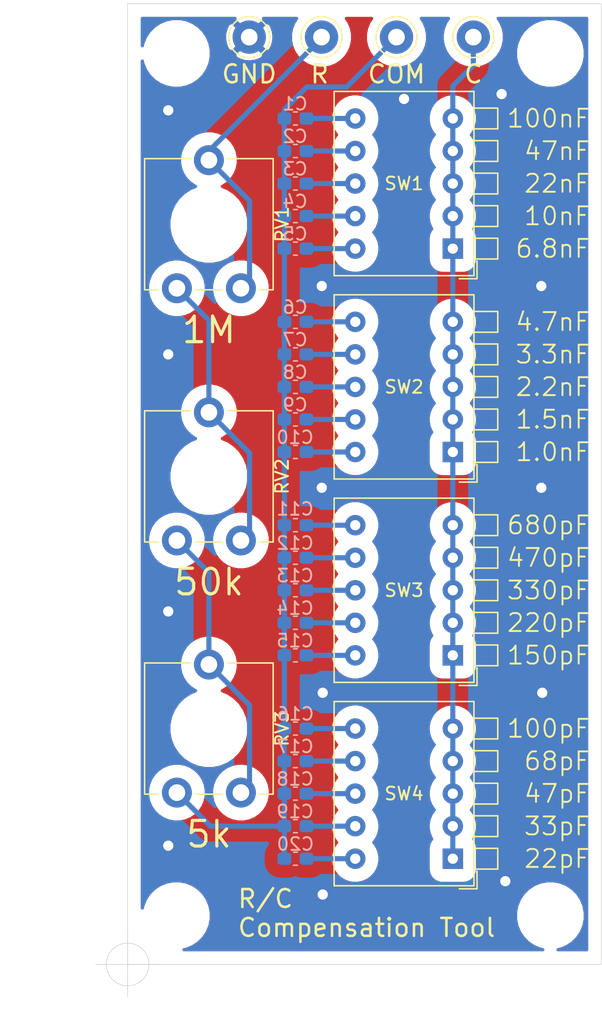
<source format=kicad_pcb>
(kicad_pcb (version 20171130) (host pcbnew 5.1.9+dfsg1-1~bpo10+1)

  (general
    (thickness 1.6)
    (drawings 35)
    (tracks 66)
    (zones 0)
    (modules 35)
    (nets 27)
  )

  (page A4)
  (title_block
    (title "R/C Compensation Tool")
    (rev 1.0)
  )

  (layers
    (0 F.Cu signal)
    (31 B.Cu signal)
    (32 B.Adhes user)
    (33 F.Adhes user)
    (34 B.Paste user)
    (35 F.Paste user)
    (36 B.SilkS user)
    (37 F.SilkS user)
    (38 B.Mask user)
    (39 F.Mask user)
    (40 Dwgs.User user)
    (41 Cmts.User user)
    (42 Eco1.User user)
    (43 Eco2.User user)
    (44 Edge.Cuts user)
    (45 Margin user)
    (46 B.CrtYd user)
    (47 F.CrtYd user)
    (48 B.Fab user)
    (49 F.Fab user)
  )

  (setup
    (last_trace_width 0.25)
    (user_trace_width 0.25)
    (user_trace_width 0.4)
    (user_trace_width 0.5)
    (user_trace_width 0.75)
    (user_trace_width 1)
    (trace_clearance 0.2)
    (zone_clearance 1)
    (zone_45_only no)
    (trace_min 0.2)
    (via_size 0.8)
    (via_drill 0.4)
    (via_min_size 0.8)
    (via_min_drill 0.3)
    (user_via 0.8 0.3)
    (user_via 1 0.5)
    (uvia_size 0.3)
    (uvia_drill 0.1)
    (uvias_allowed no)
    (uvia_min_size 0.2)
    (uvia_min_drill 0.1)
    (edge_width 0.05)
    (segment_width 0.2)
    (pcb_text_width 0.3)
    (pcb_text_size 1.5 1.5)
    (mod_edge_width 0.12)
    (mod_text_size 1 1)
    (mod_text_width 0.15)
    (pad_size 1.524 1.524)
    (pad_drill 0.762)
    (pad_to_mask_clearance 0.051)
    (solder_mask_min_width 0.25)
    (aux_axis_origin 66.5 152.5)
    (grid_origin 66.5 152.5)
    (visible_elements FFFFFF7F)
    (pcbplotparams
      (layerselection 0x010fc_ffffffff)
      (usegerberextensions true)
      (usegerberattributes true)
      (usegerberadvancedattributes false)
      (creategerberjobfile true)
      (excludeedgelayer true)
      (linewidth 0.100000)
      (plotframeref false)
      (viasonmask false)
      (mode 1)
      (useauxorigin false)
      (hpglpennumber 1)
      (hpglpenspeed 20)
      (hpglpendiameter 15.000000)
      (psnegative false)
      (psa4output false)
      (plotreference true)
      (plotvalue true)
      (plotinvisibletext false)
      (padsonsilk false)
      (subtractmaskfromsilk false)
      (outputformat 1)
      (mirror false)
      (drillshape 0)
      (scaleselection 1)
      (outputdirectory "Fabrication/"))
  )

  (net 0 "")
  (net 1 GND)
  (net 2 "Net-(C1-Pad2)")
  (net 3 "Net-(C1-Pad1)")
  (net 4 "Net-(C2-Pad1)")
  (net 5 "Net-(C3-Pad1)")
  (net 6 "Net-(C4-Pad1)")
  (net 7 "Net-(C5-Pad1)")
  (net 8 "Net-(C6-Pad1)")
  (net 9 "Net-(C7-Pad1)")
  (net 10 "Net-(C8-Pad1)")
  (net 11 "Net-(C9-Pad1)")
  (net 12 "Net-(C10-Pad1)")
  (net 13 "Net-(C11-Pad1)")
  (net 14 "Net-(C12-Pad1)")
  (net 15 "Net-(C13-Pad1)")
  (net 16 "Net-(C14-Pad1)")
  (net 17 "Net-(C15-Pad1)")
  (net 18 "Net-(C16-Pad1)")
  (net 19 "Net-(C17-Pad1)")
  (net 20 "Net-(C18-Pad1)")
  (net 21 "Net-(C19-Pad1)")
  (net 22 "Net-(C20-Pad1)")
  (net 23 "Net-(SW1-Pad1)")
  (net 24 "Net-(RV1-Pad1)")
  (net 25 "Net-(RV1-Pad3)")
  (net 26 "Net-(RV2-Pad3)")

  (net_class Default "This is the default net class."
    (clearance 0.2)
    (trace_width 0.25)
    (via_dia 0.8)
    (via_drill 0.4)
    (uvia_dia 0.3)
    (uvia_drill 0.1)
    (add_net GND)
    (add_net "Net-(C1-Pad1)")
    (add_net "Net-(C1-Pad2)")
    (add_net "Net-(C10-Pad1)")
    (add_net "Net-(C11-Pad1)")
    (add_net "Net-(C12-Pad1)")
    (add_net "Net-(C13-Pad1)")
    (add_net "Net-(C14-Pad1)")
    (add_net "Net-(C15-Pad1)")
    (add_net "Net-(C16-Pad1)")
    (add_net "Net-(C17-Pad1)")
    (add_net "Net-(C18-Pad1)")
    (add_net "Net-(C19-Pad1)")
    (add_net "Net-(C2-Pad1)")
    (add_net "Net-(C20-Pad1)")
    (add_net "Net-(C3-Pad1)")
    (add_net "Net-(C4-Pad1)")
    (add_net "Net-(C5-Pad1)")
    (add_net "Net-(C6-Pad1)")
    (add_net "Net-(C7-Pad1)")
    (add_net "Net-(C8-Pad1)")
    (add_net "Net-(C9-Pad1)")
    (add_net "Net-(RV1-Pad1)")
    (add_net "Net-(RV1-Pad3)")
    (add_net "Net-(RV2-Pad3)")
    (add_net "Net-(SW1-Pad1)")
  )

  (module Connector_Pin:Pin_D1.3mm_L11.0mm (layer F.Cu) (tedit 5A1DC085) (tstamp 61529185)
    (at 93.5 80.11)
    (descr "solder Pin_ diameter 1.3mm, hole diameter 1.3mm, length 11.0mm")
    (tags "solder Pin_ pressfit")
    (path /615D7F98)
    (fp_text reference TP4 (at 0 2.4) (layer F.SilkS) hide
      (effects (font (size 1 1) (thickness 0.15)))
    )
    (fp_text value C (at 0 -2.05) (layer F.Fab)
      (effects (font (size 1 1) (thickness 0.15)))
    )
    (fp_circle (center 0 0) (end 1.6 0.05) (layer F.SilkS) (width 0.12))
    (fp_circle (center 0 0) (end 1.25 -0.05) (layer F.Fab) (width 0.12))
    (fp_circle (center 0 0) (end 0.65 -0.05) (layer F.Fab) (width 0.12))
    (fp_circle (center 0 0) (end 1.8 0) (layer F.CrtYd) (width 0.05))
    (fp_text user %R (at 0 2.4) (layer F.Fab)
      (effects (font (size 1 1) (thickness 0.15)))
    )
    (pad 1 thru_hole circle (at 0 0) (size 2.6 2.6) (drill 1.3) (layers *.Cu *.Mask)
      (net 23 "Net-(SW1-Pad1)"))
    (model ${KISYS3DMOD}/Connector_Pin.3dshapes/Pin_D1.3mm_L11.0mm.wrl
      (at (xyz 0 0 0))
      (scale (xyz 1 1 1))
      (rotate (xyz 0 0 0))
    )
  )

  (module Connector_Pin:Pin_D1.3mm_L11.0mm (layer F.Cu) (tedit 5A1DC085) (tstamp 61529158)
    (at 87.5 80.11)
    (descr "solder Pin_ diameter 1.3mm, hole diameter 1.3mm, length 11.0mm")
    (tags "solder Pin_ pressfit")
    (path /615D1602)
    (fp_text reference TP3 (at 0 2.4) (layer F.SilkS) hide
      (effects (font (size 1 1) (thickness 0.15)))
    )
    (fp_text value COM (at 0 -2.05) (layer F.Fab)
      (effects (font (size 1 1) (thickness 0.15)))
    )
    (fp_circle (center 0 0) (end 1.6 0.05) (layer F.SilkS) (width 0.12))
    (fp_circle (center 0 0) (end 1.25 -0.05) (layer F.Fab) (width 0.12))
    (fp_circle (center 0 0) (end 0.65 -0.05) (layer F.Fab) (width 0.12))
    (fp_circle (center 0 0) (end 1.8 0) (layer F.CrtYd) (width 0.05))
    (fp_text user %R (at 0 2.4) (layer F.Fab)
      (effects (font (size 1 1) (thickness 0.15)))
    )
    (pad 1 thru_hole circle (at 0 0) (size 2.6 2.6) (drill 1.3) (layers *.Cu *.Mask)
      (net 2 "Net-(C1-Pad2)"))
    (model ${KISYS3DMOD}/Connector_Pin.3dshapes/Pin_D1.3mm_L11.0mm.wrl
      (at (xyz 0 0 0))
      (scale (xyz 1 1 1))
      (rotate (xyz 0 0 0))
    )
  )

  (module Connector_Pin:Pin_D1.3mm_L11.0mm (layer F.Cu) (tedit 5A1DC085) (tstamp 61529170)
    (at 81.645 80.11)
    (descr "solder Pin_ diameter 1.3mm, hole diameter 1.3mm, length 11.0mm")
    (tags "solder Pin_ pressfit")
    (path /615CE183)
    (fp_text reference TP2 (at 0 2.4) (layer F.SilkS) hide
      (effects (font (size 1 1) (thickness 0.15)))
    )
    (fp_text value R (at 0 -2.05) (layer F.Fab)
      (effects (font (size 1 1) (thickness 0.15)))
    )
    (fp_circle (center 0 0) (end 1.6 0.05) (layer F.SilkS) (width 0.12))
    (fp_circle (center 0 0) (end 1.25 -0.05) (layer F.Fab) (width 0.12))
    (fp_circle (center 0 0) (end 0.65 -0.05) (layer F.Fab) (width 0.12))
    (fp_circle (center 0 0) (end 1.8 0) (layer F.CrtYd) (width 0.05))
    (fp_text user %R (at 0 2.4) (layer F.Fab)
      (effects (font (size 1 1) (thickness 0.15)))
    )
    (pad 1 thru_hole circle (at 0 0) (size 2.6 2.6) (drill 1.3) (layers *.Cu *.Mask)
      (net 24 "Net-(RV1-Pad1)"))
    (model ${KISYS3DMOD}/Connector_Pin.3dshapes/Pin_D1.3mm_L11.0mm.wrl
      (at (xyz 0 0 0))
      (scale (xyz 1 1 1))
      (rotate (xyz 0 0 0))
    )
  )

  (module Connector_Pin:Pin_D1.3mm_L11.0mm (layer F.Cu) (tedit 5A1DC085) (tstamp 615240D3)
    (at 76 80.11)
    (descr "solder Pin_ diameter 1.3mm, hole diameter 1.3mm, length 11.0mm")
    (tags "solder Pin_ pressfit")
    (path /615E2314)
    (fp_text reference TP1 (at 0 2.4) (layer F.SilkS) hide
      (effects (font (size 1 1) (thickness 0.15)))
    )
    (fp_text value GND (at 0 -2.05) (layer F.Fab)
      (effects (font (size 1 1) (thickness 0.15)))
    )
    (fp_circle (center 0 0) (end 1.6 0.05) (layer F.SilkS) (width 0.12))
    (fp_circle (center 0 0) (end 1.25 -0.05) (layer F.Fab) (width 0.12))
    (fp_circle (center 0 0) (end 0.65 -0.05) (layer F.Fab) (width 0.12))
    (fp_circle (center 0 0) (end 1.8 0) (layer F.CrtYd) (width 0.05))
    (fp_text user %R (at 0 2.4) (layer F.Fab)
      (effects (font (size 1 1) (thickness 0.15)))
    )
    (pad 1 thru_hole circle (at 0 0) (size 2.6 2.6) (drill 1.3) (layers *.Cu *.Mask)
      (net 1 GND))
    (model ${KISYS3DMOD}/Connector_Pin.3dshapes/Pin_D1.3mm_L11.0mm.wrl
      (at (xyz 0 0 0))
      (scale (xyz 1 1 1))
      (rotate (xyz 0 0 0))
    )
  )

  (module Potentiometer_THT:Potentiometer_ACP_CA9-V10_Vertical_Hole (layer F.Cu) (tedit 5A3D4994) (tstamp 61523E73)
    (at 75.35 99.715 90)
    (descr "Potentiometer, vertical, shaft hole, ACP CA9-V10, http://www.acptechnologies.com/wp-content/uploads/2017/05/02-ACP-CA9-CE9.pdf")
    (tags "Potentiometer vertical hole ACP CA9-V10")
    (path /615B90A4)
    (fp_text reference RV1 (at 5 3.215 270) (layer F.SilkS)
      (effects (font (size 1 1) (thickness 0.15)))
    )
    (fp_text value 1M (at 5 3.65 90) (layer F.Fab)
      (effects (font (size 1 1) (thickness 0.15)))
    )
    (fp_line (start 0 -7.4) (end 0 2.4) (layer F.Fab) (width 0.1))
    (fp_line (start 0 2.4) (end 10 2.4) (layer F.Fab) (width 0.1))
    (fp_line (start 10 2.4) (end 10 -7.4) (layer F.Fab) (width 0.1))
    (fp_line (start 10 -7.4) (end 0 -7.4) (layer F.Fab) (width 0.1))
    (fp_line (start -0.12 -7.521) (end 10.12 -7.521) (layer F.SilkS) (width 0.12))
    (fp_line (start -0.12 2.52) (end 10.12 2.52) (layer F.SilkS) (width 0.12))
    (fp_line (start -0.12 -7.521) (end -0.12 -6.426) (layer F.SilkS) (width 0.12))
    (fp_line (start -0.12 -3.574) (end -0.12 -1.425) (layer F.SilkS) (width 0.12))
    (fp_line (start -0.12 1.425) (end -0.12 2.52) (layer F.SilkS) (width 0.12))
    (fp_line (start 10.12 -7.521) (end 10.12 -3.925) (layer F.SilkS) (width 0.12))
    (fp_line (start 10.12 -1.075) (end 10.12 2.52) (layer F.SilkS) (width 0.12))
    (fp_line (start -1.45 -7.65) (end -1.45 2.7) (layer F.CrtYd) (width 0.05))
    (fp_line (start -1.45 2.7) (end 11.45 2.7) (layer F.CrtYd) (width 0.05))
    (fp_line (start 11.45 2.7) (end 11.45 -7.65) (layer F.CrtYd) (width 0.05))
    (fp_line (start 11.45 -7.65) (end -1.45 -7.65) (layer F.CrtYd) (width 0.05))
    (fp_text user %R (at 1.27 -2.54) (layer F.Fab)
      (effects (font (size 1 1) (thickness 0.15)))
    )
    (pad "" np_thru_hole circle (at 5 -2.5 90) (size 4 4) (drill 4) (layers *.Cu *.Mask))
    (pad 1 thru_hole circle (at 0 0 90) (size 2.34 2.34) (drill 1.3) (layers *.Cu *.Mask)
      (net 24 "Net-(RV1-Pad1)"))
    (pad 2 thru_hole circle (at 10 -2.5 90) (size 2.34 2.34) (drill 1.3) (layers *.Cu *.Mask)
      (net 24 "Net-(RV1-Pad1)"))
    (pad 3 thru_hole circle (at 0 -5 90) (size 2.34 2.34) (drill 1.3) (layers *.Cu *.Mask)
      (net 25 "Net-(RV1-Pad3)"))
    (model ${KISYS3DMOD}/Potentiometer_THT.3dshapes/Potentiometer_ACP_CA9-V10_Vertical_Hole.wrl
      (at (xyz 0 0 0))
      (scale (xyz 1 1 1))
      (rotate (xyz 0 0 0))
    )
  )

  (module MountingHole:MountingHole_3.2mm_M3 (layer F.Cu) (tedit 56D1B4CB) (tstamp 5F7A9FFE)
    (at 70.31 81.38)
    (descr "Mounting Hole 3.2mm, no annular, M3")
    (tags "mounting hole 3.2mm no annular m3")
    (path /5FA73888)
    (attr virtual)
    (fp_text reference H4 (at 0 -4.2) (layer F.SilkS) hide
      (effects (font (size 1 1) (thickness 0.15)))
    )
    (fp_text value MountingHole (at 0 4.2) (layer F.Fab) hide
      (effects (font (size 1 1) (thickness 0.15)))
    )
    (fp_circle (center 0 0) (end 3.2 0) (layer Cmts.User) (width 0.15))
    (fp_circle (center 0 0) (end 3.45 0) (layer F.CrtYd) (width 0.05))
    (fp_text user %R (at 0.3 0) (layer F.Fab)
      (effects (font (size 1 1) (thickness 0.15)))
    )
    (pad 1 np_thru_hole circle (at 0 0) (size 3.2 3.2) (drill 3.2) (layers *.Cu *.Mask))
  )

  (module MountingHole:MountingHole_3.2mm_M3 (layer F.Cu) (tedit 56D1B4CB) (tstamp 6151F5B9)
    (at 99.52 81.38)
    (descr "Mounting Hole 3.2mm, no annular, M3")
    (tags "mounting hole 3.2mm no annular m3")
    (path /5FA73882)
    (attr virtual)
    (fp_text reference H2 (at 0 -4.2) (layer F.SilkS) hide
      (effects (font (size 1 1) (thickness 0.15)))
    )
    (fp_text value MountingHole (at 0 4.2) (layer F.Fab) hide
      (effects (font (size 1 1) (thickness 0.15)))
    )
    (fp_circle (center 0 0) (end 3.2 0) (layer Cmts.User) (width 0.15))
    (fp_circle (center 0 0) (end 3.45 0) (layer F.CrtYd) (width 0.05))
    (fp_text user %R (at 0.3 0) (layer F.Fab)
      (effects (font (size 1 1) (thickness 0.15)))
    )
    (pad 1 np_thru_hole circle (at 0 0) (size 3.2 3.2) (drill 3.2) (layers *.Cu *.Mask))
  )

  (module MountingHole:MountingHole_3.2mm_M3 (layer F.Cu) (tedit 56D1B4CB) (tstamp 61528D91)
    (at 99.52 148.69)
    (descr "Mounting Hole 3.2mm, no annular, M3")
    (tags "mounting hole 3.2mm no annular m3")
    (path /5E6618F3)
    (attr virtual)
    (fp_text reference H3 (at 0 -4.2) (layer F.SilkS) hide
      (effects (font (size 1 1) (thickness 0.15)))
    )
    (fp_text value MountingHole (at 0 4.2) (layer F.Fab) hide
      (effects (font (size 1 1) (thickness 0.15)))
    )
    (fp_circle (center 0 0) (end 3.2 0) (layer Cmts.User) (width 0.15))
    (fp_circle (center 0 0) (end 3.45 0) (layer F.CrtYd) (width 0.05))
    (fp_text user %R (at 0.3 0) (layer F.Fab)
      (effects (font (size 1 1) (thickness 0.15)))
    )
    (pad 1 np_thru_hole circle (at 0 0) (size 3.2 3.2) (drill 3.2) (layers *.Cu *.Mask))
  )

  (module MountingHole:MountingHole_3.2mm_M3 (layer F.Cu) (tedit 56D1B4CB) (tstamp 5E5AE37D)
    (at 70.31 148.69)
    (descr "Mounting Hole 3.2mm, no annular, M3")
    (tags "mounting hole 3.2mm no annular m3")
    (path /5E6617BD)
    (attr virtual)
    (fp_text reference H1 (at 0 -4.2) (layer F.SilkS) hide
      (effects (font (size 1 1) (thickness 0.15)))
    )
    (fp_text value MountingHole (at 0 4.2) (layer F.Fab) hide
      (effects (font (size 1 1) (thickness 0.15)))
    )
    (fp_circle (center 0 0) (end 3.2 0) (layer Cmts.User) (width 0.15))
    (fp_circle (center 0 0) (end 3.45 0) (layer F.CrtYd) (width 0.05))
    (fp_text user %R (at 0.3 0) (layer F.Fab)
      (effects (font (size 1 1) (thickness 0.15)))
    )
    (pad 1 np_thru_hole circle (at 0 0) (size 3.2 3.2) (drill 3.2) (layers *.Cu *.Mask))
  )

  (module Potentiometer_THT:Potentiometer_ACP_CA9-V10_Vertical_Hole (layer F.Cu) (tedit 5A3D4994) (tstamp 6151E059)
    (at 75.35 139.085 90)
    (descr "Potentiometer, vertical, shaft hole, ACP CA9-V10, http://www.acptechnologies.com/wp-content/uploads/2017/05/02-ACP-CA9-CE9.pdf")
    (tags "Potentiometer vertical hole ACP CA9-V10")
    (path /615B9C89)
    (fp_text reference RV3 (at 5 3.215 270) (layer F.SilkS)
      (effects (font (size 1 1) (thickness 0.15)))
    )
    (fp_text value 5k (at 5 3.65 90) (layer F.Fab)
      (effects (font (size 1 1) (thickness 0.15)))
    )
    (fp_line (start 0 -7.4) (end 0 2.4) (layer F.Fab) (width 0.1))
    (fp_line (start 0 2.4) (end 10 2.4) (layer F.Fab) (width 0.1))
    (fp_line (start 10 2.4) (end 10 -7.4) (layer F.Fab) (width 0.1))
    (fp_line (start 10 -7.4) (end 0 -7.4) (layer F.Fab) (width 0.1))
    (fp_line (start -0.12 -7.521) (end 10.12 -7.521) (layer F.SilkS) (width 0.12))
    (fp_line (start -0.12 2.52) (end 10.12 2.52) (layer F.SilkS) (width 0.12))
    (fp_line (start -0.12 -7.521) (end -0.12 -6.426) (layer F.SilkS) (width 0.12))
    (fp_line (start -0.12 -3.574) (end -0.12 -1.425) (layer F.SilkS) (width 0.12))
    (fp_line (start -0.12 1.425) (end -0.12 2.52) (layer F.SilkS) (width 0.12))
    (fp_line (start 10.12 -7.521) (end 10.12 -3.925) (layer F.SilkS) (width 0.12))
    (fp_line (start 10.12 -1.075) (end 10.12 2.52) (layer F.SilkS) (width 0.12))
    (fp_line (start -1.45 -7.65) (end -1.45 2.7) (layer F.CrtYd) (width 0.05))
    (fp_line (start -1.45 2.7) (end 11.45 2.7) (layer F.CrtYd) (width 0.05))
    (fp_line (start 11.45 2.7) (end 11.45 -7.65) (layer F.CrtYd) (width 0.05))
    (fp_line (start 11.45 -7.65) (end -1.45 -7.65) (layer F.CrtYd) (width 0.05))
    (fp_text user %R (at 1 -2.5) (layer F.Fab)
      (effects (font (size 1 1) (thickness 0.15)))
    )
    (pad "" np_thru_hole circle (at 5 -2.5 90) (size 4 4) (drill 4) (layers *.Cu *.Mask))
    (pad 1 thru_hole circle (at 0 0 90) (size 2.34 2.34) (drill 1.3) (layers *.Cu *.Mask)
      (net 26 "Net-(RV2-Pad3)"))
    (pad 2 thru_hole circle (at 10 -2.5 90) (size 2.34 2.34) (drill 1.3) (layers *.Cu *.Mask)
      (net 26 "Net-(RV2-Pad3)"))
    (pad 3 thru_hole circle (at 0 -5 90) (size 2.34 2.34) (drill 1.3) (layers *.Cu *.Mask)
      (net 2 "Net-(C1-Pad2)"))
    (model ${KISYS3DMOD}/Potentiometer_THT.3dshapes/Potentiometer_ACP_CA9-V10_Vertical_Hole.wrl
      (at (xyz 0 0 0))
      (scale (xyz 1 1 1))
      (rotate (xyz 0 0 0))
    )
  )

  (module Potentiometer_THT:Potentiometer_ACP_CA9-V10_Vertical_Hole (layer F.Cu) (tedit 5A3D4994) (tstamp 61523E8B)
    (at 75.35 119.4 90)
    (descr "Potentiometer, vertical, shaft hole, ACP CA9-V10, http://www.acptechnologies.com/wp-content/uploads/2017/05/02-ACP-CA9-CE9.pdf")
    (tags "Potentiometer vertical hole ACP CA9-V10")
    (path /615B99A6)
    (fp_text reference RV2 (at 5 3.215 270) (layer F.SilkS)
      (effects (font (size 1 1) (thickness 0.15)))
    )
    (fp_text value 50k (at 5 3.65 90) (layer F.Fab)
      (effects (font (size 1 1) (thickness 0.15)))
    )
    (fp_line (start 0 -7.4) (end 0 2.4) (layer F.Fab) (width 0.1))
    (fp_line (start 0 2.4) (end 10 2.4) (layer F.Fab) (width 0.1))
    (fp_line (start 10 2.4) (end 10 -7.4) (layer F.Fab) (width 0.1))
    (fp_line (start 10 -7.4) (end 0 -7.4) (layer F.Fab) (width 0.1))
    (fp_line (start -0.12 -7.521) (end 10.12 -7.521) (layer F.SilkS) (width 0.12))
    (fp_line (start -0.12 2.52) (end 10.12 2.52) (layer F.SilkS) (width 0.12))
    (fp_line (start -0.12 -7.521) (end -0.12 -6.426) (layer F.SilkS) (width 0.12))
    (fp_line (start -0.12 -3.574) (end -0.12 -1.425) (layer F.SilkS) (width 0.12))
    (fp_line (start -0.12 1.425) (end -0.12 2.52) (layer F.SilkS) (width 0.12))
    (fp_line (start 10.12 -7.521) (end 10.12 -3.925) (layer F.SilkS) (width 0.12))
    (fp_line (start 10.12 -1.075) (end 10.12 2.52) (layer F.SilkS) (width 0.12))
    (fp_line (start -1.45 -7.65) (end -1.45 2.7) (layer F.CrtYd) (width 0.05))
    (fp_line (start -1.45 2.7) (end 11.45 2.7) (layer F.CrtYd) (width 0.05))
    (fp_line (start 11.45 2.7) (end 11.45 -7.65) (layer F.CrtYd) (width 0.05))
    (fp_line (start 11.45 -7.65) (end -1.45 -7.65) (layer F.CrtYd) (width 0.05))
    (fp_text user %R (at 1 -2.5) (layer F.Fab)
      (effects (font (size 1 1) (thickness 0.15)))
    )
    (pad "" np_thru_hole circle (at 5 -2.5 90) (size 4 4) (drill 4) (layers *.Cu *.Mask))
    (pad 1 thru_hole circle (at 0 0 90) (size 2.34 2.34) (drill 1.3) (layers *.Cu *.Mask)
      (net 25 "Net-(RV1-Pad3)"))
    (pad 2 thru_hole circle (at 10 -2.5 90) (size 2.34 2.34) (drill 1.3) (layers *.Cu *.Mask)
      (net 25 "Net-(RV1-Pad3)"))
    (pad 3 thru_hole circle (at 0 -5 90) (size 2.34 2.34) (drill 1.3) (layers *.Cu *.Mask)
      (net 26 "Net-(RV2-Pad3)"))
    (model ${KISYS3DMOD}/Potentiometer_THT.3dshapes/Potentiometer_ACP_CA9-V10_Vertical_Hole.wrl
      (at (xyz 0 0 0))
      (scale (xyz 1 1 1))
      (rotate (xyz 0 0 0))
    )
  )

  (module Button_Switch_THT:SW_DIP_SPSTx05_Piano_10.8x14.26mm_W7.62mm_P2.54mm (layer F.Cu) (tedit 5A4E1405) (tstamp 6152032A)
    (at 91.9 144.245 180)
    (descr "5x-dip-switch SPST , Piano, row spacing 7.62 mm (300 mils), body size 10.8x14.26mm")
    (tags "DIP Switch SPST Piano 7.62mm 300mil")
    (path /6152F40B)
    (fp_text reference SW4 (at 3.81 5.08) (layer F.SilkS)
      (effects (font (size 1 1) (thickness 0.15)))
    )
    (fp_text value SW_DIP_x05 (at 3.81 13.27) (layer F.Fab)
      (effects (font (size 1 1) (thickness 0.15)))
    )
    (fp_line (start -0.59 -2.05) (end 9.21 -2.05) (layer F.Fab) (width 0.1))
    (fp_line (start 9.21 -2.05) (end 9.21 12.21) (layer F.Fab) (width 0.1))
    (fp_line (start 9.21 12.21) (end -1.59 12.21) (layer F.Fab) (width 0.1))
    (fp_line (start -1.59 12.21) (end -1.59 -1.05) (layer F.Fab) (width 0.1))
    (fp_line (start -1.59 -1.05) (end -0.59 -2.05) (layer F.Fab) (width 0.1))
    (fp_line (start -1.59 -0.75) (end -1.59 0.75) (layer F.Fab) (width 0.1))
    (fp_line (start -1.59 0.75) (end -3.39 0.75) (layer F.Fab) (width 0.1))
    (fp_line (start -3.39 0.75) (end -3.39 -0.75) (layer F.Fab) (width 0.1))
    (fp_line (start -3.39 -0.75) (end -1.59 -0.75) (layer F.Fab) (width 0.1))
    (fp_line (start -1.59 1.79) (end -1.59 3.29) (layer F.Fab) (width 0.1))
    (fp_line (start -1.59 3.29) (end -3.39 3.29) (layer F.Fab) (width 0.1))
    (fp_line (start -3.39 3.29) (end -3.39 1.79) (layer F.Fab) (width 0.1))
    (fp_line (start -3.39 1.79) (end -1.59 1.79) (layer F.Fab) (width 0.1))
    (fp_line (start -1.59 4.33) (end -1.59 5.83) (layer F.Fab) (width 0.1))
    (fp_line (start -1.59 5.83) (end -3.39 5.83) (layer F.Fab) (width 0.1))
    (fp_line (start -3.39 5.83) (end -3.39 4.33) (layer F.Fab) (width 0.1))
    (fp_line (start -3.39 4.33) (end -1.59 4.33) (layer F.Fab) (width 0.1))
    (fp_line (start -1.59 6.87) (end -1.59 8.37) (layer F.Fab) (width 0.1))
    (fp_line (start -1.59 8.37) (end -3.39 8.37) (layer F.Fab) (width 0.1))
    (fp_line (start -3.39 8.37) (end -3.39 6.87) (layer F.Fab) (width 0.1))
    (fp_line (start -3.39 6.87) (end -1.59 6.87) (layer F.Fab) (width 0.1))
    (fp_line (start -1.59 9.41) (end -1.59 10.91) (layer F.Fab) (width 0.1))
    (fp_line (start -1.59 10.91) (end -3.39 10.91) (layer F.Fab) (width 0.1))
    (fp_line (start -3.39 10.91) (end -3.39 9.41) (layer F.Fab) (width 0.1))
    (fp_line (start -3.39 9.41) (end -1.59 9.41) (layer F.Fab) (width 0.1))
    (fp_line (start -1.65 -2.11) (end 9.27 -2.11) (layer F.SilkS) (width 0.12))
    (fp_line (start -1.65 12.271) (end 9.27 12.271) (layer F.SilkS) (width 0.12))
    (fp_line (start -1.65 -2.11) (end -1.65 12.271) (layer F.SilkS) (width 0.12))
    (fp_line (start 9.27 -2.11) (end 9.27 12.271) (layer F.SilkS) (width 0.12))
    (fp_line (start -1.89 -2.35) (end -0.507 -2.35) (layer F.SilkS) (width 0.12))
    (fp_line (start -1.89 -2.35) (end -1.89 -0.967) (layer F.SilkS) (width 0.12))
    (fp_line (start -3.51 -0.81) (end -1.65 -0.81) (layer F.SilkS) (width 0.12))
    (fp_line (start -3.51 0.81) (end -1.65 0.81) (layer F.SilkS) (width 0.12))
    (fp_line (start -3.51 -0.81) (end -3.51 0.81) (layer F.SilkS) (width 0.12))
    (fp_line (start -1.65 -0.81) (end -1.65 0.81) (layer F.SilkS) (width 0.12))
    (fp_line (start -3.51 1.73) (end -1.65 1.73) (layer F.SilkS) (width 0.12))
    (fp_line (start -3.51 3.35) (end -1.65 3.35) (layer F.SilkS) (width 0.12))
    (fp_line (start -3.51 1.73) (end -3.51 3.35) (layer F.SilkS) (width 0.12))
    (fp_line (start -1.65 1.73) (end -1.65 3.35) (layer F.SilkS) (width 0.12))
    (fp_line (start -3.51 4.27) (end -1.65 4.27) (layer F.SilkS) (width 0.12))
    (fp_line (start -3.51 5.89) (end -1.65 5.89) (layer F.SilkS) (width 0.12))
    (fp_line (start -3.51 4.27) (end -3.51 5.89) (layer F.SilkS) (width 0.12))
    (fp_line (start -1.65 4.27) (end -1.65 5.89) (layer F.SilkS) (width 0.12))
    (fp_line (start -3.51 6.81) (end -1.65 6.81) (layer F.SilkS) (width 0.12))
    (fp_line (start -3.51 8.43) (end -1.65 8.43) (layer F.SilkS) (width 0.12))
    (fp_line (start -3.51 6.81) (end -3.51 8.43) (layer F.SilkS) (width 0.12))
    (fp_line (start -1.65 6.81) (end -1.65 8.43) (layer F.SilkS) (width 0.12))
    (fp_line (start -3.51 9.35) (end -1.65 9.35) (layer F.SilkS) (width 0.12))
    (fp_line (start -3.51 10.97) (end -1.65 10.97) (layer F.SilkS) (width 0.12))
    (fp_line (start -3.51 9.35) (end -3.51 10.97) (layer F.SilkS) (width 0.12))
    (fp_line (start -1.65 9.35) (end -1.65 10.97) (layer F.SilkS) (width 0.12))
    (fp_line (start -3.65 -2.4) (end -3.65 12.55) (layer F.CrtYd) (width 0.05))
    (fp_line (start -3.65 12.55) (end 9.5 12.55) (layer F.CrtYd) (width 0.05))
    (fp_line (start 9.5 12.55) (end 9.5 -2.4) (layer F.CrtYd) (width 0.05))
    (fp_line (start 9.5 -2.4) (end -3.65 -2.4) (layer F.CrtYd) (width 0.05))
    (fp_text user %R (at 3.81 5.08) (layer F.Fab)
      (effects (font (size 0.8 0.8) (thickness 0.12)))
    )
    (pad 10 thru_hole oval (at 7.62 0 180) (size 1.6 1.6) (drill 0.8) (layers *.Cu *.Mask)
      (net 22 "Net-(C20-Pad1)"))
    (pad 5 thru_hole oval (at 0 10.16 180) (size 1.6 1.6) (drill 0.8) (layers *.Cu *.Mask)
      (net 23 "Net-(SW1-Pad1)"))
    (pad 9 thru_hole oval (at 7.62 2.54 180) (size 1.6 1.6) (drill 0.8) (layers *.Cu *.Mask)
      (net 21 "Net-(C19-Pad1)"))
    (pad 4 thru_hole oval (at 0 7.62 180) (size 1.6 1.6) (drill 0.8) (layers *.Cu *.Mask)
      (net 23 "Net-(SW1-Pad1)"))
    (pad 8 thru_hole oval (at 7.62 5.08 180) (size 1.6 1.6) (drill 0.8) (layers *.Cu *.Mask)
      (net 20 "Net-(C18-Pad1)"))
    (pad 3 thru_hole oval (at 0 5.08 180) (size 1.6 1.6) (drill 0.8) (layers *.Cu *.Mask)
      (net 23 "Net-(SW1-Pad1)"))
    (pad 7 thru_hole oval (at 7.62 7.62 180) (size 1.6 1.6) (drill 0.8) (layers *.Cu *.Mask)
      (net 19 "Net-(C17-Pad1)"))
    (pad 2 thru_hole oval (at 0 2.54 180) (size 1.6 1.6) (drill 0.8) (layers *.Cu *.Mask)
      (net 23 "Net-(SW1-Pad1)"))
    (pad 6 thru_hole oval (at 7.62 10.16 180) (size 1.6 1.6) (drill 0.8) (layers *.Cu *.Mask)
      (net 18 "Net-(C16-Pad1)"))
    (pad 1 thru_hole rect (at 0 0 180) (size 1.6 1.6) (drill 0.8) (layers *.Cu *.Mask)
      (net 23 "Net-(SW1-Pad1)"))
    (model ${KISYS3DMOD}/Button_Switch_THT.3dshapes/SW_DIP_SPSTx05_Piano_10.8x14.26mm_W7.62mm_P2.54mm.wrl
      (at (xyz 0 0 0))
      (scale (xyz 1 1 1))
      (rotate (xyz 0 0 90))
    )
  )

  (module Button_Switch_THT:SW_DIP_SPSTx05_Piano_10.8x14.26mm_W7.62mm_P2.54mm (layer F.Cu) (tedit 5A4E1405) (tstamp 6151F660)
    (at 91.9 128.37 180)
    (descr "5x-dip-switch SPST , Piano, row spacing 7.62 mm (300 mils), body size 10.8x14.26mm")
    (tags "DIP Switch SPST Piano 7.62mm 300mil")
    (path /61537B16)
    (fp_text reference SW3 (at 3.81 5.08) (layer F.SilkS)
      (effects (font (size 1 1) (thickness 0.15)))
    )
    (fp_text value SW_DIP_x05 (at 3.81 13.27) (layer F.Fab)
      (effects (font (size 1 1) (thickness 0.15)))
    )
    (fp_line (start -0.59 -2.05) (end 9.21 -2.05) (layer F.Fab) (width 0.1))
    (fp_line (start 9.21 -2.05) (end 9.21 12.21) (layer F.Fab) (width 0.1))
    (fp_line (start 9.21 12.21) (end -1.59 12.21) (layer F.Fab) (width 0.1))
    (fp_line (start -1.59 12.21) (end -1.59 -1.05) (layer F.Fab) (width 0.1))
    (fp_line (start -1.59 -1.05) (end -0.59 -2.05) (layer F.Fab) (width 0.1))
    (fp_line (start -1.59 -0.75) (end -1.59 0.75) (layer F.Fab) (width 0.1))
    (fp_line (start -1.59 0.75) (end -3.39 0.75) (layer F.Fab) (width 0.1))
    (fp_line (start -3.39 0.75) (end -3.39 -0.75) (layer F.Fab) (width 0.1))
    (fp_line (start -3.39 -0.75) (end -1.59 -0.75) (layer F.Fab) (width 0.1))
    (fp_line (start -1.59 1.79) (end -1.59 3.29) (layer F.Fab) (width 0.1))
    (fp_line (start -1.59 3.29) (end -3.39 3.29) (layer F.Fab) (width 0.1))
    (fp_line (start -3.39 3.29) (end -3.39 1.79) (layer F.Fab) (width 0.1))
    (fp_line (start -3.39 1.79) (end -1.59 1.79) (layer F.Fab) (width 0.1))
    (fp_line (start -1.59 4.33) (end -1.59 5.83) (layer F.Fab) (width 0.1))
    (fp_line (start -1.59 5.83) (end -3.39 5.83) (layer F.Fab) (width 0.1))
    (fp_line (start -3.39 5.83) (end -3.39 4.33) (layer F.Fab) (width 0.1))
    (fp_line (start -3.39 4.33) (end -1.59 4.33) (layer F.Fab) (width 0.1))
    (fp_line (start -1.59 6.87) (end -1.59 8.37) (layer F.Fab) (width 0.1))
    (fp_line (start -1.59 8.37) (end -3.39 8.37) (layer F.Fab) (width 0.1))
    (fp_line (start -3.39 8.37) (end -3.39 6.87) (layer F.Fab) (width 0.1))
    (fp_line (start -3.39 6.87) (end -1.59 6.87) (layer F.Fab) (width 0.1))
    (fp_line (start -1.59 9.41) (end -1.59 10.91) (layer F.Fab) (width 0.1))
    (fp_line (start -1.59 10.91) (end -3.39 10.91) (layer F.Fab) (width 0.1))
    (fp_line (start -3.39 10.91) (end -3.39 9.41) (layer F.Fab) (width 0.1))
    (fp_line (start -3.39 9.41) (end -1.59 9.41) (layer F.Fab) (width 0.1))
    (fp_line (start -1.65 -2.11) (end 9.27 -2.11) (layer F.SilkS) (width 0.12))
    (fp_line (start -1.65 12.271) (end 9.27 12.271) (layer F.SilkS) (width 0.12))
    (fp_line (start -1.65 -2.11) (end -1.65 12.271) (layer F.SilkS) (width 0.12))
    (fp_line (start 9.27 -2.11) (end 9.27 12.271) (layer F.SilkS) (width 0.12))
    (fp_line (start -1.89 -2.35) (end -0.507 -2.35) (layer F.SilkS) (width 0.12))
    (fp_line (start -1.89 -2.35) (end -1.89 -0.967) (layer F.SilkS) (width 0.12))
    (fp_line (start -3.51 -0.81) (end -1.65 -0.81) (layer F.SilkS) (width 0.12))
    (fp_line (start -3.51 0.81) (end -1.65 0.81) (layer F.SilkS) (width 0.12))
    (fp_line (start -3.51 -0.81) (end -3.51 0.81) (layer F.SilkS) (width 0.12))
    (fp_line (start -1.65 -0.81) (end -1.65 0.81) (layer F.SilkS) (width 0.12))
    (fp_line (start -3.51 1.73) (end -1.65 1.73) (layer F.SilkS) (width 0.12))
    (fp_line (start -3.51 3.35) (end -1.65 3.35) (layer F.SilkS) (width 0.12))
    (fp_line (start -3.51 1.73) (end -3.51 3.35) (layer F.SilkS) (width 0.12))
    (fp_line (start -1.65 1.73) (end -1.65 3.35) (layer F.SilkS) (width 0.12))
    (fp_line (start -3.51 4.27) (end -1.65 4.27) (layer F.SilkS) (width 0.12))
    (fp_line (start -3.51 5.89) (end -1.65 5.89) (layer F.SilkS) (width 0.12))
    (fp_line (start -3.51 4.27) (end -3.51 5.89) (layer F.SilkS) (width 0.12))
    (fp_line (start -1.65 4.27) (end -1.65 5.89) (layer F.SilkS) (width 0.12))
    (fp_line (start -3.51 6.81) (end -1.65 6.81) (layer F.SilkS) (width 0.12))
    (fp_line (start -3.51 8.43) (end -1.65 8.43) (layer F.SilkS) (width 0.12))
    (fp_line (start -3.51 6.81) (end -3.51 8.43) (layer F.SilkS) (width 0.12))
    (fp_line (start -1.65 6.81) (end -1.65 8.43) (layer F.SilkS) (width 0.12))
    (fp_line (start -3.51 9.35) (end -1.65 9.35) (layer F.SilkS) (width 0.12))
    (fp_line (start -3.51 10.97) (end -1.65 10.97) (layer F.SilkS) (width 0.12))
    (fp_line (start -3.51 9.35) (end -3.51 10.97) (layer F.SilkS) (width 0.12))
    (fp_line (start -1.65 9.35) (end -1.65 10.97) (layer F.SilkS) (width 0.12))
    (fp_line (start -3.65 -2.4) (end -3.65 12.55) (layer F.CrtYd) (width 0.05))
    (fp_line (start -3.65 12.55) (end 9.5 12.55) (layer F.CrtYd) (width 0.05))
    (fp_line (start 9.5 12.55) (end 9.5 -2.4) (layer F.CrtYd) (width 0.05))
    (fp_line (start 9.5 -2.4) (end -3.65 -2.4) (layer F.CrtYd) (width 0.05))
    (fp_text user %R (at 3.81 5.08) (layer F.Fab)
      (effects (font (size 0.8 0.8) (thickness 0.12)))
    )
    (pad 10 thru_hole oval (at 7.62 0 180) (size 1.6 1.6) (drill 0.8) (layers *.Cu *.Mask)
      (net 17 "Net-(C15-Pad1)"))
    (pad 5 thru_hole oval (at 0 10.16 180) (size 1.6 1.6) (drill 0.8) (layers *.Cu *.Mask)
      (net 23 "Net-(SW1-Pad1)"))
    (pad 9 thru_hole oval (at 7.62 2.54 180) (size 1.6 1.6) (drill 0.8) (layers *.Cu *.Mask)
      (net 16 "Net-(C14-Pad1)"))
    (pad 4 thru_hole oval (at 0 7.62 180) (size 1.6 1.6) (drill 0.8) (layers *.Cu *.Mask)
      (net 23 "Net-(SW1-Pad1)"))
    (pad 8 thru_hole oval (at 7.62 5.08 180) (size 1.6 1.6) (drill 0.8) (layers *.Cu *.Mask)
      (net 15 "Net-(C13-Pad1)"))
    (pad 3 thru_hole oval (at 0 5.08 180) (size 1.6 1.6) (drill 0.8) (layers *.Cu *.Mask)
      (net 23 "Net-(SW1-Pad1)"))
    (pad 7 thru_hole oval (at 7.62 7.62 180) (size 1.6 1.6) (drill 0.8) (layers *.Cu *.Mask)
      (net 14 "Net-(C12-Pad1)"))
    (pad 2 thru_hole oval (at 0 2.54 180) (size 1.6 1.6) (drill 0.8) (layers *.Cu *.Mask)
      (net 23 "Net-(SW1-Pad1)"))
    (pad 6 thru_hole oval (at 7.62 10.16 180) (size 1.6 1.6) (drill 0.8) (layers *.Cu *.Mask)
      (net 13 "Net-(C11-Pad1)"))
    (pad 1 thru_hole rect (at 0 0 180) (size 1.6 1.6) (drill 0.8) (layers *.Cu *.Mask)
      (net 23 "Net-(SW1-Pad1)"))
    (model ${KISYS3DMOD}/Button_Switch_THT.3dshapes/SW_DIP_SPSTx05_Piano_10.8x14.26mm_W7.62mm_P2.54mm.wrl
      (at (xyz 0 0 0))
      (scale (xyz 1 1 1))
      (rotate (xyz 0 0 90))
    )
  )

  (module Button_Switch_THT:SW_DIP_SPSTx05_Piano_10.8x14.26mm_W7.62mm_P2.54mm (layer F.Cu) (tedit 5A4E1405) (tstamp 6151F61A)
    (at 91.9 112.495 180)
    (descr "5x-dip-switch SPST , Piano, row spacing 7.62 mm (300 mils), body size 10.8x14.26mm")
    (tags "DIP Switch SPST Piano 7.62mm 300mil")
    (path /6153B7C8)
    (fp_text reference SW2 (at 3.81 5.08) (layer F.SilkS)
      (effects (font (size 1 1) (thickness 0.15)))
    )
    (fp_text value SW_DIP_x05 (at 3.81 13.27) (layer F.Fab)
      (effects (font (size 1 1) (thickness 0.15)))
    )
    (fp_line (start -0.59 -2.05) (end 9.21 -2.05) (layer F.Fab) (width 0.1))
    (fp_line (start 9.21 -2.05) (end 9.21 12.21) (layer F.Fab) (width 0.1))
    (fp_line (start 9.21 12.21) (end -1.59 12.21) (layer F.Fab) (width 0.1))
    (fp_line (start -1.59 12.21) (end -1.59 -1.05) (layer F.Fab) (width 0.1))
    (fp_line (start -1.59 -1.05) (end -0.59 -2.05) (layer F.Fab) (width 0.1))
    (fp_line (start -1.59 -0.75) (end -1.59 0.75) (layer F.Fab) (width 0.1))
    (fp_line (start -1.59 0.75) (end -3.39 0.75) (layer F.Fab) (width 0.1))
    (fp_line (start -3.39 0.75) (end -3.39 -0.75) (layer F.Fab) (width 0.1))
    (fp_line (start -3.39 -0.75) (end -1.59 -0.75) (layer F.Fab) (width 0.1))
    (fp_line (start -1.59 1.79) (end -1.59 3.29) (layer F.Fab) (width 0.1))
    (fp_line (start -1.59 3.29) (end -3.39 3.29) (layer F.Fab) (width 0.1))
    (fp_line (start -3.39 3.29) (end -3.39 1.79) (layer F.Fab) (width 0.1))
    (fp_line (start -3.39 1.79) (end -1.59 1.79) (layer F.Fab) (width 0.1))
    (fp_line (start -1.59 4.33) (end -1.59 5.83) (layer F.Fab) (width 0.1))
    (fp_line (start -1.59 5.83) (end -3.39 5.83) (layer F.Fab) (width 0.1))
    (fp_line (start -3.39 5.83) (end -3.39 4.33) (layer F.Fab) (width 0.1))
    (fp_line (start -3.39 4.33) (end -1.59 4.33) (layer F.Fab) (width 0.1))
    (fp_line (start -1.59 6.87) (end -1.59 8.37) (layer F.Fab) (width 0.1))
    (fp_line (start -1.59 8.37) (end -3.39 8.37) (layer F.Fab) (width 0.1))
    (fp_line (start -3.39 8.37) (end -3.39 6.87) (layer F.Fab) (width 0.1))
    (fp_line (start -3.39 6.87) (end -1.59 6.87) (layer F.Fab) (width 0.1))
    (fp_line (start -1.59 9.41) (end -1.59 10.91) (layer F.Fab) (width 0.1))
    (fp_line (start -1.59 10.91) (end -3.39 10.91) (layer F.Fab) (width 0.1))
    (fp_line (start -3.39 10.91) (end -3.39 9.41) (layer F.Fab) (width 0.1))
    (fp_line (start -3.39 9.41) (end -1.59 9.41) (layer F.Fab) (width 0.1))
    (fp_line (start -1.65 -2.11) (end 9.27 -2.11) (layer F.SilkS) (width 0.12))
    (fp_line (start -1.65 12.271) (end 9.27 12.271) (layer F.SilkS) (width 0.12))
    (fp_line (start -1.65 -2.11) (end -1.65 12.271) (layer F.SilkS) (width 0.12))
    (fp_line (start 9.27 -2.11) (end 9.27 12.271) (layer F.SilkS) (width 0.12))
    (fp_line (start -1.89 -2.35) (end -0.507 -2.35) (layer F.SilkS) (width 0.12))
    (fp_line (start -1.89 -2.35) (end -1.89 -0.967) (layer F.SilkS) (width 0.12))
    (fp_line (start -3.51 -0.81) (end -1.65 -0.81) (layer F.SilkS) (width 0.12))
    (fp_line (start -3.51 0.81) (end -1.65 0.81) (layer F.SilkS) (width 0.12))
    (fp_line (start -3.51 -0.81) (end -3.51 0.81) (layer F.SilkS) (width 0.12))
    (fp_line (start -1.65 -0.81) (end -1.65 0.81) (layer F.SilkS) (width 0.12))
    (fp_line (start -3.51 1.73) (end -1.65 1.73) (layer F.SilkS) (width 0.12))
    (fp_line (start -3.51 3.35) (end -1.65 3.35) (layer F.SilkS) (width 0.12))
    (fp_line (start -3.51 1.73) (end -3.51 3.35) (layer F.SilkS) (width 0.12))
    (fp_line (start -1.65 1.73) (end -1.65 3.35) (layer F.SilkS) (width 0.12))
    (fp_line (start -3.51 4.27) (end -1.65 4.27) (layer F.SilkS) (width 0.12))
    (fp_line (start -3.51 5.89) (end -1.65 5.89) (layer F.SilkS) (width 0.12))
    (fp_line (start -3.51 4.27) (end -3.51 5.89) (layer F.SilkS) (width 0.12))
    (fp_line (start -1.65 4.27) (end -1.65 5.89) (layer F.SilkS) (width 0.12))
    (fp_line (start -3.51 6.81) (end -1.65 6.81) (layer F.SilkS) (width 0.12))
    (fp_line (start -3.51 8.43) (end -1.65 8.43) (layer F.SilkS) (width 0.12))
    (fp_line (start -3.51 6.81) (end -3.51 8.43) (layer F.SilkS) (width 0.12))
    (fp_line (start -1.65 6.81) (end -1.65 8.43) (layer F.SilkS) (width 0.12))
    (fp_line (start -3.51 9.35) (end -1.65 9.35) (layer F.SilkS) (width 0.12))
    (fp_line (start -3.51 10.97) (end -1.65 10.97) (layer F.SilkS) (width 0.12))
    (fp_line (start -3.51 9.35) (end -3.51 10.97) (layer F.SilkS) (width 0.12))
    (fp_line (start -1.65 9.35) (end -1.65 10.97) (layer F.SilkS) (width 0.12))
    (fp_line (start -3.65 -2.4) (end -3.65 12.55) (layer F.CrtYd) (width 0.05))
    (fp_line (start -3.65 12.55) (end 9.5 12.55) (layer F.CrtYd) (width 0.05))
    (fp_line (start 9.5 12.55) (end 9.5 -2.4) (layer F.CrtYd) (width 0.05))
    (fp_line (start 9.5 -2.4) (end -3.65 -2.4) (layer F.CrtYd) (width 0.05))
    (fp_text user %R (at 3.81 5.08) (layer F.Fab)
      (effects (font (size 0.8 0.8) (thickness 0.12)))
    )
    (pad 10 thru_hole oval (at 7.62 0 180) (size 1.6 1.6) (drill 0.8) (layers *.Cu *.Mask)
      (net 12 "Net-(C10-Pad1)"))
    (pad 5 thru_hole oval (at 0 10.16 180) (size 1.6 1.6) (drill 0.8) (layers *.Cu *.Mask)
      (net 23 "Net-(SW1-Pad1)"))
    (pad 9 thru_hole oval (at 7.62 2.54 180) (size 1.6 1.6) (drill 0.8) (layers *.Cu *.Mask)
      (net 11 "Net-(C9-Pad1)"))
    (pad 4 thru_hole oval (at 0 7.62 180) (size 1.6 1.6) (drill 0.8) (layers *.Cu *.Mask)
      (net 23 "Net-(SW1-Pad1)"))
    (pad 8 thru_hole oval (at 7.62 5.08 180) (size 1.6 1.6) (drill 0.8) (layers *.Cu *.Mask)
      (net 10 "Net-(C8-Pad1)"))
    (pad 3 thru_hole oval (at 0 5.08 180) (size 1.6 1.6) (drill 0.8) (layers *.Cu *.Mask)
      (net 23 "Net-(SW1-Pad1)"))
    (pad 7 thru_hole oval (at 7.62 7.62 180) (size 1.6 1.6) (drill 0.8) (layers *.Cu *.Mask)
      (net 9 "Net-(C7-Pad1)"))
    (pad 2 thru_hole oval (at 0 2.54 180) (size 1.6 1.6) (drill 0.8) (layers *.Cu *.Mask)
      (net 23 "Net-(SW1-Pad1)"))
    (pad 6 thru_hole oval (at 7.62 10.16 180) (size 1.6 1.6) (drill 0.8) (layers *.Cu *.Mask)
      (net 8 "Net-(C6-Pad1)"))
    (pad 1 thru_hole rect (at 0 0 180) (size 1.6 1.6) (drill 0.8) (layers *.Cu *.Mask)
      (net 23 "Net-(SW1-Pad1)"))
    (model ${KISYS3DMOD}/Button_Switch_THT.3dshapes/SW_DIP_SPSTx05_Piano_10.8x14.26mm_W7.62mm_P2.54mm.wrl
      (at (xyz 0 0 0))
      (scale (xyz 1 1 1))
      (rotate (xyz 0 0 90))
    )
  )

  (module Button_Switch_THT:SW_DIP_SPSTx05_Piano_10.8x14.26mm_W7.62mm_P2.54mm (layer F.Cu) (tedit 5A4E1405) (tstamp 6151F5D4)
    (at 91.9 96.62 180)
    (descr "5x-dip-switch SPST , Piano, row spacing 7.62 mm (300 mils), body size 10.8x14.26mm")
    (tags "DIP Switch SPST Piano 7.62mm 300mil")
    (path /6153DA29)
    (fp_text reference SW1 (at 3.81 5.08 180) (layer F.SilkS)
      (effects (font (size 1 1) (thickness 0.15)))
    )
    (fp_text value SW_DIP_x05 (at 3.81 13.27 180) (layer F.Fab)
      (effects (font (size 1 1) (thickness 0.15)))
    )
    (fp_line (start -0.59 -2.05) (end 9.21 -2.05) (layer F.Fab) (width 0.1))
    (fp_line (start 9.21 -2.05) (end 9.21 12.21) (layer F.Fab) (width 0.1))
    (fp_line (start 9.21 12.21) (end -1.59 12.21) (layer F.Fab) (width 0.1))
    (fp_line (start -1.59 12.21) (end -1.59 -1.05) (layer F.Fab) (width 0.1))
    (fp_line (start -1.59 -1.05) (end -0.59 -2.05) (layer F.Fab) (width 0.1))
    (fp_line (start -1.59 -0.75) (end -1.59 0.75) (layer F.Fab) (width 0.1))
    (fp_line (start -1.59 0.75) (end -3.39 0.75) (layer F.Fab) (width 0.1))
    (fp_line (start -3.39 0.75) (end -3.39 -0.75) (layer F.Fab) (width 0.1))
    (fp_line (start -3.39 -0.75) (end -1.59 -0.75) (layer F.Fab) (width 0.1))
    (fp_line (start -1.59 1.79) (end -1.59 3.29) (layer F.Fab) (width 0.1))
    (fp_line (start -1.59 3.29) (end -3.39 3.29) (layer F.Fab) (width 0.1))
    (fp_line (start -3.39 3.29) (end -3.39 1.79) (layer F.Fab) (width 0.1))
    (fp_line (start -3.39 1.79) (end -1.59 1.79) (layer F.Fab) (width 0.1))
    (fp_line (start -1.59 4.33) (end -1.59 5.83) (layer F.Fab) (width 0.1))
    (fp_line (start -1.59 5.83) (end -3.39 5.83) (layer F.Fab) (width 0.1))
    (fp_line (start -3.39 5.83) (end -3.39 4.33) (layer F.Fab) (width 0.1))
    (fp_line (start -3.39 4.33) (end -1.59 4.33) (layer F.Fab) (width 0.1))
    (fp_line (start -1.59 6.87) (end -1.59 8.37) (layer F.Fab) (width 0.1))
    (fp_line (start -1.59 8.37) (end -3.39 8.37) (layer F.Fab) (width 0.1))
    (fp_line (start -3.39 8.37) (end -3.39 6.87) (layer F.Fab) (width 0.1))
    (fp_line (start -3.39 6.87) (end -1.59 6.87) (layer F.Fab) (width 0.1))
    (fp_line (start -1.59 9.41) (end -1.59 10.91) (layer F.Fab) (width 0.1))
    (fp_line (start -1.59 10.91) (end -3.39 10.91) (layer F.Fab) (width 0.1))
    (fp_line (start -3.39 10.91) (end -3.39 9.41) (layer F.Fab) (width 0.1))
    (fp_line (start -3.39 9.41) (end -1.59 9.41) (layer F.Fab) (width 0.1))
    (fp_line (start -1.65 -2.11) (end 9.27 -2.11) (layer F.SilkS) (width 0.12))
    (fp_line (start -1.65 12.271) (end 9.27 12.271) (layer F.SilkS) (width 0.12))
    (fp_line (start -1.65 -2.11) (end -1.65 12.271) (layer F.SilkS) (width 0.12))
    (fp_line (start 9.27 -2.11) (end 9.27 12.271) (layer F.SilkS) (width 0.12))
    (fp_line (start -1.89 -2.35) (end -0.507 -2.35) (layer F.SilkS) (width 0.12))
    (fp_line (start -1.89 -2.35) (end -1.89 -0.967) (layer F.SilkS) (width 0.12))
    (fp_line (start -3.51 -0.81) (end -1.65 -0.81) (layer F.SilkS) (width 0.12))
    (fp_line (start -3.51 0.81) (end -1.65 0.81) (layer F.SilkS) (width 0.12))
    (fp_line (start -3.51 -0.81) (end -3.51 0.81) (layer F.SilkS) (width 0.12))
    (fp_line (start -1.65 -0.81) (end -1.65 0.81) (layer F.SilkS) (width 0.12))
    (fp_line (start -3.51 1.73) (end -1.65 1.73) (layer F.SilkS) (width 0.12))
    (fp_line (start -3.51 3.35) (end -1.65 3.35) (layer F.SilkS) (width 0.12))
    (fp_line (start -3.51 1.73) (end -3.51 3.35) (layer F.SilkS) (width 0.12))
    (fp_line (start -1.65 1.73) (end -1.65 3.35) (layer F.SilkS) (width 0.12))
    (fp_line (start -3.51 4.27) (end -1.65 4.27) (layer F.SilkS) (width 0.12))
    (fp_line (start -3.51 5.89) (end -1.65 5.89) (layer F.SilkS) (width 0.12))
    (fp_line (start -3.51 4.27) (end -3.51 5.89) (layer F.SilkS) (width 0.12))
    (fp_line (start -1.65 4.27) (end -1.65 5.89) (layer F.SilkS) (width 0.12))
    (fp_line (start -3.51 6.81) (end -1.65 6.81) (layer F.SilkS) (width 0.12))
    (fp_line (start -3.51 8.43) (end -1.65 8.43) (layer F.SilkS) (width 0.12))
    (fp_line (start -3.51 6.81) (end -3.51 8.43) (layer F.SilkS) (width 0.12))
    (fp_line (start -1.65 6.81) (end -1.65 8.43) (layer F.SilkS) (width 0.12))
    (fp_line (start -3.51 9.35) (end -1.65 9.35) (layer F.SilkS) (width 0.12))
    (fp_line (start -3.51 10.97) (end -1.65 10.97) (layer F.SilkS) (width 0.12))
    (fp_line (start -3.51 9.35) (end -3.51 10.97) (layer F.SilkS) (width 0.12))
    (fp_line (start -1.65 9.35) (end -1.65 10.97) (layer F.SilkS) (width 0.12))
    (fp_line (start -3.65 -2.4) (end -3.65 12.55) (layer F.CrtYd) (width 0.05))
    (fp_line (start -3.65 12.55) (end 9.5 12.55) (layer F.CrtYd) (width 0.05))
    (fp_line (start 9.5 12.55) (end 9.5 -2.4) (layer F.CrtYd) (width 0.05))
    (fp_line (start 9.5 -2.4) (end -3.65 -2.4) (layer F.CrtYd) (width 0.05))
    (fp_text user %R (at 3.81 5.08 180) (layer F.Fab)
      (effects (font (size 0.8 0.8) (thickness 0.12)))
    )
    (pad 10 thru_hole oval (at 7.62 0 180) (size 1.6 1.6) (drill 0.8) (layers *.Cu *.Mask)
      (net 7 "Net-(C5-Pad1)"))
    (pad 5 thru_hole oval (at 0 10.16 180) (size 1.6 1.6) (drill 0.8) (layers *.Cu *.Mask)
      (net 23 "Net-(SW1-Pad1)"))
    (pad 9 thru_hole oval (at 7.62 2.54 180) (size 1.6 1.6) (drill 0.8) (layers *.Cu *.Mask)
      (net 6 "Net-(C4-Pad1)"))
    (pad 4 thru_hole oval (at 0 7.62 180) (size 1.6 1.6) (drill 0.8) (layers *.Cu *.Mask)
      (net 23 "Net-(SW1-Pad1)"))
    (pad 8 thru_hole oval (at 7.62 5.08 180) (size 1.6 1.6) (drill 0.8) (layers *.Cu *.Mask)
      (net 5 "Net-(C3-Pad1)"))
    (pad 3 thru_hole oval (at 0 5.08 180) (size 1.6 1.6) (drill 0.8) (layers *.Cu *.Mask)
      (net 23 "Net-(SW1-Pad1)"))
    (pad 7 thru_hole oval (at 7.62 7.62 180) (size 1.6 1.6) (drill 0.8) (layers *.Cu *.Mask)
      (net 4 "Net-(C2-Pad1)"))
    (pad 2 thru_hole oval (at 0 2.54 180) (size 1.6 1.6) (drill 0.8) (layers *.Cu *.Mask)
      (net 23 "Net-(SW1-Pad1)"))
    (pad 6 thru_hole oval (at 7.62 10.16 180) (size 1.6 1.6) (drill 0.8) (layers *.Cu *.Mask)
      (net 3 "Net-(C1-Pad1)"))
    (pad 1 thru_hole rect (at 0 0 180) (size 1.6 1.6) (drill 0.8) (layers *.Cu *.Mask)
      (net 23 "Net-(SW1-Pad1)"))
    (model ${KISYS3DMOD}/Button_Switch_THT.3dshapes/SW_DIP_SPSTx05_Piano_10.8x14.26mm_W7.62mm_P2.54mm.wrl
      (at (xyz 0 0 0))
      (scale (xyz 1 1 1))
      (rotate (xyz 0 0 90))
    )
  )

  (module Capacitor_SMD:C_0603_1608Metric_Pad1.08x0.95mm_HandSolder (layer B.Cu) (tedit 5F68FEEF) (tstamp 6151F106)
    (at 79.6075 134.085 180)
    (descr "Capacitor SMD 0603 (1608 Metric), square (rectangular) end terminal, IPC_7351 nominal with elongated pad for handsoldering. (Body size source: IPC-SM-782 page 76, https://www.pcb-3d.com/wordpress/wp-content/uploads/ipc-sm-782a_amendment_1_and_2.pdf), generated with kicad-footprint-generator")
    (tags "capacitor handsolder")
    (path /61531D89)
    (attr smd)
    (fp_text reference C16 (at 0 1.143 180) (layer B.SilkS)
      (effects (font (size 1 1) (thickness 0.15)) (justify mirror))
    )
    (fp_text value 100pF (at 0 -1.43 180) (layer B.Fab)
      (effects (font (size 1 1) (thickness 0.15)) (justify mirror))
    )
    (fp_line (start -0.8 -0.4) (end -0.8 0.4) (layer B.Fab) (width 0.1))
    (fp_line (start -0.8 0.4) (end 0.8 0.4) (layer B.Fab) (width 0.1))
    (fp_line (start 0.8 0.4) (end 0.8 -0.4) (layer B.Fab) (width 0.1))
    (fp_line (start 0.8 -0.4) (end -0.8 -0.4) (layer B.Fab) (width 0.1))
    (fp_line (start -0.146267 0.51) (end 0.146267 0.51) (layer B.SilkS) (width 0.12))
    (fp_line (start -0.146267 -0.51) (end 0.146267 -0.51) (layer B.SilkS) (width 0.12))
    (fp_line (start -1.65 -0.73) (end -1.65 0.73) (layer B.CrtYd) (width 0.05))
    (fp_line (start -1.65 0.73) (end 1.65 0.73) (layer B.CrtYd) (width 0.05))
    (fp_line (start 1.65 0.73) (end 1.65 -0.73) (layer B.CrtYd) (width 0.05))
    (fp_line (start 1.65 -0.73) (end -1.65 -0.73) (layer B.CrtYd) (width 0.05))
    (fp_text user %R (at 0 0 180) (layer B.Fab)
      (effects (font (size 0.4 0.4) (thickness 0.06)) (justify mirror))
    )
    (pad 2 smd roundrect (at 0.8625 0 180) (size 1.075 0.95) (layers B.Cu B.Paste B.Mask) (roundrect_rratio 0.25)
      (net 2 "Net-(C1-Pad2)"))
    (pad 1 smd roundrect (at -0.8625 0 180) (size 1.075 0.95) (layers B.Cu B.Paste B.Mask) (roundrect_rratio 0.25)
      (net 18 "Net-(C16-Pad1)"))
    (model ${KISYS3DMOD}/Capacitor_SMD.3dshapes/C_0603_1608Metric.wrl
      (at (xyz 0 0 0))
      (scale (xyz 1 1 1))
      (rotate (xyz 0 0 0))
    )
  )

  (module Capacitor_SMD:C_0603_1608Metric_Pad1.08x0.95mm_HandSolder (layer B.Cu) (tedit 5F68FEEF) (tstamp 61522131)
    (at 79.6075 118.21 180)
    (descr "Capacitor SMD 0603 (1608 Metric), square (rectangular) end terminal, IPC_7351 nominal with elongated pad for handsoldering. (Body size source: IPC-SM-782 page 76, https://www.pcb-3d.com/wordpress/wp-content/uploads/ipc-sm-782a_amendment_1_and_2.pdf), generated with kicad-footprint-generator")
    (tags "capacitor handsolder")
    (path /61537B82)
    (attr smd)
    (fp_text reference C11 (at 0.0265 1.27 180) (layer B.SilkS)
      (effects (font (size 1 1) (thickness 0.15)) (justify mirror))
    )
    (fp_text value 680pF (at 0 -1.43 180) (layer B.Fab)
      (effects (font (size 1 1) (thickness 0.15)) (justify mirror))
    )
    (fp_line (start -0.8 -0.4) (end -0.8 0.4) (layer B.Fab) (width 0.1))
    (fp_line (start -0.8 0.4) (end 0.8 0.4) (layer B.Fab) (width 0.1))
    (fp_line (start 0.8 0.4) (end 0.8 -0.4) (layer B.Fab) (width 0.1))
    (fp_line (start 0.8 -0.4) (end -0.8 -0.4) (layer B.Fab) (width 0.1))
    (fp_line (start -0.146267 0.51) (end 0.146267 0.51) (layer B.SilkS) (width 0.12))
    (fp_line (start -0.146267 -0.51) (end 0.146267 -0.51) (layer B.SilkS) (width 0.12))
    (fp_line (start -1.65 -0.73) (end -1.65 0.73) (layer B.CrtYd) (width 0.05))
    (fp_line (start -1.65 0.73) (end 1.65 0.73) (layer B.CrtYd) (width 0.05))
    (fp_line (start 1.65 0.73) (end 1.65 -0.73) (layer B.CrtYd) (width 0.05))
    (fp_line (start 1.65 -0.73) (end -1.65 -0.73) (layer B.CrtYd) (width 0.05))
    (fp_text user %R (at 0 0 180) (layer B.Fab)
      (effects (font (size 0.4 0.4) (thickness 0.06)) (justify mirror))
    )
    (pad 2 smd roundrect (at 0.8625 0 180) (size 1.075 0.95) (layers B.Cu B.Paste B.Mask) (roundrect_rratio 0.25)
      (net 2 "Net-(C1-Pad2)"))
    (pad 1 smd roundrect (at -0.8625 0 180) (size 1.075 0.95) (layers B.Cu B.Paste B.Mask) (roundrect_rratio 0.25)
      (net 13 "Net-(C11-Pad1)"))
    (model ${KISYS3DMOD}/Capacitor_SMD.3dshapes/C_0603_1608Metric.wrl
      (at (xyz 0 0 0))
      (scale (xyz 1 1 1))
      (rotate (xyz 0 0 0))
    )
  )

  (module Capacitor_SMD:C_0603_1608Metric_Pad1.08x0.95mm_HandSolder (layer B.Cu) (tedit 5F68FEEF) (tstamp 6151F0E4)
    (at 79.6075 102.335 180)
    (descr "Capacitor SMD 0603 (1608 Metric), square (rectangular) end terminal, IPC_7351 nominal with elongated pad for handsoldering. (Body size source: IPC-SM-782 page 76, https://www.pcb-3d.com/wordpress/wp-content/uploads/ipc-sm-782a_amendment_1_and_2.pdf), generated with kicad-footprint-generator")
    (tags "capacitor handsolder")
    (path /6153B9A0)
    (attr smd)
    (fp_text reference C6 (at 0.0265 1.143 180) (layer B.SilkS)
      (effects (font (size 1 1) (thickness 0.15)) (justify mirror))
    )
    (fp_text value 4.7nF (at 0 -1.43 180) (layer B.Fab)
      (effects (font (size 1 1) (thickness 0.15)) (justify mirror))
    )
    (fp_line (start -0.8 -0.4) (end -0.8 0.4) (layer B.Fab) (width 0.1))
    (fp_line (start -0.8 0.4) (end 0.8 0.4) (layer B.Fab) (width 0.1))
    (fp_line (start 0.8 0.4) (end 0.8 -0.4) (layer B.Fab) (width 0.1))
    (fp_line (start 0.8 -0.4) (end -0.8 -0.4) (layer B.Fab) (width 0.1))
    (fp_line (start -0.146267 0.51) (end 0.146267 0.51) (layer B.SilkS) (width 0.12))
    (fp_line (start -0.146267 -0.51) (end 0.146267 -0.51) (layer B.SilkS) (width 0.12))
    (fp_line (start -1.65 -0.73) (end -1.65 0.73) (layer B.CrtYd) (width 0.05))
    (fp_line (start -1.65 0.73) (end 1.65 0.73) (layer B.CrtYd) (width 0.05))
    (fp_line (start 1.65 0.73) (end 1.65 -0.73) (layer B.CrtYd) (width 0.05))
    (fp_line (start 1.65 -0.73) (end -1.65 -0.73) (layer B.CrtYd) (width 0.05))
    (fp_text user %R (at 0 0 180) (layer B.Fab)
      (effects (font (size 0.4 0.4) (thickness 0.06)) (justify mirror))
    )
    (pad 2 smd roundrect (at 0.8625 0 180) (size 1.075 0.95) (layers B.Cu B.Paste B.Mask) (roundrect_rratio 0.25)
      (net 2 "Net-(C1-Pad2)"))
    (pad 1 smd roundrect (at -0.8625 0 180) (size 1.075 0.95) (layers B.Cu B.Paste B.Mask) (roundrect_rratio 0.25)
      (net 8 "Net-(C6-Pad1)"))
    (model ${KISYS3DMOD}/Capacitor_SMD.3dshapes/C_0603_1608Metric.wrl
      (at (xyz 0 0 0))
      (scale (xyz 1 1 1))
      (rotate (xyz 0 0 0))
    )
  )

  (module Capacitor_SMD:C_0603_1608Metric_Pad1.08x0.95mm_HandSolder (layer B.Cu) (tedit 5F68FEEF) (tstamp 6151F0D3)
    (at 79.6075 86.46 180)
    (descr "Capacitor SMD 0603 (1608 Metric), square (rectangular) end terminal, IPC_7351 nominal with elongated pad for handsoldering. (Body size source: IPC-SM-782 page 76, https://www.pcb-3d.com/wordpress/wp-content/uploads/ipc-sm-782a_amendment_1_and_2.pdf), generated with kicad-footprint-generator")
    (tags "capacitor handsolder")
    (path /6153DC99)
    (attr smd)
    (fp_text reference C1 (at 0.0265 1.143 180) (layer B.SilkS)
      (effects (font (size 1 1) (thickness 0.15)) (justify mirror))
    )
    (fp_text value 100nF (at 0 -1.43 180) (layer B.Fab)
      (effects (font (size 1 1) (thickness 0.15)) (justify mirror))
    )
    (fp_line (start -0.8 -0.4) (end -0.8 0.4) (layer B.Fab) (width 0.1))
    (fp_line (start -0.8 0.4) (end 0.8 0.4) (layer B.Fab) (width 0.1))
    (fp_line (start 0.8 0.4) (end 0.8 -0.4) (layer B.Fab) (width 0.1))
    (fp_line (start 0.8 -0.4) (end -0.8 -0.4) (layer B.Fab) (width 0.1))
    (fp_line (start -0.146267 0.51) (end 0.146267 0.51) (layer B.SilkS) (width 0.12))
    (fp_line (start -0.146267 -0.51) (end 0.146267 -0.51) (layer B.SilkS) (width 0.12))
    (fp_line (start -1.65 -0.73) (end -1.65 0.73) (layer B.CrtYd) (width 0.05))
    (fp_line (start -1.65 0.73) (end 1.65 0.73) (layer B.CrtYd) (width 0.05))
    (fp_line (start 1.65 0.73) (end 1.65 -0.73) (layer B.CrtYd) (width 0.05))
    (fp_line (start 1.65 -0.73) (end -1.65 -0.73) (layer B.CrtYd) (width 0.05))
    (fp_text user %R (at 0 0 180) (layer B.Fab)
      (effects (font (size 0.4 0.4) (thickness 0.06)) (justify mirror))
    )
    (pad 2 smd roundrect (at 0.8625 0 180) (size 1.075 0.95) (layers B.Cu B.Paste B.Mask) (roundrect_rratio 0.25)
      (net 2 "Net-(C1-Pad2)"))
    (pad 1 smd roundrect (at -0.8625 0 180) (size 1.075 0.95) (layers B.Cu B.Paste B.Mask) (roundrect_rratio 0.25)
      (net 3 "Net-(C1-Pad1)"))
    (model ${KISYS3DMOD}/Capacitor_SMD.3dshapes/C_0603_1608Metric.wrl
      (at (xyz 0 0 0))
      (scale (xyz 1 1 1))
      (rotate (xyz 0 0 0))
    )
  )

  (module Capacitor_SMD:C_0603_1608Metric_Pad1.08x0.95mm_HandSolder (layer B.Cu) (tedit 5F68FEEF) (tstamp 6151F0C2)
    (at 79.6075 136.625 180)
    (descr "Capacitor SMD 0603 (1608 Metric), square (rectangular) end terminal, IPC_7351 nominal with elongated pad for handsoldering. (Body size source: IPC-SM-782 page 76, https://www.pcb-3d.com/wordpress/wp-content/uploads/ipc-sm-782a_amendment_1_and_2.pdf), generated with kicad-footprint-generator")
    (tags "capacitor handsolder")
    (path /61531496)
    (attr smd)
    (fp_text reference C17 (at 0.0265 1.143 180) (layer B.SilkS)
      (effects (font (size 1 1) (thickness 0.15)) (justify mirror))
    )
    (fp_text value 68pF (at 0 -1.43 180) (layer B.Fab)
      (effects (font (size 1 1) (thickness 0.15)) (justify mirror))
    )
    (fp_line (start -0.8 -0.4) (end -0.8 0.4) (layer B.Fab) (width 0.1))
    (fp_line (start -0.8 0.4) (end 0.8 0.4) (layer B.Fab) (width 0.1))
    (fp_line (start 0.8 0.4) (end 0.8 -0.4) (layer B.Fab) (width 0.1))
    (fp_line (start 0.8 -0.4) (end -0.8 -0.4) (layer B.Fab) (width 0.1))
    (fp_line (start -0.146267 0.51) (end 0.146267 0.51) (layer B.SilkS) (width 0.12))
    (fp_line (start -0.146267 -0.51) (end 0.146267 -0.51) (layer B.SilkS) (width 0.12))
    (fp_line (start -1.65 -0.73) (end -1.65 0.73) (layer B.CrtYd) (width 0.05))
    (fp_line (start -1.65 0.73) (end 1.65 0.73) (layer B.CrtYd) (width 0.05))
    (fp_line (start 1.65 0.73) (end 1.65 -0.73) (layer B.CrtYd) (width 0.05))
    (fp_line (start 1.65 -0.73) (end -1.65 -0.73) (layer B.CrtYd) (width 0.05))
    (fp_text user %R (at 0 0 180) (layer B.Fab)
      (effects (font (size 0.4 0.4) (thickness 0.06)) (justify mirror))
    )
    (pad 2 smd roundrect (at 0.8625 0 180) (size 1.075 0.95) (layers B.Cu B.Paste B.Mask) (roundrect_rratio 0.25)
      (net 2 "Net-(C1-Pad2)"))
    (pad 1 smd roundrect (at -0.8625 0 180) (size 1.075 0.95) (layers B.Cu B.Paste B.Mask) (roundrect_rratio 0.25)
      (net 19 "Net-(C17-Pad1)"))
    (model ${KISYS3DMOD}/Capacitor_SMD.3dshapes/C_0603_1608Metric.wrl
      (at (xyz 0 0 0))
      (scale (xyz 1 1 1))
      (rotate (xyz 0 0 0))
    )
  )

  (module Capacitor_SMD:C_0603_1608Metric_Pad1.08x0.95mm_HandSolder (layer B.Cu) (tedit 5F68FEEF) (tstamp 6151F0B1)
    (at 79.6075 120.75 180)
    (descr "Capacitor SMD 0603 (1608 Metric), square (rectangular) end terminal, IPC_7351 nominal with elongated pad for handsoldering. (Body size source: IPC-SM-782 page 76, https://www.pcb-3d.com/wordpress/wp-content/uploads/ipc-sm-782a_amendment_1_and_2.pdf), generated with kicad-footprint-generator")
    (tags "capacitor handsolder")
    (path /61537B78)
    (attr smd)
    (fp_text reference C12 (at 0.0265 1.143 180) (layer B.SilkS)
      (effects (font (size 1 1) (thickness 0.15)) (justify mirror))
    )
    (fp_text value 470pF (at 0 -1.43 180) (layer B.Fab)
      (effects (font (size 1 1) (thickness 0.15)) (justify mirror))
    )
    (fp_line (start -0.8 -0.4) (end -0.8 0.4) (layer B.Fab) (width 0.1))
    (fp_line (start -0.8 0.4) (end 0.8 0.4) (layer B.Fab) (width 0.1))
    (fp_line (start 0.8 0.4) (end 0.8 -0.4) (layer B.Fab) (width 0.1))
    (fp_line (start 0.8 -0.4) (end -0.8 -0.4) (layer B.Fab) (width 0.1))
    (fp_line (start -0.146267 0.51) (end 0.146267 0.51) (layer B.SilkS) (width 0.12))
    (fp_line (start -0.146267 -0.51) (end 0.146267 -0.51) (layer B.SilkS) (width 0.12))
    (fp_line (start -1.65 -0.73) (end -1.65 0.73) (layer B.CrtYd) (width 0.05))
    (fp_line (start -1.65 0.73) (end 1.65 0.73) (layer B.CrtYd) (width 0.05))
    (fp_line (start 1.65 0.73) (end 1.65 -0.73) (layer B.CrtYd) (width 0.05))
    (fp_line (start 1.65 -0.73) (end -1.65 -0.73) (layer B.CrtYd) (width 0.05))
    (fp_text user %R (at 0 0 180) (layer B.Fab)
      (effects (font (size 0.4 0.4) (thickness 0.06)) (justify mirror))
    )
    (pad 2 smd roundrect (at 0.8625 0 180) (size 1.075 0.95) (layers B.Cu B.Paste B.Mask) (roundrect_rratio 0.25)
      (net 2 "Net-(C1-Pad2)"))
    (pad 1 smd roundrect (at -0.8625 0 180) (size 1.075 0.95) (layers B.Cu B.Paste B.Mask) (roundrect_rratio 0.25)
      (net 14 "Net-(C12-Pad1)"))
    (model ${KISYS3DMOD}/Capacitor_SMD.3dshapes/C_0603_1608Metric.wrl
      (at (xyz 0 0 0))
      (scale (xyz 1 1 1))
      (rotate (xyz 0 0 0))
    )
  )

  (module Capacitor_SMD:C_0603_1608Metric_Pad1.08x0.95mm_HandSolder (layer B.Cu) (tedit 5F68FEEF) (tstamp 6151F0A0)
    (at 79.6075 104.875 180)
    (descr "Capacitor SMD 0603 (1608 Metric), square (rectangular) end terminal, IPC_7351 nominal with elongated pad for handsoldering. (Body size source: IPC-SM-782 page 76, https://www.pcb-3d.com/wordpress/wp-content/uploads/ipc-sm-782a_amendment_1_and_2.pdf), generated with kicad-footprint-generator")
    (tags "capacitor handsolder")
    (path /6153B996)
    (attr smd)
    (fp_text reference C7 (at 0.0265 1.143 180) (layer B.SilkS)
      (effects (font (size 1 1) (thickness 0.15)) (justify mirror))
    )
    (fp_text value 3.3nF (at 0 -1.43 180) (layer B.Fab)
      (effects (font (size 1 1) (thickness 0.15)) (justify mirror))
    )
    (fp_line (start -0.8 -0.4) (end -0.8 0.4) (layer B.Fab) (width 0.1))
    (fp_line (start -0.8 0.4) (end 0.8 0.4) (layer B.Fab) (width 0.1))
    (fp_line (start 0.8 0.4) (end 0.8 -0.4) (layer B.Fab) (width 0.1))
    (fp_line (start 0.8 -0.4) (end -0.8 -0.4) (layer B.Fab) (width 0.1))
    (fp_line (start -0.146267 0.51) (end 0.146267 0.51) (layer B.SilkS) (width 0.12))
    (fp_line (start -0.146267 -0.51) (end 0.146267 -0.51) (layer B.SilkS) (width 0.12))
    (fp_line (start -1.65 -0.73) (end -1.65 0.73) (layer B.CrtYd) (width 0.05))
    (fp_line (start -1.65 0.73) (end 1.65 0.73) (layer B.CrtYd) (width 0.05))
    (fp_line (start 1.65 0.73) (end 1.65 -0.73) (layer B.CrtYd) (width 0.05))
    (fp_line (start 1.65 -0.73) (end -1.65 -0.73) (layer B.CrtYd) (width 0.05))
    (fp_text user %R (at 0 0 180) (layer B.Fab)
      (effects (font (size 0.4 0.4) (thickness 0.06)) (justify mirror))
    )
    (pad 2 smd roundrect (at 0.8625 0 180) (size 1.075 0.95) (layers B.Cu B.Paste B.Mask) (roundrect_rratio 0.25)
      (net 2 "Net-(C1-Pad2)"))
    (pad 1 smd roundrect (at -0.8625 0 180) (size 1.075 0.95) (layers B.Cu B.Paste B.Mask) (roundrect_rratio 0.25)
      (net 9 "Net-(C7-Pad1)"))
    (model ${KISYS3DMOD}/Capacitor_SMD.3dshapes/C_0603_1608Metric.wrl
      (at (xyz 0 0 0))
      (scale (xyz 1 1 1))
      (rotate (xyz 0 0 0))
    )
  )

  (module Capacitor_SMD:C_0603_1608Metric_Pad1.08x0.95mm_HandSolder (layer B.Cu) (tedit 5F68FEEF) (tstamp 6151F08F)
    (at 79.6075 89 180)
    (descr "Capacitor SMD 0603 (1608 Metric), square (rectangular) end terminal, IPC_7351 nominal with elongated pad for handsoldering. (Body size source: IPC-SM-782 page 76, https://www.pcb-3d.com/wordpress/wp-content/uploads/ipc-sm-782a_amendment_1_and_2.pdf), generated with kicad-footprint-generator")
    (tags "capacitor handsolder")
    (path /6153DC8F)
    (attr smd)
    (fp_text reference C2 (at 0.0265 1.143 180) (layer B.SilkS)
      (effects (font (size 1 1) (thickness 0.15)) (justify mirror))
    )
    (fp_text value 47nF (at 0 -1.43 180) (layer B.Fab)
      (effects (font (size 1 1) (thickness 0.15)) (justify mirror))
    )
    (fp_line (start -0.8 -0.4) (end -0.8 0.4) (layer B.Fab) (width 0.1))
    (fp_line (start -0.8 0.4) (end 0.8 0.4) (layer B.Fab) (width 0.1))
    (fp_line (start 0.8 0.4) (end 0.8 -0.4) (layer B.Fab) (width 0.1))
    (fp_line (start 0.8 -0.4) (end -0.8 -0.4) (layer B.Fab) (width 0.1))
    (fp_line (start -0.146267 0.51) (end 0.146267 0.51) (layer B.SilkS) (width 0.12))
    (fp_line (start -0.146267 -0.51) (end 0.146267 -0.51) (layer B.SilkS) (width 0.12))
    (fp_line (start -1.65 -0.73) (end -1.65 0.73) (layer B.CrtYd) (width 0.05))
    (fp_line (start -1.65 0.73) (end 1.65 0.73) (layer B.CrtYd) (width 0.05))
    (fp_line (start 1.65 0.73) (end 1.65 -0.73) (layer B.CrtYd) (width 0.05))
    (fp_line (start 1.65 -0.73) (end -1.65 -0.73) (layer B.CrtYd) (width 0.05))
    (fp_text user %R (at 0 0 180) (layer B.Fab)
      (effects (font (size 0.4 0.4) (thickness 0.06)) (justify mirror))
    )
    (pad 2 smd roundrect (at 0.8625 0 180) (size 1.075 0.95) (layers B.Cu B.Paste B.Mask) (roundrect_rratio 0.25)
      (net 2 "Net-(C1-Pad2)"))
    (pad 1 smd roundrect (at -0.8625 0 180) (size 1.075 0.95) (layers B.Cu B.Paste B.Mask) (roundrect_rratio 0.25)
      (net 4 "Net-(C2-Pad1)"))
    (model ${KISYS3DMOD}/Capacitor_SMD.3dshapes/C_0603_1608Metric.wrl
      (at (xyz 0 0 0))
      (scale (xyz 1 1 1))
      (rotate (xyz 0 0 0))
    )
  )

  (module Capacitor_SMD:C_0603_1608Metric_Pad1.08x0.95mm_HandSolder (layer B.Cu) (tedit 5F68FEEF) (tstamp 6151F07E)
    (at 79.6075 139.165 180)
    (descr "Capacitor SMD 0603 (1608 Metric), square (rectangular) end terminal, IPC_7351 nominal with elongated pad for handsoldering. (Body size source: IPC-SM-782 page 76, https://www.pcb-3d.com/wordpress/wp-content/uploads/ipc-sm-782a_amendment_1_and_2.pdf), generated with kicad-footprint-generator")
    (tags "capacitor handsolder")
    (path /61530F68)
    (attr smd)
    (fp_text reference C18 (at 0.0265 1.143 180) (layer B.SilkS)
      (effects (font (size 1 1) (thickness 0.15)) (justify mirror))
    )
    (fp_text value 47pF (at 0 -1.43 180) (layer B.Fab)
      (effects (font (size 1 1) (thickness 0.15)) (justify mirror))
    )
    (fp_line (start -0.8 -0.4) (end -0.8 0.4) (layer B.Fab) (width 0.1))
    (fp_line (start -0.8 0.4) (end 0.8 0.4) (layer B.Fab) (width 0.1))
    (fp_line (start 0.8 0.4) (end 0.8 -0.4) (layer B.Fab) (width 0.1))
    (fp_line (start 0.8 -0.4) (end -0.8 -0.4) (layer B.Fab) (width 0.1))
    (fp_line (start -0.146267 0.51) (end 0.146267 0.51) (layer B.SilkS) (width 0.12))
    (fp_line (start -0.146267 -0.51) (end 0.146267 -0.51) (layer B.SilkS) (width 0.12))
    (fp_line (start -1.65 -0.73) (end -1.65 0.73) (layer B.CrtYd) (width 0.05))
    (fp_line (start -1.65 0.73) (end 1.65 0.73) (layer B.CrtYd) (width 0.05))
    (fp_line (start 1.65 0.73) (end 1.65 -0.73) (layer B.CrtYd) (width 0.05))
    (fp_line (start 1.65 -0.73) (end -1.65 -0.73) (layer B.CrtYd) (width 0.05))
    (fp_text user %R (at 0 0 180) (layer B.Fab)
      (effects (font (size 0.4 0.4) (thickness 0.06)) (justify mirror))
    )
    (pad 2 smd roundrect (at 0.8625 0 180) (size 1.075 0.95) (layers B.Cu B.Paste B.Mask) (roundrect_rratio 0.25)
      (net 2 "Net-(C1-Pad2)"))
    (pad 1 smd roundrect (at -0.8625 0 180) (size 1.075 0.95) (layers B.Cu B.Paste B.Mask) (roundrect_rratio 0.25)
      (net 20 "Net-(C18-Pad1)"))
    (model ${KISYS3DMOD}/Capacitor_SMD.3dshapes/C_0603_1608Metric.wrl
      (at (xyz 0 0 0))
      (scale (xyz 1 1 1))
      (rotate (xyz 0 0 0))
    )
  )

  (module Capacitor_SMD:C_0603_1608Metric_Pad1.08x0.95mm_HandSolder (layer B.Cu) (tedit 5F68FEEF) (tstamp 6151F06D)
    (at 79.6075 123.29 180)
    (descr "Capacitor SMD 0603 (1608 Metric), square (rectangular) end terminal, IPC_7351 nominal with elongated pad for handsoldering. (Body size source: IPC-SM-782 page 76, https://www.pcb-3d.com/wordpress/wp-content/uploads/ipc-sm-782a_amendment_1_and_2.pdf), generated with kicad-footprint-generator")
    (tags "capacitor handsolder")
    (path /61537B6E)
    (attr smd)
    (fp_text reference C13 (at 0.0265 1.143 180) (layer B.SilkS)
      (effects (font (size 1 1) (thickness 0.15)) (justify mirror))
    )
    (fp_text value 330pF (at 0 -1.43 180) (layer B.Fab)
      (effects (font (size 1 1) (thickness 0.15)) (justify mirror))
    )
    (fp_line (start -0.8 -0.4) (end -0.8 0.4) (layer B.Fab) (width 0.1))
    (fp_line (start -0.8 0.4) (end 0.8 0.4) (layer B.Fab) (width 0.1))
    (fp_line (start 0.8 0.4) (end 0.8 -0.4) (layer B.Fab) (width 0.1))
    (fp_line (start 0.8 -0.4) (end -0.8 -0.4) (layer B.Fab) (width 0.1))
    (fp_line (start -0.146267 0.51) (end 0.146267 0.51) (layer B.SilkS) (width 0.12))
    (fp_line (start -0.146267 -0.51) (end 0.146267 -0.51) (layer B.SilkS) (width 0.12))
    (fp_line (start -1.65 -0.73) (end -1.65 0.73) (layer B.CrtYd) (width 0.05))
    (fp_line (start -1.65 0.73) (end 1.65 0.73) (layer B.CrtYd) (width 0.05))
    (fp_line (start 1.65 0.73) (end 1.65 -0.73) (layer B.CrtYd) (width 0.05))
    (fp_line (start 1.65 -0.73) (end -1.65 -0.73) (layer B.CrtYd) (width 0.05))
    (fp_text user %R (at 0 0 180) (layer B.Fab)
      (effects (font (size 0.4 0.4) (thickness 0.06)) (justify mirror))
    )
    (pad 2 smd roundrect (at 0.8625 0 180) (size 1.075 0.95) (layers B.Cu B.Paste B.Mask) (roundrect_rratio 0.25)
      (net 2 "Net-(C1-Pad2)"))
    (pad 1 smd roundrect (at -0.8625 0 180) (size 1.075 0.95) (layers B.Cu B.Paste B.Mask) (roundrect_rratio 0.25)
      (net 15 "Net-(C13-Pad1)"))
    (model ${KISYS3DMOD}/Capacitor_SMD.3dshapes/C_0603_1608Metric.wrl
      (at (xyz 0 0 0))
      (scale (xyz 1 1 1))
      (rotate (xyz 0 0 0))
    )
  )

  (module Capacitor_SMD:C_0603_1608Metric_Pad1.08x0.95mm_HandSolder (layer B.Cu) (tedit 5F68FEEF) (tstamp 6151F05C)
    (at 79.6075 107.415 180)
    (descr "Capacitor SMD 0603 (1608 Metric), square (rectangular) end terminal, IPC_7351 nominal with elongated pad for handsoldering. (Body size source: IPC-SM-782 page 76, https://www.pcb-3d.com/wordpress/wp-content/uploads/ipc-sm-782a_amendment_1_and_2.pdf), generated with kicad-footprint-generator")
    (tags "capacitor handsolder")
    (path /6153B98C)
    (attr smd)
    (fp_text reference C8 (at 0.0265 1.143 180) (layer B.SilkS)
      (effects (font (size 1 1) (thickness 0.15)) (justify mirror))
    )
    (fp_text value 2.2nF (at 0 -1.43 180) (layer B.Fab)
      (effects (font (size 1 1) (thickness 0.15)) (justify mirror))
    )
    (fp_line (start -0.8 -0.4) (end -0.8 0.4) (layer B.Fab) (width 0.1))
    (fp_line (start -0.8 0.4) (end 0.8 0.4) (layer B.Fab) (width 0.1))
    (fp_line (start 0.8 0.4) (end 0.8 -0.4) (layer B.Fab) (width 0.1))
    (fp_line (start 0.8 -0.4) (end -0.8 -0.4) (layer B.Fab) (width 0.1))
    (fp_line (start -0.146267 0.51) (end 0.146267 0.51) (layer B.SilkS) (width 0.12))
    (fp_line (start -0.146267 -0.51) (end 0.146267 -0.51) (layer B.SilkS) (width 0.12))
    (fp_line (start -1.65 -0.73) (end -1.65 0.73) (layer B.CrtYd) (width 0.05))
    (fp_line (start -1.65 0.73) (end 1.65 0.73) (layer B.CrtYd) (width 0.05))
    (fp_line (start 1.65 0.73) (end 1.65 -0.73) (layer B.CrtYd) (width 0.05))
    (fp_line (start 1.65 -0.73) (end -1.65 -0.73) (layer B.CrtYd) (width 0.05))
    (fp_text user %R (at 0 0 180) (layer B.Fab)
      (effects (font (size 0.4 0.4) (thickness 0.06)) (justify mirror))
    )
    (pad 2 smd roundrect (at 0.8625 0 180) (size 1.075 0.95) (layers B.Cu B.Paste B.Mask) (roundrect_rratio 0.25)
      (net 2 "Net-(C1-Pad2)"))
    (pad 1 smd roundrect (at -0.8625 0 180) (size 1.075 0.95) (layers B.Cu B.Paste B.Mask) (roundrect_rratio 0.25)
      (net 10 "Net-(C8-Pad1)"))
    (model ${KISYS3DMOD}/Capacitor_SMD.3dshapes/C_0603_1608Metric.wrl
      (at (xyz 0 0 0))
      (scale (xyz 1 1 1))
      (rotate (xyz 0 0 0))
    )
  )

  (module Capacitor_SMD:C_0603_1608Metric_Pad1.08x0.95mm_HandSolder (layer B.Cu) (tedit 5F68FEEF) (tstamp 6151F04B)
    (at 79.6075 91.54 180)
    (descr "Capacitor SMD 0603 (1608 Metric), square (rectangular) end terminal, IPC_7351 nominal with elongated pad for handsoldering. (Body size source: IPC-SM-782 page 76, https://www.pcb-3d.com/wordpress/wp-content/uploads/ipc-sm-782a_amendment_1_and_2.pdf), generated with kicad-footprint-generator")
    (tags "capacitor handsolder")
    (path /6153DC85)
    (attr smd)
    (fp_text reference C3 (at 0.0265 1.143 180) (layer B.SilkS)
      (effects (font (size 1 1) (thickness 0.15)) (justify mirror))
    )
    (fp_text value 22nF (at 0 -1.43 180) (layer B.Fab)
      (effects (font (size 1 1) (thickness 0.15)) (justify mirror))
    )
    (fp_line (start -0.8 -0.4) (end -0.8 0.4) (layer B.Fab) (width 0.1))
    (fp_line (start -0.8 0.4) (end 0.8 0.4) (layer B.Fab) (width 0.1))
    (fp_line (start 0.8 0.4) (end 0.8 -0.4) (layer B.Fab) (width 0.1))
    (fp_line (start 0.8 -0.4) (end -0.8 -0.4) (layer B.Fab) (width 0.1))
    (fp_line (start -0.146267 0.51) (end 0.146267 0.51) (layer B.SilkS) (width 0.12))
    (fp_line (start -0.146267 -0.51) (end 0.146267 -0.51) (layer B.SilkS) (width 0.12))
    (fp_line (start -1.65 -0.73) (end -1.65 0.73) (layer B.CrtYd) (width 0.05))
    (fp_line (start -1.65 0.73) (end 1.65 0.73) (layer B.CrtYd) (width 0.05))
    (fp_line (start 1.65 0.73) (end 1.65 -0.73) (layer B.CrtYd) (width 0.05))
    (fp_line (start 1.65 -0.73) (end -1.65 -0.73) (layer B.CrtYd) (width 0.05))
    (fp_text user %R (at 0 0 180) (layer B.Fab)
      (effects (font (size 0.4 0.4) (thickness 0.06)) (justify mirror))
    )
    (pad 2 smd roundrect (at 0.8625 0 180) (size 1.075 0.95) (layers B.Cu B.Paste B.Mask) (roundrect_rratio 0.25)
      (net 2 "Net-(C1-Pad2)"))
    (pad 1 smd roundrect (at -0.8625 0 180) (size 1.075 0.95) (layers B.Cu B.Paste B.Mask) (roundrect_rratio 0.25)
      (net 5 "Net-(C3-Pad1)"))
    (model ${KISYS3DMOD}/Capacitor_SMD.3dshapes/C_0603_1608Metric.wrl
      (at (xyz 0 0 0))
      (scale (xyz 1 1 1))
      (rotate (xyz 0 0 0))
    )
  )

  (module Capacitor_SMD:C_0603_1608Metric_Pad1.08x0.95mm_HandSolder (layer B.Cu) (tedit 5F68FEEF) (tstamp 6151F03A)
    (at 79.6075 141.705 180)
    (descr "Capacitor SMD 0603 (1608 Metric), square (rectangular) end terminal, IPC_7351 nominal with elongated pad for handsoldering. (Body size source: IPC-SM-782 page 76, https://www.pcb-3d.com/wordpress/wp-content/uploads/ipc-sm-782a_amendment_1_and_2.pdf), generated with kicad-footprint-generator")
    (tags "capacitor handsolder")
    (path /61530AD2)
    (attr smd)
    (fp_text reference C19 (at 0.0265 1.143 180) (layer B.SilkS)
      (effects (font (size 1 1) (thickness 0.15)) (justify mirror))
    )
    (fp_text value 33pF (at 0 -1.43 180) (layer B.Fab)
      (effects (font (size 1 1) (thickness 0.15)) (justify mirror))
    )
    (fp_line (start -0.8 -0.4) (end -0.8 0.4) (layer B.Fab) (width 0.1))
    (fp_line (start -0.8 0.4) (end 0.8 0.4) (layer B.Fab) (width 0.1))
    (fp_line (start 0.8 0.4) (end 0.8 -0.4) (layer B.Fab) (width 0.1))
    (fp_line (start 0.8 -0.4) (end -0.8 -0.4) (layer B.Fab) (width 0.1))
    (fp_line (start -0.146267 0.51) (end 0.146267 0.51) (layer B.SilkS) (width 0.12))
    (fp_line (start -0.146267 -0.51) (end 0.146267 -0.51) (layer B.SilkS) (width 0.12))
    (fp_line (start -1.65 -0.73) (end -1.65 0.73) (layer B.CrtYd) (width 0.05))
    (fp_line (start -1.65 0.73) (end 1.65 0.73) (layer B.CrtYd) (width 0.05))
    (fp_line (start 1.65 0.73) (end 1.65 -0.73) (layer B.CrtYd) (width 0.05))
    (fp_line (start 1.65 -0.73) (end -1.65 -0.73) (layer B.CrtYd) (width 0.05))
    (fp_text user %R (at 0 0 180) (layer B.Fab)
      (effects (font (size 0.4 0.4) (thickness 0.06)) (justify mirror))
    )
    (pad 2 smd roundrect (at 0.8625 0 180) (size 1.075 0.95) (layers B.Cu B.Paste B.Mask) (roundrect_rratio 0.25)
      (net 2 "Net-(C1-Pad2)"))
    (pad 1 smd roundrect (at -0.8625 0 180) (size 1.075 0.95) (layers B.Cu B.Paste B.Mask) (roundrect_rratio 0.25)
      (net 21 "Net-(C19-Pad1)"))
    (model ${KISYS3DMOD}/Capacitor_SMD.3dshapes/C_0603_1608Metric.wrl
      (at (xyz 0 0 0))
      (scale (xyz 1 1 1))
      (rotate (xyz 0 0 0))
    )
  )

  (module Capacitor_SMD:C_0603_1608Metric_Pad1.08x0.95mm_HandSolder (layer B.Cu) (tedit 5F68FEEF) (tstamp 6151F029)
    (at 79.6075 125.83 180)
    (descr "Capacitor SMD 0603 (1608 Metric), square (rectangular) end terminal, IPC_7351 nominal with elongated pad for handsoldering. (Body size source: IPC-SM-782 page 76, https://www.pcb-3d.com/wordpress/wp-content/uploads/ipc-sm-782a_amendment_1_and_2.pdf), generated with kicad-footprint-generator")
    (tags "capacitor handsolder")
    (path /61537B64)
    (attr smd)
    (fp_text reference C14 (at 0.0265 1.143 180) (layer B.SilkS)
      (effects (font (size 1 1) (thickness 0.15)) (justify mirror))
    )
    (fp_text value 220pF (at 0 -1.43 180) (layer B.Fab)
      (effects (font (size 1 1) (thickness 0.15)) (justify mirror))
    )
    (fp_line (start -0.8 -0.4) (end -0.8 0.4) (layer B.Fab) (width 0.1))
    (fp_line (start -0.8 0.4) (end 0.8 0.4) (layer B.Fab) (width 0.1))
    (fp_line (start 0.8 0.4) (end 0.8 -0.4) (layer B.Fab) (width 0.1))
    (fp_line (start 0.8 -0.4) (end -0.8 -0.4) (layer B.Fab) (width 0.1))
    (fp_line (start -0.146267 0.51) (end 0.146267 0.51) (layer B.SilkS) (width 0.12))
    (fp_line (start -0.146267 -0.51) (end 0.146267 -0.51) (layer B.SilkS) (width 0.12))
    (fp_line (start -1.65 -0.73) (end -1.65 0.73) (layer B.CrtYd) (width 0.05))
    (fp_line (start -1.65 0.73) (end 1.65 0.73) (layer B.CrtYd) (width 0.05))
    (fp_line (start 1.65 0.73) (end 1.65 -0.73) (layer B.CrtYd) (width 0.05))
    (fp_line (start 1.65 -0.73) (end -1.65 -0.73) (layer B.CrtYd) (width 0.05))
    (fp_text user %R (at 0 0 180) (layer B.Fab)
      (effects (font (size 0.4 0.4) (thickness 0.06)) (justify mirror))
    )
    (pad 2 smd roundrect (at 0.8625 0 180) (size 1.075 0.95) (layers B.Cu B.Paste B.Mask) (roundrect_rratio 0.25)
      (net 2 "Net-(C1-Pad2)"))
    (pad 1 smd roundrect (at -0.8625 0 180) (size 1.075 0.95) (layers B.Cu B.Paste B.Mask) (roundrect_rratio 0.25)
      (net 16 "Net-(C14-Pad1)"))
    (model ${KISYS3DMOD}/Capacitor_SMD.3dshapes/C_0603_1608Metric.wrl
      (at (xyz 0 0 0))
      (scale (xyz 1 1 1))
      (rotate (xyz 0 0 0))
    )
  )

  (module Capacitor_SMD:C_0603_1608Metric_Pad1.08x0.95mm_HandSolder (layer B.Cu) (tedit 5F68FEEF) (tstamp 6151F018)
    (at 79.6075 109.955 180)
    (descr "Capacitor SMD 0603 (1608 Metric), square (rectangular) end terminal, IPC_7351 nominal with elongated pad for handsoldering. (Body size source: IPC-SM-782 page 76, https://www.pcb-3d.com/wordpress/wp-content/uploads/ipc-sm-782a_amendment_1_and_2.pdf), generated with kicad-footprint-generator")
    (tags "capacitor handsolder")
    (path /6153B982)
    (attr smd)
    (fp_text reference C9 (at 0.0265 1.143 180) (layer B.SilkS)
      (effects (font (size 1 1) (thickness 0.15)) (justify mirror))
    )
    (fp_text value 1.5nF (at 0 -1.43 180) (layer B.Fab)
      (effects (font (size 1 1) (thickness 0.15)) (justify mirror))
    )
    (fp_line (start -0.8 -0.4) (end -0.8 0.4) (layer B.Fab) (width 0.1))
    (fp_line (start -0.8 0.4) (end 0.8 0.4) (layer B.Fab) (width 0.1))
    (fp_line (start 0.8 0.4) (end 0.8 -0.4) (layer B.Fab) (width 0.1))
    (fp_line (start 0.8 -0.4) (end -0.8 -0.4) (layer B.Fab) (width 0.1))
    (fp_line (start -0.146267 0.51) (end 0.146267 0.51) (layer B.SilkS) (width 0.12))
    (fp_line (start -0.146267 -0.51) (end 0.146267 -0.51) (layer B.SilkS) (width 0.12))
    (fp_line (start -1.65 -0.73) (end -1.65 0.73) (layer B.CrtYd) (width 0.05))
    (fp_line (start -1.65 0.73) (end 1.65 0.73) (layer B.CrtYd) (width 0.05))
    (fp_line (start 1.65 0.73) (end 1.65 -0.73) (layer B.CrtYd) (width 0.05))
    (fp_line (start 1.65 -0.73) (end -1.65 -0.73) (layer B.CrtYd) (width 0.05))
    (fp_text user %R (at 0 0 180) (layer B.Fab)
      (effects (font (size 0.4 0.4) (thickness 0.06)) (justify mirror))
    )
    (pad 2 smd roundrect (at 0.8625 0 180) (size 1.075 0.95) (layers B.Cu B.Paste B.Mask) (roundrect_rratio 0.25)
      (net 2 "Net-(C1-Pad2)"))
    (pad 1 smd roundrect (at -0.8625 0 180) (size 1.075 0.95) (layers B.Cu B.Paste B.Mask) (roundrect_rratio 0.25)
      (net 11 "Net-(C9-Pad1)"))
    (model ${KISYS3DMOD}/Capacitor_SMD.3dshapes/C_0603_1608Metric.wrl
      (at (xyz 0 0 0))
      (scale (xyz 1 1 1))
      (rotate (xyz 0 0 0))
    )
  )

  (module Capacitor_SMD:C_0603_1608Metric_Pad1.08x0.95mm_HandSolder (layer B.Cu) (tedit 5F68FEEF) (tstamp 6151F007)
    (at 79.6075 94.08 180)
    (descr "Capacitor SMD 0603 (1608 Metric), square (rectangular) end terminal, IPC_7351 nominal with elongated pad for handsoldering. (Body size source: IPC-SM-782 page 76, https://www.pcb-3d.com/wordpress/wp-content/uploads/ipc-sm-782a_amendment_1_and_2.pdf), generated with kicad-footprint-generator")
    (tags "capacitor handsolder")
    (path /6153DC7B)
    (attr smd)
    (fp_text reference C4 (at 0.0265 1.143 180) (layer B.SilkS)
      (effects (font (size 1 1) (thickness 0.15)) (justify mirror))
    )
    (fp_text value 10nF (at 0 -1.43 180) (layer B.Fab)
      (effects (font (size 1 1) (thickness 0.15)) (justify mirror))
    )
    (fp_line (start -0.8 -0.4) (end -0.8 0.4) (layer B.Fab) (width 0.1))
    (fp_line (start -0.8 0.4) (end 0.8 0.4) (layer B.Fab) (width 0.1))
    (fp_line (start 0.8 0.4) (end 0.8 -0.4) (layer B.Fab) (width 0.1))
    (fp_line (start 0.8 -0.4) (end -0.8 -0.4) (layer B.Fab) (width 0.1))
    (fp_line (start -0.146267 0.51) (end 0.146267 0.51) (layer B.SilkS) (width 0.12))
    (fp_line (start -0.146267 -0.51) (end 0.146267 -0.51) (layer B.SilkS) (width 0.12))
    (fp_line (start -1.65 -0.73) (end -1.65 0.73) (layer B.CrtYd) (width 0.05))
    (fp_line (start -1.65 0.73) (end 1.65 0.73) (layer B.CrtYd) (width 0.05))
    (fp_line (start 1.65 0.73) (end 1.65 -0.73) (layer B.CrtYd) (width 0.05))
    (fp_line (start 1.65 -0.73) (end -1.65 -0.73) (layer B.CrtYd) (width 0.05))
    (fp_text user %R (at 0 0 180) (layer B.Fab)
      (effects (font (size 0.4 0.4) (thickness 0.06)) (justify mirror))
    )
    (pad 2 smd roundrect (at 0.8625 0 180) (size 1.075 0.95) (layers B.Cu B.Paste B.Mask) (roundrect_rratio 0.25)
      (net 2 "Net-(C1-Pad2)"))
    (pad 1 smd roundrect (at -0.8625 0 180) (size 1.075 0.95) (layers B.Cu B.Paste B.Mask) (roundrect_rratio 0.25)
      (net 6 "Net-(C4-Pad1)"))
    (model ${KISYS3DMOD}/Capacitor_SMD.3dshapes/C_0603_1608Metric.wrl
      (at (xyz 0 0 0))
      (scale (xyz 1 1 1))
      (rotate (xyz 0 0 0))
    )
  )

  (module Capacitor_SMD:C_0603_1608Metric_Pad1.08x0.95mm_HandSolder (layer B.Cu) (tedit 5F68FEEF) (tstamp 6151EFF6)
    (at 79.6075 144.245 180)
    (descr "Capacitor SMD 0603 (1608 Metric), square (rectangular) end terminal, IPC_7351 nominal with elongated pad for handsoldering. (Body size source: IPC-SM-782 page 76, https://www.pcb-3d.com/wordpress/wp-content/uploads/ipc-sm-782a_amendment_1_and_2.pdf), generated with kicad-footprint-generator")
    (tags "capacitor handsolder")
    (path /6153048D)
    (attr smd)
    (fp_text reference C20 (at 0 1.143 180) (layer B.SilkS)
      (effects (font (size 1 1) (thickness 0.15)) (justify mirror))
    )
    (fp_text value 22pF (at 0 -1.43 180) (layer B.Fab)
      (effects (font (size 1 1) (thickness 0.15)) (justify mirror))
    )
    (fp_line (start -0.8 -0.4) (end -0.8 0.4) (layer B.Fab) (width 0.1))
    (fp_line (start -0.8 0.4) (end 0.8 0.4) (layer B.Fab) (width 0.1))
    (fp_line (start 0.8 0.4) (end 0.8 -0.4) (layer B.Fab) (width 0.1))
    (fp_line (start 0.8 -0.4) (end -0.8 -0.4) (layer B.Fab) (width 0.1))
    (fp_line (start -0.146267 0.51) (end 0.146267 0.51) (layer B.SilkS) (width 0.12))
    (fp_line (start -0.146267 -0.51) (end 0.146267 -0.51) (layer B.SilkS) (width 0.12))
    (fp_line (start -1.65 -0.73) (end -1.65 0.73) (layer B.CrtYd) (width 0.05))
    (fp_line (start -1.65 0.73) (end 1.65 0.73) (layer B.CrtYd) (width 0.05))
    (fp_line (start 1.65 0.73) (end 1.65 -0.73) (layer B.CrtYd) (width 0.05))
    (fp_line (start 1.65 -0.73) (end -1.65 -0.73) (layer B.CrtYd) (width 0.05))
    (fp_text user %R (at 0 0 180) (layer B.Fab)
      (effects (font (size 0.4 0.4) (thickness 0.06)) (justify mirror))
    )
    (pad 2 smd roundrect (at 0.8625 0 180) (size 1.075 0.95) (layers B.Cu B.Paste B.Mask) (roundrect_rratio 0.25)
      (net 2 "Net-(C1-Pad2)"))
    (pad 1 smd roundrect (at -0.8625 0 180) (size 1.075 0.95) (layers B.Cu B.Paste B.Mask) (roundrect_rratio 0.25)
      (net 22 "Net-(C20-Pad1)"))
    (model ${KISYS3DMOD}/Capacitor_SMD.3dshapes/C_0603_1608Metric.wrl
      (at (xyz 0 0 0))
      (scale (xyz 1 1 1))
      (rotate (xyz 0 0 0))
    )
  )

  (module Capacitor_SMD:C_0603_1608Metric_Pad1.08x0.95mm_HandSolder (layer B.Cu) (tedit 5F68FEEF) (tstamp 6151EFE5)
    (at 79.6075 128.37 180)
    (descr "Capacitor SMD 0603 (1608 Metric), square (rectangular) end terminal, IPC_7351 nominal with elongated pad for handsoldering. (Body size source: IPC-SM-782 page 76, https://www.pcb-3d.com/wordpress/wp-content/uploads/ipc-sm-782a_amendment_1_and_2.pdf), generated with kicad-footprint-generator")
    (tags "capacitor handsolder")
    (path /61537B5A)
    (attr smd)
    (fp_text reference C15 (at 0.0265 1.143 180) (layer B.SilkS)
      (effects (font (size 1 1) (thickness 0.15)) (justify mirror))
    )
    (fp_text value 150pF (at 0 -1.43 180) (layer B.Fab)
      (effects (font (size 1 1) (thickness 0.15)) (justify mirror))
    )
    (fp_line (start -0.8 -0.4) (end -0.8 0.4) (layer B.Fab) (width 0.1))
    (fp_line (start -0.8 0.4) (end 0.8 0.4) (layer B.Fab) (width 0.1))
    (fp_line (start 0.8 0.4) (end 0.8 -0.4) (layer B.Fab) (width 0.1))
    (fp_line (start 0.8 -0.4) (end -0.8 -0.4) (layer B.Fab) (width 0.1))
    (fp_line (start -0.146267 0.51) (end 0.146267 0.51) (layer B.SilkS) (width 0.12))
    (fp_line (start -0.146267 -0.51) (end 0.146267 -0.51) (layer B.SilkS) (width 0.12))
    (fp_line (start -1.65 -0.73) (end -1.65 0.73) (layer B.CrtYd) (width 0.05))
    (fp_line (start -1.65 0.73) (end 1.65 0.73) (layer B.CrtYd) (width 0.05))
    (fp_line (start 1.65 0.73) (end 1.65 -0.73) (layer B.CrtYd) (width 0.05))
    (fp_line (start 1.65 -0.73) (end -1.65 -0.73) (layer B.CrtYd) (width 0.05))
    (fp_text user %R (at 0 0 180) (layer B.Fab)
      (effects (font (size 0.4 0.4) (thickness 0.06)) (justify mirror))
    )
    (pad 2 smd roundrect (at 0.8625 0 180) (size 1.075 0.95) (layers B.Cu B.Paste B.Mask) (roundrect_rratio 0.25)
      (net 2 "Net-(C1-Pad2)"))
    (pad 1 smd roundrect (at -0.8625 0 180) (size 1.075 0.95) (layers B.Cu B.Paste B.Mask) (roundrect_rratio 0.25)
      (net 17 "Net-(C15-Pad1)"))
    (model ${KISYS3DMOD}/Capacitor_SMD.3dshapes/C_0603_1608Metric.wrl
      (at (xyz 0 0 0))
      (scale (xyz 1 1 1))
      (rotate (xyz 0 0 0))
    )
  )

  (module Capacitor_SMD:C_0603_1608Metric_Pad1.08x0.95mm_HandSolder (layer B.Cu) (tedit 5F68FEEF) (tstamp 6151EFD4)
    (at 79.6075 112.495 180)
    (descr "Capacitor SMD 0603 (1608 Metric), square (rectangular) end terminal, IPC_7351 nominal with elongated pad for handsoldering. (Body size source: IPC-SM-782 page 76, https://www.pcb-3d.com/wordpress/wp-content/uploads/ipc-sm-782a_amendment_1_and_2.pdf), generated with kicad-footprint-generator")
    (tags "capacitor handsolder")
    (path /6153B978)
    (attr smd)
    (fp_text reference C10 (at 0.0265 1.143 180) (layer B.SilkS)
      (effects (font (size 1 1) (thickness 0.15)) (justify mirror))
    )
    (fp_text value 1nF (at 0 -1.43 180) (layer B.Fab)
      (effects (font (size 1 1) (thickness 0.15)) (justify mirror))
    )
    (fp_line (start -0.8 -0.4) (end -0.8 0.4) (layer B.Fab) (width 0.1))
    (fp_line (start -0.8 0.4) (end 0.8 0.4) (layer B.Fab) (width 0.1))
    (fp_line (start 0.8 0.4) (end 0.8 -0.4) (layer B.Fab) (width 0.1))
    (fp_line (start 0.8 -0.4) (end -0.8 -0.4) (layer B.Fab) (width 0.1))
    (fp_line (start -0.146267 0.51) (end 0.146267 0.51) (layer B.SilkS) (width 0.12))
    (fp_line (start -0.146267 -0.51) (end 0.146267 -0.51) (layer B.SilkS) (width 0.12))
    (fp_line (start -1.65 -0.73) (end -1.65 0.73) (layer B.CrtYd) (width 0.05))
    (fp_line (start -1.65 0.73) (end 1.65 0.73) (layer B.CrtYd) (width 0.05))
    (fp_line (start 1.65 0.73) (end 1.65 -0.73) (layer B.CrtYd) (width 0.05))
    (fp_line (start 1.65 -0.73) (end -1.65 -0.73) (layer B.CrtYd) (width 0.05))
    (fp_text user %R (at 0 0 180) (layer B.Fab)
      (effects (font (size 0.4 0.4) (thickness 0.06)) (justify mirror))
    )
    (pad 2 smd roundrect (at 0.8625 0 180) (size 1.075 0.95) (layers B.Cu B.Paste B.Mask) (roundrect_rratio 0.25)
      (net 2 "Net-(C1-Pad2)"))
    (pad 1 smd roundrect (at -0.8625 0 180) (size 1.075 0.95) (layers B.Cu B.Paste B.Mask) (roundrect_rratio 0.25)
      (net 12 "Net-(C10-Pad1)"))
    (model ${KISYS3DMOD}/Capacitor_SMD.3dshapes/C_0603_1608Metric.wrl
      (at (xyz 0 0 0))
      (scale (xyz 1 1 1))
      (rotate (xyz 0 0 0))
    )
  )

  (module Capacitor_SMD:C_0603_1608Metric_Pad1.08x0.95mm_HandSolder (layer B.Cu) (tedit 5F68FEEF) (tstamp 6151FA42)
    (at 79.6075 96.62 180)
    (descr "Capacitor SMD 0603 (1608 Metric), square (rectangular) end terminal, IPC_7351 nominal with elongated pad for handsoldering. (Body size source: IPC-SM-782 page 76, https://www.pcb-3d.com/wordpress/wp-content/uploads/ipc-sm-782a_amendment_1_and_2.pdf), generated with kicad-footprint-generator")
    (tags "capacitor handsolder")
    (path /6153DC71)
    (attr smd)
    (fp_text reference C5 (at 0.0265 1.143 180) (layer B.SilkS)
      (effects (font (size 1 1) (thickness 0.15)) (justify mirror))
    )
    (fp_text value 6.8nF (at 0 -1.43 180) (layer B.Fab)
      (effects (font (size 1 1) (thickness 0.15)) (justify mirror))
    )
    (fp_line (start -0.8 -0.4) (end -0.8 0.4) (layer B.Fab) (width 0.1))
    (fp_line (start -0.8 0.4) (end 0.8 0.4) (layer B.Fab) (width 0.1))
    (fp_line (start 0.8 0.4) (end 0.8 -0.4) (layer B.Fab) (width 0.1))
    (fp_line (start 0.8 -0.4) (end -0.8 -0.4) (layer B.Fab) (width 0.1))
    (fp_line (start -0.146267 0.51) (end 0.146267 0.51) (layer B.SilkS) (width 0.12))
    (fp_line (start -0.146267 -0.51) (end 0.146267 -0.51) (layer B.SilkS) (width 0.12))
    (fp_line (start -1.65 -0.73) (end -1.65 0.73) (layer B.CrtYd) (width 0.05))
    (fp_line (start -1.65 0.73) (end 1.65 0.73) (layer B.CrtYd) (width 0.05))
    (fp_line (start 1.65 0.73) (end 1.65 -0.73) (layer B.CrtYd) (width 0.05))
    (fp_line (start 1.65 -0.73) (end -1.65 -0.73) (layer B.CrtYd) (width 0.05))
    (fp_text user %R (at 0 0 180) (layer B.Fab)
      (effects (font (size 0.4 0.4) (thickness 0.06)) (justify mirror))
    )
    (pad 2 smd roundrect (at 0.8625 0 180) (size 1.075 0.95) (layers B.Cu B.Paste B.Mask) (roundrect_rratio 0.25)
      (net 2 "Net-(C1-Pad2)"))
    (pad 1 smd roundrect (at -0.8625 0 180) (size 1.075 0.95) (layers B.Cu B.Paste B.Mask) (roundrect_rratio 0.25)
      (net 7 "Net-(C5-Pad1)"))
    (model ${KISYS3DMOD}/Capacitor_SMD.3dshapes/C_0603_1608Metric.wrl
      (at (xyz 0 0 0))
      (scale (xyz 1 1 1))
      (rotate (xyz 0 0 0))
    )
  )

  (dimension 75 (width 0.15) (layer Dwgs.User)
    (gr_text "75.000 mm" (at 60.2 115 90) (layer Dwgs.User)
      (effects (font (size 1 1) (thickness 0.15)))
    )
    (feature1 (pts (xy 66.5 77.5) (xy 60.913579 77.5)))
    (feature2 (pts (xy 66.5 152.5) (xy 60.913579 152.5)))
    (crossbar (pts (xy 61.5 152.5) (xy 61.5 77.5)))
    (arrow1a (pts (xy 61.5 77.5) (xy 62.086421 78.626504)))
    (arrow1b (pts (xy 61.5 77.5) (xy 60.913579 78.626504)))
    (arrow2a (pts (xy 61.5 152.5) (xy 62.086421 151.373496)))
    (arrow2b (pts (xy 61.5 152.5) (xy 60.913579 151.373496)))
  )
  (dimension 37 (width 0.15) (layer Dwgs.User)
    (gr_text "37.000 mm" (at 85 157.8) (layer Dwgs.User)
      (effects (font (size 1 1) (thickness 0.15)))
    )
    (feature1 (pts (xy 103.5 152.5) (xy 103.5 157.086421)))
    (feature2 (pts (xy 66.5 152.5) (xy 66.5 157.086421)))
    (crossbar (pts (xy 66.5 156.5) (xy 103.5 156.5)))
    (arrow1a (pts (xy 103.5 156.5) (xy 102.373496 157.086421)))
    (arrow1b (pts (xy 103.5 156.5) (xy 102.373496 155.913579)))
    (arrow2a (pts (xy 66.5 156.5) (xy 67.626504 157.086421)))
    (arrow2b (pts (xy 66.5 156.5) (xy 67.626504 155.913579)))
  )
  (gr_text "R/C\nCompensation Tool" (at 75 148.5) (layer F.SilkS) (tstamp 6152DAEF)
    (effects (font (size 1.4 1.4) (thickness 0.2)) (justify left))
  )
  (gr_text C (at 93.5 83) (layer F.SilkS) (tstamp 615291FD)
    (effects (font (size 1.4 1.4) (thickness 0.2)))
  )
  (gr_text COM (at 87.5 83) (layer F.SilkS) (tstamp 615291FD)
    (effects (font (size 1.4 1.4) (thickness 0.2)))
  )
  (gr_text R (at 81.5 83) (layer F.SilkS) (tstamp 615291FD)
    (effects (font (size 1.4 1.4) (thickness 0.2)))
  )
  (gr_text GND (at 76 83) (layer F.SilkS) (tstamp 615291F7)
    (effects (font (size 1.4 1.4) (thickness 0.2)))
  )
  (gr_line (start 66.5 77.5) (end 66.5 152.5) (layer Edge.Cuts) (width 0.05) (tstamp 615276CB))
  (gr_line (start 103.5 77.5) (end 66.5 77.5) (layer Edge.Cuts) (width 0.05))
  (gr_line (start 103.5 152.5) (end 103.5 77.5) (layer Edge.Cuts) (width 0.05))
  (gr_line (start 66.5 152.5) (end 103.5 152.5) (layer Edge.Cuts) (width 0.05))
  (gr_text 50k (at 72.85 122.655) (layer F.SilkS) (tstamp 6152743F)
    (effects (font (size 2 2) (thickness 0.25)))
  )
  (gr_text 1M (at 72.85 102.97) (layer F.SilkS) (tstamp 6152743C)
    (effects (font (size 2 2) (thickness 0.25)))
  )
  (gr_text 5k (at 72.85 142.34) (layer F.SilkS) (tstamp 61523D6A)
    (effects (font (size 2 2) (thickness 0.25)))
  )
  (gr_text 47nF (at 102.695 89) (layer F.SilkS) (tstamp 6152743F)
    (effects (font (size 1.4 1.4) (thickness 0.15)) (justify right))
  )
  (gr_text 10nF (at 102.695 94.08) (layer F.SilkS) (tstamp 6152743E)
    (effects (font (size 1.4 1.4) (thickness 0.15)) (justify right))
  )
  (gr_text 22nF (at 102.695 91.54) (layer F.SilkS) (tstamp 6152743D)
    (effects (font (size 1.4 1.4) (thickness 0.15)) (justify right))
  )
  (gr_text 100nF (at 102.695 86.46) (layer F.SilkS) (tstamp 6152743C)
    (effects (font (size 1.4 1.4) (thickness 0.15)) (justify right))
  )
  (gr_text 6.8nF (at 102.695 96.62) (layer F.SilkS) (tstamp 6152743B)
    (effects (font (size 1.4 1.4) (thickness 0.15)) (justify right))
  )
  (gr_text 2.2nF (at 102.695 107.415) (layer F.SilkS) (tstamp 615273C5)
    (effects (font (size 1.4 1.4) (thickness 0.15)) (justify right))
  )
  (gr_text 4.7nF (at 102.695 102.335) (layer F.SilkS) (tstamp 615273C4)
    (effects (font (size 1.4 1.4) (thickness 0.15)) (justify right))
  )
  (gr_text 3.3nF (at 102.695 104.875) (layer F.SilkS) (tstamp 615273C3)
    (effects (font (size 1.4 1.4) (thickness 0.15)) (justify right))
  )
  (gr_text 1.5nF (at 102.695 109.955) (layer F.SilkS) (tstamp 615273C2)
    (effects (font (size 1.4 1.4) (thickness 0.15)) (justify right))
  )
  (gr_text 1.0nF (at 102.695 112.495) (layer F.SilkS) (tstamp 615273C1)
    (effects (font (size 1.4 1.4) (thickness 0.15)) (justify right))
  )
  (gr_text 330pF (at 102.695 123.29) (layer F.SilkS) (tstamp 615273C5)
    (effects (font (size 1.4 1.4) (thickness 0.15)) (justify right))
  )
  (gr_text 680pF (at 102.695 118.21) (layer F.SilkS) (tstamp 615273C4)
    (effects (font (size 1.4 1.4) (thickness 0.15)) (justify right))
  )
  (gr_text 470pF (at 102.695 120.75) (layer F.SilkS) (tstamp 615273C3)
    (effects (font (size 1.4 1.4) (thickness 0.15)) (justify right))
  )
  (gr_text 220pF (at 102.695 125.83) (layer F.SilkS) (tstamp 615273C2)
    (effects (font (size 1.4 1.4) (thickness 0.15)) (justify right))
  )
  (gr_text 150pF (at 102.695 128.37) (layer F.SilkS) (tstamp 615273C1)
    (effects (font (size 1.4 1.4) (thickness 0.15)) (justify right))
  )
  (gr_text 22pF (at 102.695 144.245) (layer F.SilkS) (tstamp 61527391)
    (effects (font (size 1.4 1.4) (thickness 0.15)) (justify right))
  )
  (gr_text 33pF (at 102.695 141.705) (layer F.SilkS) (tstamp 61527391)
    (effects (font (size 1.4 1.4) (thickness 0.15)) (justify right))
  )
  (gr_text 47pF (at 102.695 139.165) (layer F.SilkS) (tstamp 61527391)
    (effects (font (size 1.4 1.4) (thickness 0.15)) (justify right))
  )
  (gr_text 68pF (at 102.695 136.625) (layer F.SilkS) (tstamp 61527391)
    (effects (font (size 1.4 1.4) (thickness 0.15)) (justify right))
  )
  (gr_text 100pF (at 102.695 134.085) (layer F.SilkS) (tstamp 61527385)
    (effects (font (size 1.4 1.4) (thickness 0.15)) (justify right))
  )
  (target plus (at 66.5 152.5) (size 5) (width 0.05) (layer Edge.Cuts))

  (via (at 81.74 131.291) (size 2) (drill 0.8) (layers F.Cu B.Cu) (net 1) (tstamp 615264C1))
  (via (at 81.665 115.289) (size 2) (drill 0.8) (layers F.Cu B.Cu) (net 1) (tstamp 615264C2))
  (via (at 81.665 99.541) (size 2) (drill 0.8) (layers F.Cu B.Cu) (net 1) (tstamp 615264C3))
  (via (at 95.71 84.555) (size 2) (drill 0.8) (layers F.Cu B.Cu) (net 1) (tstamp 6152AC07))
  (via (at 96 146) (size 2) (drill 0.8) (layers F.Cu B.Cu) (net 1) (tstamp 6152AC08))
  (via (at 98.885 131.291) (size 2) (drill 0.8) (layers F.Cu B.Cu) (net 1) (tstamp 6152AC09))
  (via (at 98.81 115.289) (size 2) (drill 0.8) (layers F.Cu B.Cu) (net 1) (tstamp 6152AC0A))
  (via (at 98.81 99.541) (size 2) (drill 0.8) (layers F.Cu B.Cu) (net 1) (tstamp 6152AC0B))
  (via (at 69.675 143.229) (size 2) (drill 0.8) (layers F.Cu B.Cu) (net 1) (tstamp 6152AC08))
  (via (at 69.675 124.941) (size 2) (drill 0.8) (layers F.Cu B.Cu) (net 1) (tstamp 6152AC09))
  (via (at 69.675 104.875) (size 2) (drill 0.8) (layers F.Cu B.Cu) (net 1) (tstamp 6152AC0A))
  (via (at 69.675 85.825) (size 2) (drill 0.8) (layers F.Cu B.Cu) (net 1) (tstamp 6151EE39))
  (via (at 81.74 147.039) (size 2) (drill 0.8) (layers F.Cu B.Cu) (net 1) (tstamp 6152AB05))
  (via (at 88.09 84.936) (size 2) (drill 0.8) (layers F.Cu B.Cu) (net 1) (tstamp 6152AB05))
  (segment (start 78.745 132) (end 78.745 86.46) (width 0.4) (layer B.Cu) (net 2))
  (segment (start 78.745 86.46) (end 78.745 85.755) (width 0.4) (layer B.Cu) (net 2))
  (segment (start 78.745 85.755) (end 80.5 84) (width 0.4) (layer B.Cu) (net 2))
  (segment (start 83.61 84) (end 87.5 80.11) (width 0.4) (layer B.Cu) (net 2))
  (segment (start 80.5 84) (end 83.61 84) (width 0.4) (layer B.Cu) (net 2))
  (segment (start 72.97 141.705) (end 78.745 141.705) (width 0.4) (layer B.Cu) (net 2))
  (segment (start 70.35 139.085) (end 72.97 141.705) (width 0.4) (layer B.Cu) (net 2))
  (segment (start 78.745 129.185) (end 78.745 128.825) (width 0.4) (layer B.Cu) (net 2))
  (segment (start 78.745 144.245) (end 78.745 129.185) (width 0.4) (layer B.Cu) (net 2))
  (segment (start 80.47 86.46) (end 84.28 86.46) (width 0.4) (layer B.Cu) (net 3))
  (segment (start 84.28 89) (end 80.47 89) (width 0.4) (layer B.Cu) (net 4))
  (segment (start 80.47 91.54) (end 84.28 91.54) (width 0.4) (layer B.Cu) (net 5))
  (segment (start 80.47 94.08) (end 84.28 94.08) (width 0.4) (layer B.Cu) (net 6))
  (segment (start 84.28 96.62) (end 80.47 96.62) (width 0.4) (layer B.Cu) (net 7))
  (segment (start 80.47 102.335) (end 84.28 102.335) (width 0.4) (layer B.Cu) (net 8))
  (segment (start 84.28 104.875) (end 80.47 104.875) (width 0.4) (layer B.Cu) (net 9))
  (segment (start 80.47 107.415) (end 84.28 107.415) (width 0.4) (layer B.Cu) (net 10))
  (segment (start 84.28 109.955) (end 80.47 109.955) (width 0.4) (layer B.Cu) (net 11))
  (segment (start 80.47 112.495) (end 84.28 112.495) (width 0.4) (layer B.Cu) (net 12))
  (segment (start 84.28 118.21) (end 80.47 118.21) (width 0.4) (layer B.Cu) (net 13))
  (segment (start 80.47 120.75) (end 84.28 120.75) (width 0.4) (layer B.Cu) (net 14))
  (segment (start 80.47 123.29) (end 84.28 123.29) (width 0.4) (layer B.Cu) (net 15))
  (segment (start 84.28 125.83) (end 80.47 125.83) (width 0.4) (layer B.Cu) (net 16))
  (segment (start 80.47 128.37) (end 84.28 128.37) (width 0.4) (layer B.Cu) (net 17))
  (segment (start 84.28 134.085) (end 80.47 134.085) (width 0.4) (layer B.Cu) (net 18))
  (segment (start 80.47 136.625) (end 84.28 136.625) (width 0.4) (layer B.Cu) (net 19))
  (segment (start 84.28 139.165) (end 80.47 139.165) (width 0.4) (layer B.Cu) (net 20))
  (segment (start 80.47 141.705) (end 84.28 141.705) (width 0.4) (layer B.Cu) (net 21))
  (segment (start 80.47 144.245) (end 84.28 144.245) (width 0.4) (layer B.Cu) (net 22))
  (segment (start 91.9 96.62) (end 91.9 86.46) (width 0.25) (layer B.Cu) (net 23))
  (segment (start 91.9 144.245) (end 91.9 86.46) (width 0.4) (layer B.Cu) (net 23))
  (segment (start 91.9 86.46) (end 91.9 83.92) (width 0.4) (layer B.Cu) (net 23))
  (segment (start 93.5 82.32) (end 93.5 80.11) (width 0.4) (layer B.Cu) (net 23))
  (segment (start 91.9 83.92) (end 93.5 82.32) (width 0.4) (layer B.Cu) (net 23))
  (segment (start 75.35 99.715) (end 76.025 99.04) (width 0.4) (layer B.Cu) (net 24))
  (segment (start 76.025 92.89) (end 72.85 89.715) (width 0.4) (layer B.Cu) (net 24))
  (segment (start 76.025 99.04) (end 76.025 92.89) (width 0.4) (layer B.Cu) (net 24))
  (segment (start 81.645 80.205) (end 81.645 80.11) (width 0.4) (layer B.Cu) (net 24))
  (segment (start 72.85 89.715) (end 72.85 89) (width 0.4) (layer B.Cu) (net 24))
  (segment (start 72.85 89) (end 81.645 80.205) (width 0.4) (layer B.Cu) (net 24))
  (segment (start 75.35 119.4) (end 75.47 119.4) (width 0.4) (layer B.Cu) (net 25))
  (segment (start 75.47 119.4) (end 76.025 118.845) (width 0.4) (layer B.Cu) (net 25))
  (segment (start 76.025 112.575) (end 72.85 109.4) (width 0.4) (layer B.Cu) (net 25))
  (segment (start 76.025 118.845) (end 76.025 112.575) (width 0.4) (layer B.Cu) (net 25))
  (segment (start 72.85 102.215) (end 70.35 99.715) (width 0.4) (layer B.Cu) (net 25))
  (segment (start 72.85 109.4) (end 72.85 102.215) (width 0.4) (layer B.Cu) (net 25))
  (segment (start 75.35 139.085) (end 75.47 139.085) (width 0.4) (layer B.Cu) (net 26))
  (segment (start 75.47 139.085) (end 76.025 138.53) (width 0.4) (layer B.Cu) (net 26))
  (segment (start 76.025 132.26) (end 72.85 129.085) (width 0.4) (layer B.Cu) (net 26))
  (segment (start 76.025 138.53) (end 76.025 132.26) (width 0.4) (layer B.Cu) (net 26))
  (segment (start 72.85 121.9) (end 70.35 119.4) (width 0.4) (layer B.Cu) (net 26))
  (segment (start 72.85 129.085) (end 72.85 121.9) (width 0.4) (layer B.Cu) (net 26))

  (zone (net 1) (net_name GND) (layer B.Cu) (tstamp 6190EB12) (hatch edge 0.508)
    (connect_pads (clearance 1))
    (min_thickness 0.25)
    (fill yes (arc_segments 32) (thermal_gap 0.5) (thermal_bridge_width 0.5))
    (polygon
      (pts
        (xy 103.5 152.5) (xy 66.5 152.5) (xy 66.5 77.5) (xy 103.5 77.5)
      )
    )
    (filled_polygon
      (pts
        (xy 74.834218 78.767441) (xy 76 79.933223) (xy 77.165782 78.767441) (xy 77.112659 78.65) (xy 79.704017 78.65)
        (xy 79.495992 78.961332) (xy 79.313191 79.402653) (xy 79.22 79.871158) (xy 79.22 80.348842) (xy 79.287579 80.688588)
        (xy 72.539335 87.436833) (xy 72.180573 87.508195) (xy 71.76291 87.681197) (xy 71.387022 87.932357) (xy 71.067357 88.252022)
        (xy 70.816197 88.62791) (xy 70.643195 89.045573) (xy 70.555 89.488962) (xy 70.555 89.941038) (xy 70.643195 90.384427)
        (xy 70.816197 90.80209) (xy 71.067357 91.177978) (xy 71.387022 91.497643) (xy 71.76291 91.748803) (xy 71.803962 91.765807)
        (xy 71.369757 91.945661) (xy 70.857928 92.287654) (xy 70.422654 92.722928) (xy 70.080661 93.234757) (xy 69.845092 93.803471)
        (xy 69.725 94.407214) (xy 69.725 95.022786) (xy 69.845092 95.626529) (xy 70.080661 96.195243) (xy 70.422654 96.707072)
        (xy 70.857928 97.142346) (xy 71.369757 97.484339) (xy 71.938471 97.719908) (xy 72.542214 97.84) (xy 73.157786 97.84)
        (xy 73.761529 97.719908) (xy 74.330243 97.484339) (xy 74.7 97.237275) (xy 74.7 97.504331) (xy 74.680573 97.508195)
        (xy 74.26291 97.681197) (xy 73.887022 97.932357) (xy 73.567357 98.252022) (xy 73.316197 98.62791) (xy 73.143195 99.045573)
        (xy 73.055 99.488962) (xy 73.055 99.941038) (xy 73.143195 100.384427) (xy 73.316197 100.80209) (xy 73.326817 100.817985)
        (xy 72.612626 100.103794) (xy 72.645 99.941038) (xy 72.645 99.488962) (xy 72.556805 99.045573) (xy 72.383803 98.62791)
        (xy 72.132643 98.252022) (xy 71.812978 97.932357) (xy 71.43709 97.681197) (xy 71.019427 97.508195) (xy 70.576038 97.42)
        (xy 70.123962 97.42) (xy 69.680573 97.508195) (xy 69.26291 97.681197) (xy 68.887022 97.932357) (xy 68.567357 98.252022)
        (xy 68.316197 98.62791) (xy 68.143195 99.045573) (xy 68.055 99.488962) (xy 68.055 99.941038) (xy 68.143195 100.384427)
        (xy 68.316197 100.80209) (xy 68.567357 101.177978) (xy 68.887022 101.497643) (xy 69.26291 101.748803) (xy 69.680573 101.921805)
        (xy 70.123962 102.01) (xy 70.576038 102.01) (xy 70.738794 101.977626) (xy 71.525001 102.763834) (xy 71.525 107.525163)
        (xy 71.387022 107.617357) (xy 71.067357 107.937022) (xy 70.816197 108.31291) (xy 70.643195 108.730573) (xy 70.555 109.173962)
        (xy 70.555 109.626038) (xy 70.643195 110.069427) (xy 70.816197 110.48709) (xy 71.067357 110.862978) (xy 71.387022 111.182643)
        (xy 71.76291 111.433803) (xy 71.803962 111.450807) (xy 71.369757 111.630661) (xy 70.857928 111.972654) (xy 70.422654 112.407928)
        (xy 70.080661 112.919757) (xy 69.845092 113.488471) (xy 69.725 114.092214) (xy 69.725 114.707786) (xy 69.845092 115.311529)
        (xy 70.080661 115.880243) (xy 70.422654 116.392072) (xy 70.857928 116.827346) (xy 71.369757 117.169339) (xy 71.938471 117.404908)
        (xy 72.542214 117.525) (xy 73.157786 117.525) (xy 73.761529 117.404908) (xy 74.330243 117.169339) (xy 74.7 116.922275)
        (xy 74.7 117.189331) (xy 74.680573 117.193195) (xy 74.26291 117.366197) (xy 73.887022 117.617357) (xy 73.567357 117.937022)
        (xy 73.316197 118.31291) (xy 73.143195 118.730573) (xy 73.055 119.173962) (xy 73.055 119.626038) (xy 73.143195 120.069427)
        (xy 73.316197 120.48709) (xy 73.326817 120.502985) (xy 72.612626 119.788794) (xy 72.645 119.626038) (xy 72.645 119.173962)
        (xy 72.556805 118.730573) (xy 72.383803 118.31291) (xy 72.132643 117.937022) (xy 71.812978 117.617357) (xy 71.43709 117.366197)
        (xy 71.019427 117.193195) (xy 70.576038 117.105) (xy 70.123962 117.105) (xy 69.680573 117.193195) (xy 69.26291 117.366197)
        (xy 68.887022 117.617357) (xy 68.567357 117.937022) (xy 68.316197 118.31291) (xy 68.143195 118.730573) (xy 68.055 119.173962)
        (xy 68.055 119.626038) (xy 68.143195 120.069427) (xy 68.316197 120.48709) (xy 68.567357 120.862978) (xy 68.887022 121.182643)
        (xy 69.26291 121.433803) (xy 69.680573 121.606805) (xy 70.123962 121.695) (xy 70.576038 121.695) (xy 70.738794 121.662626)
        (xy 71.525001 122.448834) (xy 71.525 127.210163) (xy 71.387022 127.302357) (xy 71.067357 127.622022) (xy 70.816197 127.99791)
        (xy 70.643195 128.415573) (xy 70.555 128.858962) (xy 70.555 129.311038) (xy 70.643195 129.754427) (xy 70.816197 130.17209)
        (xy 71.067357 130.547978) (xy 71.387022 130.867643) (xy 71.76291 131.118803) (xy 71.803962 131.135807) (xy 71.369757 131.315661)
        (xy 70.857928 131.657654) (xy 70.422654 132.092928) (xy 70.080661 132.604757) (xy 69.845092 133.173471) (xy 69.725 133.777214)
        (xy 69.725 134.392786) (xy 69.845092 134.996529) (xy 70.080661 135.565243) (xy 70.422654 136.077072) (xy 70.857928 136.512346)
        (xy 71.369757 136.854339) (xy 71.938471 137.089908) (xy 72.542214 137.21) (xy 73.157786 137.21) (xy 73.761529 137.089908)
        (xy 74.330243 136.854339) (xy 74.7 136.607275) (xy 74.7 136.874331) (xy 74.680573 136.878195) (xy 74.26291 137.051197)
        (xy 73.887022 137.302357) (xy 73.567357 137.622022) (xy 73.316197 137.99791) (xy 73.143195 138.415573) (xy 73.055 138.858962)
        (xy 73.055 139.311038) (xy 73.143195 139.754427) (xy 73.316197 140.17209) (xy 73.326818 140.187985) (xy 72.612626 139.473794)
        (xy 72.645 139.311038) (xy 72.645 138.858962) (xy 72.556805 138.415573) (xy 72.383803 137.99791) (xy 72.132643 137.622022)
        (xy 71.812978 137.302357) (xy 71.43709 137.051197) (xy 71.019427 136.878195) (xy 70.576038 136.79) (xy 70.123962 136.79)
        (xy 69.680573 136.878195) (xy 69.26291 137.051197) (xy 68.887022 137.302357) (xy 68.567357 137.622022) (xy 68.316197 137.99791)
        (xy 68.143195 138.415573) (xy 68.055 138.858962) (xy 68.055 139.311038) (xy 68.143195 139.754427) (xy 68.316197 140.17209)
        (xy 68.567357 140.547978) (xy 68.887022 140.867643) (xy 69.26291 141.118803) (xy 69.680573 141.291805) (xy 70.123962 141.38)
        (xy 70.576038 141.38) (xy 70.738794 141.347626) (xy 71.987055 142.595888) (xy 72.02855 142.64645) (xy 72.230308 142.812028)
        (xy 72.43231 142.92) (xy 72.460491 142.935063) (xy 72.710254 143.010828) (xy 72.97 143.036411) (xy 73.035091 143.03)
        (xy 77.42 143.03) (xy 77.42 143.110548) (xy 77.307597 143.247512) (xy 77.181185 143.484011) (xy 77.103342 143.740628)
        (xy 77.077057 144.0075) (xy 77.077057 144.4825) (xy 77.103342 144.749372) (xy 77.181185 145.005989) (xy 77.307597 145.242488)
        (xy 77.477718 145.449782) (xy 77.685012 145.619903) (xy 77.921511 145.746315) (xy 78.178128 145.824158) (xy 78.445 145.850443)
        (xy 79.045 145.850443) (xy 79.311872 145.824158) (xy 79.568489 145.746315) (xy 79.6075 145.725463) (xy 79.646511 145.746315)
        (xy 79.903128 145.824158) (xy 80.17 145.850443) (xy 80.77 145.850443) (xy 81.036872 145.824158) (xy 81.293489 145.746315)
        (xy 81.529988 145.619903) (xy 81.590795 145.57) (xy 82.882639 145.57) (xy 83.052884 145.740245) (xy 83.368171 145.950913)
        (xy 83.718498 146.096023) (xy 84.090404 146.17) (xy 84.469596 146.17) (xy 84.841502 146.096023) (xy 85.191829 145.950913)
        (xy 85.507116 145.740245) (xy 85.775245 145.472116) (xy 85.985913 145.156829) (xy 86.131023 144.806502) (xy 86.205 144.434596)
        (xy 86.205 144.055404) (xy 86.131023 143.683498) (xy 85.985913 143.333171) (xy 85.775245 143.017884) (xy 85.732361 142.975)
        (xy 85.775245 142.932116) (xy 85.985913 142.616829) (xy 86.131023 142.266502) (xy 86.205 141.894596) (xy 86.205 141.515404)
        (xy 86.131023 141.143498) (xy 85.985913 140.793171) (xy 85.775245 140.477884) (xy 85.732361 140.435) (xy 85.775245 140.392116)
        (xy 85.985913 140.076829) (xy 86.131023 139.726502) (xy 86.205 139.354596) (xy 86.205 138.975404) (xy 86.131023 138.603498)
        (xy 85.985913 138.253171) (xy 85.775245 137.937884) (xy 85.732361 137.895) (xy 85.775245 137.852116) (xy 85.985913 137.536829)
        (xy 86.131023 137.186502) (xy 86.205 136.814596) (xy 86.205 136.435404) (xy 86.131023 136.063498) (xy 85.985913 135.713171)
        (xy 85.775245 135.397884) (xy 85.732361 135.355) (xy 85.775245 135.312116) (xy 85.985913 134.996829) (xy 86.131023 134.646502)
        (xy 86.205 134.274596) (xy 86.205 133.895404) (xy 86.131023 133.523498) (xy 85.985913 133.173171) (xy 85.775245 132.857884)
        (xy 85.507116 132.589755) (xy 85.191829 132.379087) (xy 84.841502 132.233977) (xy 84.469596 132.16) (xy 84.090404 132.16)
        (xy 83.718498 132.233977) (xy 83.368171 132.379087) (xy 83.052884 132.589755) (xy 82.882639 132.76) (xy 81.590795 132.76)
        (xy 81.529988 132.710097) (xy 81.293489 132.583685) (xy 81.036872 132.505842) (xy 80.77 132.479557) (xy 80.17 132.479557)
        (xy 80.07 132.489406) (xy 80.07 129.965594) (xy 80.17 129.975443) (xy 80.77 129.975443) (xy 81.036872 129.949158)
        (xy 81.293489 129.871315) (xy 81.529988 129.744903) (xy 81.590795 129.695) (xy 82.882639 129.695) (xy 83.052884 129.865245)
        (xy 83.368171 130.075913) (xy 83.718498 130.221023) (xy 84.090404 130.295) (xy 84.469596 130.295) (xy 84.841502 130.221023)
        (xy 85.191829 130.075913) (xy 85.507116 129.865245) (xy 85.775245 129.597116) (xy 85.985913 129.281829) (xy 86.131023 128.931502)
        (xy 86.205 128.559596) (xy 86.205 128.180404) (xy 86.131023 127.808498) (xy 85.985913 127.458171) (xy 85.775245 127.142884)
        (xy 85.732361 127.1) (xy 85.775245 127.057116) (xy 85.985913 126.741829) (xy 86.131023 126.391502) (xy 86.205 126.019596)
        (xy 86.205 125.640404) (xy 86.131023 125.268498) (xy 85.985913 124.918171) (xy 85.775245 124.602884) (xy 85.732361 124.56)
        (xy 85.775245 124.517116) (xy 85.985913 124.201829) (xy 86.131023 123.851502) (xy 86.205 123.479596) (xy 86.205 123.100404)
        (xy 86.131023 122.728498) (xy 85.985913 122.378171) (xy 85.775245 122.062884) (xy 85.732361 122.02) (xy 85.775245 121.977116)
        (xy 85.985913 121.661829) (xy 86.131023 121.311502) (xy 86.205 120.939596) (xy 86.205 120.560404) (xy 86.131023 120.188498)
        (xy 85.985913 119.838171) (xy 85.775245 119.522884) (xy 85.732361 119.48) (xy 85.775245 119.437116) (xy 85.985913 119.121829)
        (xy 86.131023 118.771502) (xy 86.205 118.399596) (xy 86.205 118.020404) (xy 86.131023 117.648498) (xy 85.985913 117.298171)
        (xy 85.775245 116.982884) (xy 85.507116 116.714755) (xy 85.191829 116.504087) (xy 84.841502 116.358977) (xy 84.469596 116.285)
        (xy 84.090404 116.285) (xy 83.718498 116.358977) (xy 83.368171 116.504087) (xy 83.052884 116.714755) (xy 82.882639 116.885)
        (xy 81.590795 116.885) (xy 81.529988 116.835097) (xy 81.293489 116.708685) (xy 81.036872 116.630842) (xy 80.77 116.604557)
        (xy 80.17 116.604557) (xy 80.07 116.614406) (xy 80.07 114.090594) (xy 80.17 114.100443) (xy 80.77 114.100443)
        (xy 81.036872 114.074158) (xy 81.293489 113.996315) (xy 81.529988 113.869903) (xy 81.590795 113.82) (xy 82.882639 113.82)
        (xy 83.052884 113.990245) (xy 83.368171 114.200913) (xy 83.718498 114.346023) (xy 84.090404 114.42) (xy 84.469596 114.42)
        (xy 84.841502 114.346023) (xy 85.191829 114.200913) (xy 85.507116 113.990245) (xy 85.775245 113.722116) (xy 85.985913 113.406829)
        (xy 86.131023 113.056502) (xy 86.205 112.684596) (xy 86.205 112.305404) (xy 86.131023 111.933498) (xy 85.985913 111.583171)
        (xy 85.775245 111.267884) (xy 85.732361 111.225) (xy 85.775245 111.182116) (xy 85.985913 110.866829) (xy 86.131023 110.516502)
        (xy 86.205 110.144596) (xy 86.205 109.765404) (xy 86.131023 109.393498) (xy 85.985913 109.043171) (xy 85.775245 108.727884)
        (xy 85.732361 108.685) (xy 85.775245 108.642116) (xy 85.985913 108.326829) (xy 86.131023 107.976502) (xy 86.205 107.604596)
        (xy 86.205 107.225404) (xy 86.131023 106.853498) (xy 85.985913 106.503171) (xy 85.775245 106.187884) (xy 85.732361 106.145)
        (xy 85.775245 106.102116) (xy 85.985913 105.786829) (xy 86.131023 105.436502) (xy 86.205 105.064596) (xy 86.205 104.685404)
        (xy 86.131023 104.313498) (xy 85.985913 103.963171) (xy 85.775245 103.647884) (xy 85.732361 103.605) (xy 85.775245 103.562116)
        (xy 85.985913 103.246829) (xy 86.131023 102.896502) (xy 86.205 102.524596) (xy 86.205 102.145404) (xy 86.131023 101.773498)
        (xy 85.985913 101.423171) (xy 85.775245 101.107884) (xy 85.507116 100.839755) (xy 85.191829 100.629087) (xy 84.841502 100.483977)
        (xy 84.469596 100.41) (xy 84.090404 100.41) (xy 83.718498 100.483977) (xy 83.368171 100.629087) (xy 83.052884 100.839755)
        (xy 82.882639 101.01) (xy 81.590795 101.01) (xy 81.529988 100.960097) (xy 81.293489 100.833685) (xy 81.036872 100.755842)
        (xy 80.77 100.729557) (xy 80.17 100.729557) (xy 80.07 100.739406) (xy 80.07 98.215594) (xy 80.17 98.225443)
        (xy 80.77 98.225443) (xy 81.036872 98.199158) (xy 81.293489 98.121315) (xy 81.529988 97.994903) (xy 81.590795 97.945)
        (xy 82.882639 97.945) (xy 83.052884 98.115245) (xy 83.368171 98.325913) (xy 83.718498 98.471023) (xy 84.090404 98.545)
        (xy 84.469596 98.545) (xy 84.841502 98.471023) (xy 85.191829 98.325913) (xy 85.507116 98.115245) (xy 85.775245 97.847116)
        (xy 85.985913 97.531829) (xy 86.131023 97.181502) (xy 86.205 96.809596) (xy 86.205 96.430404) (xy 86.131023 96.058498)
        (xy 85.985913 95.708171) (xy 85.775245 95.392884) (xy 85.732361 95.35) (xy 85.775245 95.307116) (xy 85.985913 94.991829)
        (xy 86.131023 94.641502) (xy 86.205 94.269596) (xy 86.205 93.890404) (xy 86.131023 93.518498) (xy 85.985913 93.168171)
        (xy 85.775245 92.852884) (xy 85.732361 92.81) (xy 85.775245 92.767116) (xy 85.985913 92.451829) (xy 86.131023 92.101502)
        (xy 86.205 91.729596) (xy 86.205 91.350404) (xy 86.131023 90.978498) (xy 85.985913 90.628171) (xy 85.775245 90.312884)
        (xy 85.732361 90.27) (xy 85.775245 90.227116) (xy 85.985913 89.911829) (xy 86.131023 89.561502) (xy 86.205 89.189596)
        (xy 86.205 88.810404) (xy 86.131023 88.438498) (xy 85.985913 88.088171) (xy 85.775245 87.772884) (xy 85.732361 87.73)
        (xy 85.775245 87.687116) (xy 85.985913 87.371829) (xy 86.131023 87.021502) (xy 86.205 86.649596) (xy 86.205 86.270404)
        (xy 86.131023 85.898498) (xy 85.985913 85.548171) (xy 85.775245 85.232884) (xy 85.507116 84.964755) (xy 85.191829 84.754087)
        (xy 84.865086 84.618746) (xy 87.000651 82.483182) (xy 87.261158 82.535) (xy 87.738842 82.535) (xy 88.207347 82.441809)
        (xy 88.648668 82.259008) (xy 89.045848 81.993621) (xy 89.383621 81.655848) (xy 89.649008 81.258668) (xy 89.831809 80.817347)
        (xy 89.925 80.348842) (xy 89.925 79.871158) (xy 89.831809 79.402653) (xy 89.649008 78.961332) (xy 89.440983 78.65)
        (xy 91.559017 78.65) (xy 91.350992 78.961332) (xy 91.168191 79.402653) (xy 91.075 79.871158) (xy 91.075 80.348842)
        (xy 91.168191 80.817347) (xy 91.350992 81.258668) (xy 91.616379 81.655848) (xy 91.95335 81.992819) (xy 91.009113 82.937055)
        (xy 90.958551 82.97855) (xy 90.917058 83.02911) (xy 90.792973 83.180308) (xy 90.669937 83.410492) (xy 90.594172 83.660255)
        (xy 90.568589 83.92) (xy 90.575001 83.985101) (xy 90.575001 85.062638) (xy 90.404755 85.232884) (xy 90.194087 85.548171)
        (xy 90.048977 85.898498) (xy 89.975 86.270404) (xy 89.975 86.649596) (xy 90.048977 87.021502) (xy 90.194087 87.371829)
        (xy 90.404755 87.687116) (xy 90.447639 87.73) (xy 90.404755 87.772884) (xy 90.194087 88.088171) (xy 90.048977 88.438498)
        (xy 89.975 88.810404) (xy 89.975 89.189596) (xy 90.048977 89.561502) (xy 90.194087 89.911829) (xy 90.404755 90.227116)
        (xy 90.447639 90.27) (xy 90.404755 90.312884) (xy 90.194087 90.628171) (xy 90.048977 90.978498) (xy 89.975 91.350404)
        (xy 89.975 91.729596) (xy 90.048977 92.101502) (xy 90.194087 92.451829) (xy 90.404755 92.767116) (xy 90.447639 92.81)
        (xy 90.404755 92.852884) (xy 90.194087 93.168171) (xy 90.048977 93.518498) (xy 89.975 93.890404) (xy 89.975 94.269596)
        (xy 90.048977 94.641502) (xy 90.194087 94.991829) (xy 90.252531 95.079297) (xy 90.160071 95.19196) (xy 90.055607 95.387398)
        (xy 89.991278 95.599462) (xy 89.969557 95.82) (xy 89.969557 97.42) (xy 89.991278 97.640538) (xy 90.055607 97.852602)
        (xy 90.160071 98.04804) (xy 90.300656 98.219344) (xy 90.47196 98.359929) (xy 90.575001 98.415006) (xy 90.575001 100.937638)
        (xy 90.404755 101.107884) (xy 90.194087 101.423171) (xy 90.048977 101.773498) (xy 89.975 102.145404) (xy 89.975 102.524596)
        (xy 90.048977 102.896502) (xy 90.194087 103.246829) (xy 90.404755 103.562116) (xy 90.447639 103.605) (xy 90.404755 103.647884)
        (xy 90.194087 103.963171) (xy 90.048977 104.313498) (xy 89.975 104.685404) (xy 89.975 105.064596) (xy 90.048977 105.436502)
        (xy 90.194087 105.786829) (xy 90.404755 106.102116) (xy 90.447639 106.145) (xy 90.404755 106.187884) (xy 90.194087 106.503171)
        (xy 90.048977 106.853498) (xy 89.975 107.225404) (xy 89.975 107.604596) (xy 90.048977 107.976502) (xy 90.194087 108.326829)
        (xy 90.404755 108.642116) (xy 90.447639 108.685) (xy 90.404755 108.727884) (xy 90.194087 109.043171) (xy 90.048977 109.393498)
        (xy 89.975 109.765404) (xy 89.975 110.144596) (xy 90.048977 110.516502) (xy 90.194087 110.866829) (xy 90.252531 110.954297)
        (xy 90.160071 111.06696) (xy 90.055607 111.262398) (xy 89.991278 111.474462) (xy 89.969557 111.695) (xy 89.969557 113.295)
        (xy 89.991278 113.515538) (xy 90.055607 113.727602) (xy 90.160071 113.92304) (xy 90.300656 114.094344) (xy 90.47196 114.234929)
        (xy 90.575001 114.290005) (xy 90.575 116.812639) (xy 90.404755 116.982884) (xy 90.194087 117.298171) (xy 90.048977 117.648498)
        (xy 89.975 118.020404) (xy 89.975 118.399596) (xy 90.048977 118.771502) (xy 90.194087 119.121829) (xy 90.404755 119.437116)
        (xy 90.447639 119.48) (xy 90.404755 119.522884) (xy 90.194087 119.838171) (xy 90.048977 120.188498) (xy 89.975 120.560404)
        (xy 89.975 120.939596) (xy 90.048977 121.311502) (xy 90.194087 121.661829) (xy 90.404755 121.977116) (xy 90.447639 122.02)
        (xy 90.404755 122.062884) (xy 90.194087 122.378171) (xy 90.048977 122.728498) (xy 89.975 123.100404) (xy 89.975 123.479596)
        (xy 90.048977 123.851502) (xy 90.194087 124.201829) (xy 90.404755 124.517116) (xy 90.447639 124.56) (xy 90.404755 124.602884)
        (xy 90.194087 124.918171) (xy 90.048977 125.268498) (xy 89.975 125.640404) (xy 89.975 126.019596) (xy 90.048977 126.391502)
        (xy 90.194087 126.741829) (xy 90.252531 126.829297) (xy 90.160071 126.94196) (xy 90.055607 127.137398) (xy 89.991278 127.349462)
        (xy 89.969557 127.57) (xy 89.969557 129.17) (xy 89.991278 129.390538) (xy 90.055607 129.602602) (xy 90.160071 129.79804)
        (xy 90.300656 129.969344) (xy 90.47196 130.109929) (xy 90.575 130.165005) (xy 90.575 132.687639) (xy 90.404755 132.857884)
        (xy 90.194087 133.173171) (xy 90.048977 133.523498) (xy 89.975 133.895404) (xy 89.975 134.274596) (xy 90.048977 134.646502)
        (xy 90.194087 134.996829) (xy 90.404755 135.312116) (xy 90.447639 135.355) (xy 90.404755 135.397884) (xy 90.194087 135.713171)
        (xy 90.048977 136.063498) (xy 89.975 136.435404) (xy 89.975 136.814596) (xy 90.048977 137.186502) (xy 90.194087 137.536829)
        (xy 90.404755 137.852116) (xy 90.447639 137.895) (xy 90.404755 137.937884) (xy 90.194087 138.253171) (xy 90.048977 138.603498)
        (xy 89.975 138.975404) (xy 89.975 139.354596) (xy 90.048977 139.726502) (xy 90.194087 140.076829) (xy 90.404755 140.392116)
        (xy 90.447639 140.435) (xy 90.404755 140.477884) (xy 90.194087 140.793171) (xy 90.048977 141.143498) (xy 89.975 141.515404)
        (xy 89.975 141.894596) (xy 90.048977 142.266502) (xy 90.194087 142.616829) (xy 90.252531 142.704297) (xy 90.160071 142.81696)
        (xy 90.055607 143.012398) (xy 89.991278 143.224462) (xy 89.969557 143.445) (xy 89.969557 145.045) (xy 89.991278 145.265538)
        (xy 90.055607 145.477602) (xy 90.160071 145.67304) (xy 90.300656 145.844344) (xy 90.47196 145.984929) (xy 90.667398 146.089393)
        (xy 90.879462 146.153722) (xy 91.1 146.175443) (xy 92.7 146.175443) (xy 92.920538 146.153722) (xy 93.132602 146.089393)
        (xy 93.32804 145.984929) (xy 93.499344 145.844344) (xy 93.639929 145.67304) (xy 93.744393 145.477602) (xy 93.808722 145.265538)
        (xy 93.830443 145.045) (xy 93.830443 143.445) (xy 93.808722 143.224462) (xy 93.744393 143.012398) (xy 93.639929 142.81696)
        (xy 93.547469 142.704297) (xy 93.605913 142.616829) (xy 93.751023 142.266502) (xy 93.825 141.894596) (xy 93.825 141.515404)
        (xy 93.751023 141.143498) (xy 93.605913 140.793171) (xy 93.395245 140.477884) (xy 93.352361 140.435) (xy 93.395245 140.392116)
        (xy 93.605913 140.076829) (xy 93.751023 139.726502) (xy 93.825 139.354596) (xy 93.825 138.975404) (xy 93.751023 138.603498)
        (xy 93.605913 138.253171) (xy 93.395245 137.937884) (xy 93.352361 137.895) (xy 93.395245 137.852116) (xy 93.605913 137.536829)
        (xy 93.751023 137.186502) (xy 93.825 136.814596) (xy 93.825 136.435404) (xy 93.751023 136.063498) (xy 93.605913 135.713171)
        (xy 93.395245 135.397884) (xy 93.352361 135.355) (xy 93.395245 135.312116) (xy 93.605913 134.996829) (xy 93.751023 134.646502)
        (xy 93.825 134.274596) (xy 93.825 133.895404) (xy 93.751023 133.523498) (xy 93.605913 133.173171) (xy 93.395245 132.857884)
        (xy 93.225 132.687639) (xy 93.225 130.165005) (xy 93.32804 130.109929) (xy 93.499344 129.969344) (xy 93.639929 129.79804)
        (xy 93.744393 129.602602) (xy 93.808722 129.390538) (xy 93.830443 129.17) (xy 93.830443 127.57) (xy 93.808722 127.349462)
        (xy 93.744393 127.137398) (xy 93.639929 126.94196) (xy 93.547469 126.829297) (xy 93.605913 126.741829) (xy 93.751023 126.391502)
        (xy 93.825 126.019596) (xy 93.825 125.640404) (xy 93.751023 125.268498) (xy 93.605913 124.918171) (xy 93.395245 124.602884)
        (xy 93.352361 124.56) (xy 93.395245 124.517116) (xy 93.605913 124.201829) (xy 93.751023 123.851502) (xy 93.825 123.479596)
        (xy 93.825 123.100404) (xy 93.751023 122.728498) (xy 93.605913 122.378171) (xy 93.395245 122.062884) (xy 93.352361 122.02)
        (xy 93.395245 121.977116) (xy 93.605913 121.661829) (xy 93.751023 121.311502) (xy 93.825 120.939596) (xy 93.825 120.560404)
        (xy 93.751023 120.188498) (xy 93.605913 119.838171) (xy 93.395245 119.522884) (xy 93.352361 119.48) (xy 93.395245 119.437116)
        (xy 93.605913 119.121829) (xy 93.751023 118.771502) (xy 93.825 118.399596) (xy 93.825 118.020404) (xy 93.751023 117.648498)
        (xy 93.605913 117.298171) (xy 93.395245 116.982884) (xy 93.225 116.812639) (xy 93.225 114.290005) (xy 93.32804 114.234929)
        (xy 93.499344 114.094344) (xy 93.639929 113.92304) (xy 93.744393 113.727602) (xy 93.808722 113.515538) (xy 93.830443 113.295)
        (xy 93.830443 111.695) (xy 93.808722 111.474462) (xy 93.744393 111.262398) (xy 93.639929 111.06696) (xy 93.547469 110.954297)
        (xy 93.605913 110.866829) (xy 93.751023 110.516502) (xy 93.825 110.144596) (xy 93.825 109.765404) (xy 93.751023 109.393498)
        (xy 93.605913 109.043171) (xy 93.395245 108.727884) (xy 93.352361 108.685) (xy 93.395245 108.642116) (xy 93.605913 108.326829)
        (xy 93.751023 107.976502) (xy 93.825 107.604596) (xy 93.825 107.225404) (xy 93.751023 106.853498) (xy 93.605913 106.503171)
        (xy 93.395245 106.187884) (xy 93.352361 106.145) (xy 93.395245 106.102116) (xy 93.605913 105.786829) (xy 93.751023 105.436502)
        (xy 93.825 105.064596) (xy 93.825 104.685404) (xy 93.751023 104.313498) (xy 93.605913 103.963171) (xy 93.395245 103.647884)
        (xy 93.352361 103.605) (xy 93.395245 103.562116) (xy 93.605913 103.246829) (xy 93.751023 102.896502) (xy 93.825 102.524596)
        (xy 93.825 102.145404) (xy 93.751023 101.773498) (xy 93.605913 101.423171) (xy 93.395245 101.107884) (xy 93.225 100.937639)
        (xy 93.225 98.415005) (xy 93.32804 98.359929) (xy 93.499344 98.219344) (xy 93.639929 98.04804) (xy 93.744393 97.852602)
        (xy 93.808722 97.640538) (xy 93.830443 97.42) (xy 93.830443 95.82) (xy 93.808722 95.599462) (xy 93.744393 95.387398)
        (xy 93.639929 95.19196) (xy 93.547469 95.079297) (xy 93.605913 94.991829) (xy 93.751023 94.641502) (xy 93.825 94.269596)
        (xy 93.825 93.890404) (xy 93.751023 93.518498) (xy 93.605913 93.168171) (xy 93.395245 92.852884) (xy 93.352361 92.81)
        (xy 93.395245 92.767116) (xy 93.605913 92.451829) (xy 93.751023 92.101502) (xy 93.825 91.729596) (xy 93.825 91.350404)
        (xy 93.751023 90.978498) (xy 93.605913 90.628171) (xy 93.395245 90.312884) (xy 93.352361 90.27) (xy 93.395245 90.227116)
        (xy 93.605913 89.911829) (xy 93.751023 89.561502) (xy 93.825 89.189596) (xy 93.825 88.810404) (xy 93.751023 88.438498)
        (xy 93.605913 88.088171) (xy 93.395245 87.772884) (xy 93.352361 87.73) (xy 93.395245 87.687116) (xy 93.605913 87.371829)
        (xy 93.751023 87.021502) (xy 93.825 86.649596) (xy 93.825 86.270404) (xy 93.751023 85.898498) (xy 93.605913 85.548171)
        (xy 93.395245 85.232884) (xy 93.225 85.062639) (xy 93.225 84.468832) (xy 94.390883 83.302949) (xy 94.44145 83.26145)
        (xy 94.607028 83.059692) (xy 94.730063 82.829509) (xy 94.778216 82.670771) (xy 94.805828 82.579746) (xy 94.831411 82.32)
        (xy 94.825 82.254909) (xy 94.825 82.141187) (xy 95.045848 81.993621) (xy 95.383621 81.655848) (xy 95.649008 81.258668)
        (xy 95.70992 81.111611) (xy 96.795 81.111611) (xy 96.795 81.648389) (xy 96.89972 82.174853) (xy 97.105136 82.670771)
        (xy 97.403354 83.117086) (xy 97.782914 83.496646) (xy 98.229229 83.794864) (xy 98.725147 84.00028) (xy 99.251611 84.105)
        (xy 99.788389 84.105) (xy 100.314853 84.00028) (xy 100.810771 83.794864) (xy 101.257086 83.496646) (xy 101.636646 83.117086)
        (xy 101.934864 82.670771) (xy 102.14028 82.174853) (xy 102.245 81.648389) (xy 102.245 81.111611) (xy 102.14028 80.585147)
        (xy 101.934864 80.089229) (xy 101.636646 79.642914) (xy 101.257086 79.263354) (xy 100.810771 78.965136) (xy 100.314853 78.75972)
        (xy 99.788389 78.655) (xy 99.251611 78.655) (xy 98.725147 78.75972) (xy 98.229229 78.965136) (xy 97.782914 79.263354)
        (xy 97.403354 79.642914) (xy 97.105136 80.089229) (xy 96.89972 80.585147) (xy 96.795 81.111611) (xy 95.70992 81.111611)
        (xy 95.831809 80.817347) (xy 95.925 80.348842) (xy 95.925 79.871158) (xy 95.831809 79.402653) (xy 95.649008 78.961332)
        (xy 95.440983 78.65) (xy 102.350001 78.65) (xy 102.35 151.35) (xy 100.115167 151.35) (xy 100.314853 151.31028)
        (xy 100.810771 151.104864) (xy 101.257086 150.806646) (xy 101.636646 150.427086) (xy 101.934864 149.980771) (xy 102.14028 149.484853)
        (xy 102.245 148.958389) (xy 102.245 148.421611) (xy 102.14028 147.895147) (xy 101.934864 147.399229) (xy 101.636646 146.952914)
        (xy 101.257086 146.573354) (xy 100.810771 146.275136) (xy 100.314853 146.06972) (xy 99.788389 145.965) (xy 99.251611 145.965)
        (xy 98.725147 146.06972) (xy 98.229229 146.275136) (xy 97.782914 146.573354) (xy 97.403354 146.952914) (xy 97.105136 147.399229)
        (xy 96.89972 147.895147) (xy 96.795 148.421611) (xy 96.795 148.958389) (xy 96.89972 149.484853) (xy 97.105136 149.980771)
        (xy 97.403354 150.427086) (xy 97.782914 150.806646) (xy 98.229229 151.104864) (xy 98.725147 151.31028) (xy 98.924833 151.35)
        (xy 70.905167 151.35) (xy 71.104853 151.31028) (xy 71.600771 151.104864) (xy 72.047086 150.806646) (xy 72.426646 150.427086)
        (xy 72.724864 149.980771) (xy 72.93028 149.484853) (xy 73.035 148.958389) (xy 73.035 148.421611) (xy 72.93028 147.895147)
        (xy 72.724864 147.399229) (xy 72.426646 146.952914) (xy 72.047086 146.573354) (xy 71.600771 146.275136) (xy 71.104853 146.06972)
        (xy 70.578389 145.965) (xy 70.041611 145.965) (xy 69.515147 146.06972) (xy 69.019229 146.275136) (xy 68.572914 146.573354)
        (xy 68.193354 146.952914) (xy 67.895136 147.399229) (xy 67.68972 147.895147) (xy 67.65 148.094833) (xy 67.65 81.975167)
        (xy 67.68972 82.174853) (xy 67.895136 82.670771) (xy 68.193354 83.117086) (xy 68.572914 83.496646) (xy 69.019229 83.794864)
        (xy 69.515147 84.00028) (xy 70.041611 84.105) (xy 70.578389 84.105) (xy 71.104853 84.00028) (xy 71.600771 83.794864)
        (xy 72.047086 83.496646) (xy 72.426646 83.117086) (xy 72.724864 82.670771) (xy 72.93028 82.174853) (xy 73.035 81.648389)
        (xy 73.035 81.452559) (xy 74.834218 81.452559) (xy 74.966542 81.745095) (xy 75.305391 81.915295) (xy 75.670934 82.016118)
        (xy 76.049122 82.04369) (xy 76.425422 81.996951) (xy 76.785374 81.877698) (xy 77.033458 81.745095) (xy 77.165782 81.452559)
        (xy 76 80.286777) (xy 74.834218 81.452559) (xy 73.035 81.452559) (xy 73.035 81.111611) (xy 72.93028 80.585147)
        (xy 72.753815 80.159122) (xy 74.06631 80.159122) (xy 74.113049 80.535422) (xy 74.232302 80.895374) (xy 74.364905 81.143458)
        (xy 74.657441 81.275782) (xy 75.823223 80.11) (xy 76.176777 80.11) (xy 77.342559 81.275782) (xy 77.635095 81.143458)
        (xy 77.805295 80.804609) (xy 77.906118 80.439066) (xy 77.93369 80.060878) (xy 77.886951 79.684578) (xy 77.767698 79.324626)
        (xy 77.635095 79.076542) (xy 77.342559 78.944218) (xy 76.176777 80.11) (xy 75.823223 80.11) (xy 74.657441 78.944218)
        (xy 74.364905 79.076542) (xy 74.194705 79.415391) (xy 74.093882 79.780934) (xy 74.06631 80.159122) (xy 72.753815 80.159122)
        (xy 72.724864 80.089229) (xy 72.426646 79.642914) (xy 72.047086 79.263354) (xy 71.600771 78.965136) (xy 71.104853 78.75972)
        (xy 70.578389 78.655) (xy 70.041611 78.655) (xy 69.515147 78.75972) (xy 69.019229 78.965136) (xy 68.572914 79.263354)
        (xy 68.193354 79.642914) (xy 67.895136 80.089229) (xy 67.68972 80.585147) (xy 67.65 80.784833) (xy 67.65 78.65)
        (xy 74.887341 78.65)
      )
    )
  )
  (zone (net 1) (net_name GND) (layer F.Cu) (tstamp 6190EB0F) (hatch edge 0.508)
    (connect_pads (clearance 1))
    (min_thickness 0.25)
    (fill yes (arc_segments 32) (thermal_gap 0.5) (thermal_bridge_width 0.5))
    (polygon
      (pts
        (xy 103.5 152.5) (xy 66.5 152.5) (xy 66.5 77.5) (xy 103.5 77.5)
      )
    )
    (filled_polygon
      (pts
        (xy 74.834218 78.767441) (xy 76 79.933223) (xy 77.165782 78.767441) (xy 77.112659 78.65) (xy 79.704017 78.65)
        (xy 79.495992 78.961332) (xy 79.313191 79.402653) (xy 79.22 79.871158) (xy 79.22 80.348842) (xy 79.313191 80.817347)
        (xy 79.495992 81.258668) (xy 79.761379 81.655848) (xy 80.099152 81.993621) (xy 80.496332 82.259008) (xy 80.937653 82.441809)
        (xy 81.406158 82.535) (xy 81.883842 82.535) (xy 82.352347 82.441809) (xy 82.793668 82.259008) (xy 83.190848 81.993621)
        (xy 83.528621 81.655848) (xy 83.794008 81.258668) (xy 83.976809 80.817347) (xy 84.07 80.348842) (xy 84.07 79.871158)
        (xy 83.976809 79.402653) (xy 83.794008 78.961332) (xy 83.585983 78.65) (xy 85.559017 78.65) (xy 85.350992 78.961332)
        (xy 85.168191 79.402653) (xy 85.075 79.871158) (xy 85.075 80.348842) (xy 85.168191 80.817347) (xy 85.350992 81.258668)
        (xy 85.616379 81.655848) (xy 85.954152 81.993621) (xy 86.351332 82.259008) (xy 86.792653 82.441809) (xy 87.261158 82.535)
        (xy 87.738842 82.535) (xy 88.207347 82.441809) (xy 88.648668 82.259008) (xy 89.045848 81.993621) (xy 89.383621 81.655848)
        (xy 89.649008 81.258668) (xy 89.831809 80.817347) (xy 89.925 80.348842) (xy 89.925 79.871158) (xy 89.831809 79.402653)
        (xy 89.649008 78.961332) (xy 89.440983 78.65) (xy 91.559017 78.65) (xy 91.350992 78.961332) (xy 91.168191 79.402653)
        (xy 91.075 79.871158) (xy 91.075 80.348842) (xy 91.168191 80.817347) (xy 91.350992 81.258668) (xy 91.616379 81.655848)
        (xy 91.954152 81.993621) (xy 92.351332 82.259008) (xy 92.792653 82.441809) (xy 93.261158 82.535) (xy 93.738842 82.535)
        (xy 94.207347 82.441809) (xy 94.648668 82.259008) (xy 95.045848 81.993621) (xy 95.383621 81.655848) (xy 95.649008 81.258668)
        (xy 95.70992 81.111611) (xy 96.795 81.111611) (xy 96.795 81.648389) (xy 96.89972 82.174853) (xy 97.105136 82.670771)
        (xy 97.403354 83.117086) (xy 97.782914 83.496646) (xy 98.229229 83.794864) (xy 98.725147 84.00028) (xy 99.251611 84.105)
        (xy 99.788389 84.105) (xy 100.314853 84.00028) (xy 100.810771 83.794864) (xy 101.257086 83.496646) (xy 101.636646 83.117086)
        (xy 101.934864 82.670771) (xy 102.14028 82.174853) (xy 102.245 81.648389) (xy 102.245 81.111611) (xy 102.14028 80.585147)
        (xy 101.934864 80.089229) (xy 101.636646 79.642914) (xy 101.257086 79.263354) (xy 100.810771 78.965136) (xy 100.314853 78.75972)
        (xy 99.788389 78.655) (xy 99.251611 78.655) (xy 98.725147 78.75972) (xy 98.229229 78.965136) (xy 97.782914 79.263354)
        (xy 97.403354 79.642914) (xy 97.105136 80.089229) (xy 96.89972 80.585147) (xy 96.795 81.111611) (xy 95.70992 81.111611)
        (xy 95.831809 80.817347) (xy 95.925 80.348842) (xy 95.925 79.871158) (xy 95.831809 79.402653) (xy 95.649008 78.961332)
        (xy 95.440983 78.65) (xy 102.350001 78.65) (xy 102.35 151.35) (xy 100.115167 151.35) (xy 100.314853 151.31028)
        (xy 100.810771 151.104864) (xy 101.257086 150.806646) (xy 101.636646 150.427086) (xy 101.934864 149.980771) (xy 102.14028 149.484853)
        (xy 102.245 148.958389) (xy 102.245 148.421611) (xy 102.14028 147.895147) (xy 101.934864 147.399229) (xy 101.636646 146.952914)
        (xy 101.257086 146.573354) (xy 100.810771 146.275136) (xy 100.314853 146.06972) (xy 99.788389 145.965) (xy 99.251611 145.965)
        (xy 98.725147 146.06972) (xy 98.229229 146.275136) (xy 97.782914 146.573354) (xy 97.403354 146.952914) (xy 97.105136 147.399229)
        (xy 96.89972 147.895147) (xy 96.795 148.421611) (xy 96.795 148.958389) (xy 96.89972 149.484853) (xy 97.105136 149.980771)
        (xy 97.403354 150.427086) (xy 97.782914 150.806646) (xy 98.229229 151.104864) (xy 98.725147 151.31028) (xy 98.924833 151.35)
        (xy 70.905167 151.35) (xy 71.104853 151.31028) (xy 71.600771 151.104864) (xy 72.047086 150.806646) (xy 72.426646 150.427086)
        (xy 72.724864 149.980771) (xy 72.93028 149.484853) (xy 73.035 148.958389) (xy 73.035 148.421611) (xy 72.93028 147.895147)
        (xy 72.724864 147.399229) (xy 72.426646 146.952914) (xy 72.047086 146.573354) (xy 71.600771 146.275136) (xy 71.104853 146.06972)
        (xy 70.578389 145.965) (xy 70.041611 145.965) (xy 69.515147 146.06972) (xy 69.019229 146.275136) (xy 68.572914 146.573354)
        (xy 68.193354 146.952914) (xy 67.895136 147.399229) (xy 67.68972 147.895147) (xy 67.65 148.094833) (xy 67.65 138.858962)
        (xy 68.055 138.858962) (xy 68.055 139.311038) (xy 68.143195 139.754427) (xy 68.316197 140.17209) (xy 68.567357 140.547978)
        (xy 68.887022 140.867643) (xy 69.26291 141.118803) (xy 69.680573 141.291805) (xy 70.123962 141.38) (xy 70.576038 141.38)
        (xy 71.019427 141.291805) (xy 71.43709 141.118803) (xy 71.812978 140.867643) (xy 72.132643 140.547978) (xy 72.383803 140.17209)
        (xy 72.556805 139.754427) (xy 72.645 139.311038) (xy 72.645 138.858962) (xy 73.055 138.858962) (xy 73.055 139.311038)
        (xy 73.143195 139.754427) (xy 73.316197 140.17209) (xy 73.567357 140.547978) (xy 73.887022 140.867643) (xy 74.26291 141.118803)
        (xy 74.680573 141.291805) (xy 75.123962 141.38) (xy 75.576038 141.38) (xy 76.019427 141.291805) (xy 76.43709 141.118803)
        (xy 76.812978 140.867643) (xy 77.132643 140.547978) (xy 77.383803 140.17209) (xy 77.556805 139.754427) (xy 77.645 139.311038)
        (xy 77.645 138.858962) (xy 77.556805 138.415573) (xy 77.383803 137.99791) (xy 77.132643 137.622022) (xy 76.812978 137.302357)
        (xy 76.43709 137.051197) (xy 76.019427 136.878195) (xy 75.576038 136.79) (xy 75.123962 136.79) (xy 74.680573 136.878195)
        (xy 74.26291 137.051197) (xy 73.887022 137.302357) (xy 73.567357 137.622022) (xy 73.316197 137.99791) (xy 73.143195 138.415573)
        (xy 73.055 138.858962) (xy 72.645 138.858962) (xy 72.556805 138.415573) (xy 72.383803 137.99791) (xy 72.132643 137.622022)
        (xy 71.812978 137.302357) (xy 71.43709 137.051197) (xy 71.019427 136.878195) (xy 70.576038 136.79) (xy 70.123962 136.79)
        (xy 69.680573 136.878195) (xy 69.26291 137.051197) (xy 68.887022 137.302357) (xy 68.567357 137.622022) (xy 68.316197 137.99791)
        (xy 68.143195 138.415573) (xy 68.055 138.858962) (xy 67.65 138.858962) (xy 67.65 133.777214) (xy 69.725 133.777214)
        (xy 69.725 134.392786) (xy 69.845092 134.996529) (xy 70.080661 135.565243) (xy 70.422654 136.077072) (xy 70.857928 136.512346)
        (xy 71.369757 136.854339) (xy 71.938471 137.089908) (xy 72.542214 137.21) (xy 73.157786 137.21) (xy 73.761529 137.089908)
        (xy 74.330243 136.854339) (xy 74.842072 136.512346) (xy 75.277346 136.077072) (xy 75.619339 135.565243) (xy 75.854908 134.996529)
        (xy 75.975 134.392786) (xy 75.975 133.895404) (xy 82.355 133.895404) (xy 82.355 134.274596) (xy 82.428977 134.646502)
        (xy 82.574087 134.996829) (xy 82.784755 135.312116) (xy 82.827639 135.355) (xy 82.784755 135.397884) (xy 82.574087 135.713171)
        (xy 82.428977 136.063498) (xy 82.355 136.435404) (xy 82.355 136.814596) (xy 82.428977 137.186502) (xy 82.574087 137.536829)
        (xy 82.784755 137.852116) (xy 82.827639 137.895) (xy 82.784755 137.937884) (xy 82.574087 138.253171) (xy 82.428977 138.603498)
        (xy 82.355 138.975404) (xy 82.355 139.354596) (xy 82.428977 139.726502) (xy 82.574087 140.076829) (xy 82.784755 140.392116)
        (xy 82.827639 140.435) (xy 82.784755 140.477884) (xy 82.574087 140.793171) (xy 82.428977 141.143498) (xy 82.355 141.515404)
        (xy 82.355 141.894596) (xy 82.428977 142.266502) (xy 82.574087 142.616829) (xy 82.784755 142.932116) (xy 82.827639 142.975)
        (xy 82.784755 143.017884) (xy 82.574087 143.333171) (xy 82.428977 143.683498) (xy 82.355 144.055404) (xy 82.355 144.434596)
        (xy 82.428977 144.806502) (xy 82.574087 145.156829) (xy 82.784755 145.472116) (xy 83.052884 145.740245) (xy 83.368171 145.950913)
        (xy 83.718498 146.096023) (xy 84.090404 146.17) (xy 84.469596 146.17) (xy 84.841502 146.096023) (xy 85.191829 145.950913)
        (xy 85.507116 145.740245) (xy 85.775245 145.472116) (xy 85.985913 145.156829) (xy 86.131023 144.806502) (xy 86.205 144.434596)
        (xy 86.205 144.055404) (xy 86.131023 143.683498) (xy 86.032235 143.445) (xy 89.969557 143.445) (xy 89.969557 145.045)
        (xy 89.991278 145.265538) (xy 90.055607 145.477602) (xy 90.160071 145.67304) (xy 90.300656 145.844344) (xy 90.47196 145.984929)
        (xy 90.667398 146.089393) (xy 90.879462 146.153722) (xy 91.1 146.175443) (xy 92.7 146.175443) (xy 92.920538 146.153722)
        (xy 93.132602 146.089393) (xy 93.32804 145.984929) (xy 93.499344 145.844344) (xy 93.639929 145.67304) (xy 93.744393 145.477602)
        (xy 93.808722 145.265538) (xy 93.830443 145.045) (xy 93.830443 143.445) (xy 93.808722 143.224462) (xy 93.744393 143.012398)
        (xy 93.639929 142.81696) (xy 93.547469 142.704297) (xy 93.605913 142.616829) (xy 93.751023 142.266502) (xy 93.825 141.894596)
        (xy 93.825 141.515404) (xy 93.751023 141.143498) (xy 93.605913 140.793171) (xy 93.395245 140.477884) (xy 93.352361 140.435)
        (xy 93.395245 140.392116) (xy 93.605913 140.076829) (xy 93.751023 139.726502) (xy 93.825 139.354596) (xy 93.825 138.975404)
        (xy 93.751023 138.603498) (xy 93.605913 138.253171) (xy 93.395245 137.937884) (xy 93.352361 137.895) (xy 93.395245 137.852116)
        (xy 93.605913 137.536829) (xy 93.751023 137.186502) (xy 93.825 136.814596) (xy 93.825 136.435404) (xy 93.751023 136.063498)
        (xy 93.605913 135.713171) (xy 93.395245 135.397884) (xy 93.352361 135.355) (xy 93.395245 135.312116) (xy 93.605913 134.996829)
        (xy 93.751023 134.646502) (xy 93.825 134.274596) (xy 93.825 133.895404) (xy 93.751023 133.523498) (xy 93.605913 133.173171)
        (xy 93.395245 132.857884) (xy 93.127116 132.589755) (xy 92.811829 132.379087) (xy 92.461502 132.233977) (xy 92.089596 132.16)
        (xy 91.710404 132.16) (xy 91.338498 132.233977) (xy 90.988171 132.379087) (xy 90.672884 132.589755) (xy 90.404755 132.857884)
        (xy 90.194087 133.173171) (xy 90.048977 133.523498) (xy 89.975 133.895404) (xy 89.975 134.274596) (xy 90.048977 134.646502)
        (xy 90.194087 134.996829) (xy 90.404755 135.312116) (xy 90.447639 135.355) (xy 90.404755 135.397884) (xy 90.194087 135.713171)
        (xy 90.048977 136.063498) (xy 89.975 136.435404) (xy 89.975 136.814596) (xy 90.048977 137.186502) (xy 90.194087 137.536829)
        (xy 90.404755 137.852116) (xy 90.447639 137.895) (xy 90.404755 137.937884) (xy 90.194087 138.253171) (xy 90.048977 138.603498)
        (xy 89.975 138.975404) (xy 89.975 139.354596) (xy 90.048977 139.726502) (xy 90.194087 140.076829) (xy 90.404755 140.392116)
        (xy 90.447639 140.435) (xy 90.404755 140.477884) (xy 90.194087 140.793171) (xy 90.048977 141.143498) (xy 89.975 141.515404)
        (xy 89.975 141.894596) (xy 90.048977 142.266502) (xy 90.194087 142.616829) (xy 90.252531 142.704297) (xy 90.160071 142.81696)
        (xy 90.055607 143.012398) (xy 89.991278 143.224462) (xy 89.969557 143.445) (xy 86.032235 143.445) (xy 85.985913 143.333171)
        (xy 85.775245 143.017884) (xy 85.732361 142.975) (xy 85.775245 142.932116) (xy 85.985913 142.616829) (xy 86.131023 142.266502)
        (xy 86.205 141.894596) (xy 86.205 141.515404) (xy 86.131023 141.143498) (xy 85.985913 140.793171) (xy 85.775245 140.477884)
        (xy 85.732361 140.435) (xy 85.775245 140.392116) (xy 85.985913 140.076829) (xy 86.131023 139.726502) (xy 86.205 139.354596)
        (xy 86.205 138.975404) (xy 86.131023 138.603498) (xy 85.985913 138.253171) (xy 85.775245 137.937884) (xy 85.732361 137.895)
        (xy 85.775245 137.852116) (xy 85.985913 137.536829) (xy 86.131023 137.186502) (xy 86.205 136.814596) (xy 86.205 136.435404)
        (xy 86.131023 136.063498) (xy 85.985913 135.713171) (xy 85.775245 135.397884) (xy 85.732361 135.355) (xy 85.775245 135.312116)
        (xy 85.985913 134.996829) (xy 86.131023 134.646502) (xy 86.205 134.274596) (xy 86.205 133.895404) (xy 86.131023 133.523498)
        (xy 85.985913 133.173171) (xy 85.775245 132.857884) (xy 85.507116 132.589755) (xy 85.191829 132.379087) (xy 84.841502 132.233977)
        (xy 84.469596 132.16) (xy 84.090404 132.16) (xy 83.718498 132.233977) (xy 83.368171 132.379087) (xy 83.052884 132.589755)
        (xy 82.784755 132.857884) (xy 82.574087 133.173171) (xy 82.428977 133.523498) (xy 82.355 133.895404) (xy 75.975 133.895404)
        (xy 75.975 133.777214) (xy 75.854908 133.173471) (xy 75.619339 132.604757) (xy 75.277346 132.092928) (xy 74.842072 131.657654)
        (xy 74.330243 131.315661) (xy 73.896038 131.135807) (xy 73.93709 131.118803) (xy 74.312978 130.867643) (xy 74.632643 130.547978)
        (xy 74.883803 130.17209) (xy 75.056805 129.754427) (xy 75.145 129.311038) (xy 75.145 128.858962) (xy 75.056805 128.415573)
        (xy 74.883803 127.99791) (xy 74.632643 127.622022) (xy 74.312978 127.302357) (xy 73.93709 127.051197) (xy 73.519427 126.878195)
        (xy 73.076038 126.79) (xy 72.623962 126.79) (xy 72.180573 126.878195) (xy 71.76291 127.051197) (xy 71.387022 127.302357)
        (xy 71.067357 127.622022) (xy 70.816197 127.99791) (xy 70.643195 128.415573) (xy 70.555 128.858962) (xy 70.555 129.311038)
        (xy 70.643195 129.754427) (xy 70.816197 130.17209) (xy 71.067357 130.547978) (xy 71.387022 130.867643) (xy 71.76291 131.118803)
        (xy 71.803962 131.135807) (xy 71.369757 131.315661) (xy 70.857928 131.657654) (xy 70.422654 132.092928) (xy 70.080661 132.604757)
        (xy 69.845092 133.173471) (xy 69.725 133.777214) (xy 67.65 133.777214) (xy 67.65 119.173962) (xy 68.055 119.173962)
        (xy 68.055 119.626038) (xy 68.143195 120.069427) (xy 68.316197 120.48709) (xy 68.567357 120.862978) (xy 68.887022 121.182643)
        (xy 69.26291 121.433803) (xy 69.680573 121.606805) (xy 70.123962 121.695) (xy 70.576038 121.695) (xy 71.019427 121.606805)
        (xy 71.43709 121.433803) (xy 71.812978 121.182643) (xy 72.132643 120.862978) (xy 72.383803 120.48709) (xy 72.556805 120.069427)
        (xy 72.645 119.626038) (xy 72.645 119.173962) (xy 73.055 119.173962) (xy 73.055 119.626038) (xy 73.143195 120.069427)
        (xy 73.316197 120.48709) (xy 73.567357 120.862978) (xy 73.887022 121.182643) (xy 74.26291 121.433803) (xy 74.680573 121.606805)
        (xy 75.123962 121.695) (xy 75.576038 121.695) (xy 76.019427 121.606805) (xy 76.43709 121.433803) (xy 76.812978 121.182643)
        (xy 77.132643 120.862978) (xy 77.383803 120.48709) (xy 77.556805 120.069427) (xy 77.645 119.626038) (xy 77.645 119.173962)
        (xy 77.556805 118.730573) (xy 77.383803 118.31291) (xy 77.188357 118.020404) (xy 82.355 118.020404) (xy 82.355 118.399596)
        (xy 82.428977 118.771502) (xy 82.574087 119.121829) (xy 82.784755 119.437116) (xy 82.827639 119.48) (xy 82.784755 119.522884)
        (xy 82.574087 119.838171) (xy 82.428977 120.188498) (xy 82.355 120.560404) (xy 82.355 120.939596) (xy 82.428977 121.311502)
        (xy 82.574087 121.661829) (xy 82.784755 121.977116) (xy 82.827639 122.02) (xy 82.784755 122.062884) (xy 82.574087 122.378171)
        (xy 82.428977 122.728498) (xy 82.355 123.100404) (xy 82.355 123.479596) (xy 82.428977 123.851502) (xy 82.574087 124.201829)
        (xy 82.784755 124.517116) (xy 82.827639 124.56) (xy 82.784755 124.602884) (xy 82.574087 124.918171) (xy 82.428977 125.268498)
        (xy 82.355 125.640404) (xy 82.355 126.019596) (xy 82.428977 126.391502) (xy 82.574087 126.741829) (xy 82.784755 127.057116)
        (xy 82.827639 127.1) (xy 82.784755 127.142884) (xy 82.574087 127.458171) (xy 82.428977 127.808498) (xy 82.355 128.180404)
        (xy 82.355 128.559596) (xy 82.428977 128.931502) (xy 82.574087 129.281829) (xy 82.784755 129.597116) (xy 83.052884 129.865245)
        (xy 83.368171 130.075913) (xy 83.718498 130.221023) (xy 84.090404 130.295) (xy 84.469596 130.295) (xy 84.841502 130.221023)
        (xy 85.191829 130.075913) (xy 85.507116 129.865245) (xy 85.775245 129.597116) (xy 85.985913 129.281829) (xy 86.131023 128.931502)
        (xy 86.205 128.559596) (xy 86.205 128.180404) (xy 86.131023 127.808498) (xy 86.032235 127.57) (xy 89.969557 127.57)
        (xy 89.969557 129.17) (xy 89.991278 129.390538) (xy 90.055607 129.602602) (xy 90.160071 129.79804) (xy 90.300656 129.969344)
        (xy 90.47196 130.109929) (xy 90.667398 130.214393) (xy 90.879462 130.278722) (xy 91.1 130.300443) (xy 92.7 130.300443)
        (xy 92.920538 130.278722) (xy 93.132602 130.214393) (xy 93.32804 130.109929) (xy 93.499344 129.969344) (xy 93.639929 129.79804)
        (xy 93.744393 129.602602) (xy 93.808722 129.390538) (xy 93.830443 129.17) (xy 93.830443 127.57) (xy 93.808722 127.349462)
        (xy 93.744393 127.137398) (xy 93.639929 126.94196) (xy 93.547469 126.829297) (xy 93.605913 126.741829) (xy 93.751023 126.391502)
        (xy 93.825 126.019596) (xy 93.825 125.640404) (xy 93.751023 125.268498) (xy 93.605913 124.918171) (xy 93.395245 124.602884)
        (xy 93.352361 124.56) (xy 93.395245 124.517116) (xy 93.605913 124.201829) (xy 93.751023 123.851502) (xy 93.825 123.479596)
        (xy 93.825 123.100404) (xy 93.751023 122.728498) (xy 93.605913 122.378171) (xy 93.395245 122.062884) (xy 93.352361 122.02)
        (xy 93.395245 121.977116) (xy 93.605913 121.661829) (xy 93.751023 121.311502) (xy 93.825 120.939596) (xy 93.825 120.560404)
        (xy 93.751023 120.188498) (xy 93.605913 119.838171) (xy 93.395245 119.522884) (xy 93.352361 119.48) (xy 93.395245 119.437116)
        (xy 93.605913 119.121829) (xy 93.751023 118.771502) (xy 93.825 118.399596) (xy 93.825 118.020404) (xy 93.751023 117.648498)
        (xy 93.605913 117.298171) (xy 93.395245 116.982884) (xy 93.127116 116.714755) (xy 92.811829 116.504087) (xy 92.461502 116.358977)
        (xy 92.089596 116.285) (xy 91.710404 116.285) (xy 91.338498 116.358977) (xy 90.988171 116.504087) (xy 90.672884 116.714755)
        (xy 90.404755 116.982884) (xy 90.194087 117.298171) (xy 90.048977 117.648498) (xy 89.975 118.020404) (xy 89.975 118.399596)
        (xy 90.048977 118.771502) (xy 90.194087 119.121829) (xy 90.404755 119.437116) (xy 90.447639 119.48) (xy 90.404755 119.522884)
        (xy 90.194087 119.838171) (xy 90.048977 120.188498) (xy 89.975 120.560404) (xy 89.975 120.939596) (xy 90.048977 121.311502)
        (xy 90.194087 121.661829) (xy 90.404755 121.977116) (xy 90.447639 122.02) (xy 90.404755 122.062884) (xy 90.194087 122.378171)
        (xy 90.048977 122.728498) (xy 89.975 123.100404) (xy 89.975 123.479596) (xy 90.048977 123.851502) (xy 90.194087 124.201829)
        (xy 90.404755 124.517116) (xy 90.447639 124.56) (xy 90.404755 124.602884) (xy 90.194087 124.918171) (xy 90.048977 125.268498)
        (xy 89.975 125.640404) (xy 89.975 126.019596) (xy 90.048977 126.391502) (xy 90.194087 126.741829) (xy 90.252531 126.829297)
        (xy 90.160071 126.94196) (xy 90.055607 127.137398) (xy 89.991278 127.349462) (xy 89.969557 127.57) (xy 86.032235 127.57)
        (xy 85.985913 127.458171) (xy 85.775245 127.142884) (xy 85.732361 127.1) (xy 85.775245 127.057116) (xy 85.985913 126.741829)
        (xy 86.131023 126.391502) (xy 86.205 126.019596) (xy 86.205 125.640404) (xy 86.131023 125.268498) (xy 85.985913 124.918171)
        (xy 85.775245 124.602884) (xy 85.732361 124.56) (xy 85.775245 124.517116) (xy 85.985913 124.201829) (xy 86.131023 123.851502)
        (xy 86.205 123.479596) (xy 86.205 123.100404) (xy 86.131023 122.728498) (xy 85.985913 122.378171) (xy 85.775245 122.062884)
        (xy 85.732361 122.02) (xy 85.775245 121.977116) (xy 85.985913 121.661829) (xy 86.131023 121.311502) (xy 86.205 120.939596)
        (xy 86.205 120.560404) (xy 86.131023 120.188498) (xy 85.985913 119.838171) (xy 85.775245 119.522884) (xy 85.732361 119.48)
        (xy 85.775245 119.437116) (xy 85.985913 119.121829) (xy 86.131023 118.771502) (xy 86.205 118.399596) (xy 86.205 118.020404)
        (xy 86.131023 117.648498) (xy 85.985913 117.298171) (xy 85.775245 116.982884) (xy 85.507116 116.714755) (xy 85.191829 116.504087)
        (xy 84.841502 116.358977) (xy 84.469596 116.285) (xy 84.090404 116.285) (xy 83.718498 116.358977) (xy 83.368171 116.504087)
        (xy 83.052884 116.714755) (xy 82.784755 116.982884) (xy 82.574087 117.298171) (xy 82.428977 117.648498) (xy 82.355 118.020404)
        (xy 77.188357 118.020404) (xy 77.132643 117.937022) (xy 76.812978 117.617357) (xy 76.43709 117.366197) (xy 76.019427 117.193195)
        (xy 75.576038 117.105) (xy 75.123962 117.105) (xy 74.680573 117.193195) (xy 74.26291 117.366197) (xy 73.887022 117.617357)
        (xy 73.567357 117.937022) (xy 73.316197 118.31291) (xy 73.143195 118.730573) (xy 73.055 119.173962) (xy 72.645 119.173962)
        (xy 72.556805 118.730573) (xy 72.383803 118.31291) (xy 72.132643 117.937022) (xy 71.812978 117.617357) (xy 71.43709 117.366197)
        (xy 71.019427 117.193195) (xy 70.576038 117.105) (xy 70.123962 117.105) (xy 69.680573 117.193195) (xy 69.26291 117.366197)
        (xy 68.887022 117.617357) (xy 68.567357 117.937022) (xy 68.316197 118.31291) (xy 68.143195 118.730573) (xy 68.055 119.173962)
        (xy 67.65 119.173962) (xy 67.65 114.092214) (xy 69.725 114.092214) (xy 69.725 114.707786) (xy 69.845092 115.311529)
        (xy 70.080661 115.880243) (xy 70.422654 116.392072) (xy 70.857928 116.827346) (xy 71.369757 117.169339) (xy 71.938471 117.404908)
        (xy 72.542214 117.525) (xy 73.157786 117.525) (xy 73.761529 117.404908) (xy 74.330243 117.169339) (xy 74.842072 116.827346)
        (xy 75.277346 116.392072) (xy 75.619339 115.880243) (xy 75.854908 115.311529) (xy 75.975 114.707786) (xy 75.975 114.092214)
        (xy 75.854908 113.488471) (xy 75.619339 112.919757) (xy 75.277346 112.407928) (xy 74.842072 111.972654) (xy 74.330243 111.630661)
        (xy 73.896038 111.450807) (xy 73.93709 111.433803) (xy 74.312978 111.182643) (xy 74.632643 110.862978) (xy 74.883803 110.48709)
        (xy 75.056805 110.069427) (xy 75.145 109.626038) (xy 75.145 109.173962) (xy 75.056805 108.730573) (xy 74.883803 108.31291)
        (xy 74.632643 107.937022) (xy 74.312978 107.617357) (xy 73.93709 107.366197) (xy 73.519427 107.193195) (xy 73.076038 107.105)
        (xy 72.623962 107.105) (xy 72.180573 107.193195) (xy 71.76291 107.366197) (xy 71.387022 107.617357) (xy 71.067357 107.937022)
        (xy 70.816197 108.31291) (xy 70.643195 108.730573) (xy 70.555 109.173962) (xy 70.555 109.626038) (xy 70.643195 110.069427)
        (xy 70.816197 110.48709) (xy 71.067357 110.862978) (xy 71.387022 111.182643) (xy 71.76291 111.433803) (xy 71.803962 111.450807)
        (xy 71.369757 111.630661) (xy 70.857928 111.972654) (xy 70.422654 112.407928) (xy 70.080661 112.919757) (xy 69.845092 113.488471)
        (xy 69.725 114.092214) (xy 67.65 114.092214) (xy 67.65 102.145404) (xy 82.355 102.145404) (xy 82.355 102.524596)
        (xy 82.428977 102.896502) (xy 82.574087 103.246829) (xy 82.784755 103.562116) (xy 82.827639 103.605) (xy 82.784755 103.647884)
        (xy 82.574087 103.963171) (xy 82.428977 104.313498) (xy 82.355 104.685404) (xy 82.355 105.064596) (xy 82.428977 105.436502)
        (xy 82.574087 105.786829) (xy 82.784755 106.102116) (xy 82.827639 106.145) (xy 82.784755 106.187884) (xy 82.574087 106.503171)
        (xy 82.428977 106.853498) (xy 82.355 107.225404) (xy 82.355 107.604596) (xy 82.428977 107.976502) (xy 82.574087 108.326829)
        (xy 82.784755 108.642116) (xy 82.827639 108.685) (xy 82.784755 108.727884) (xy 82.574087 109.043171) (xy 82.428977 109.393498)
        (xy 82.355 109.765404) (xy 82.355 110.144596) (xy 82.428977 110.516502) (xy 82.574087 110.866829) (xy 82.784755 111.182116)
        (xy 82.827639 111.225) (xy 82.784755 111.267884) (xy 82.574087 111.583171) (xy 82.428977 111.933498) (xy 82.355 112.305404)
        (xy 82.355 112.684596) (xy 82.428977 113.056502) (xy 82.574087 113.406829) (xy 82.784755 113.722116) (xy 83.052884 113.990245)
        (xy 83.368171 114.200913) (xy 83.718498 114.346023) (xy 84.090404 114.42) (xy 84.469596 114.42) (xy 84.841502 114.346023)
        (xy 85.191829 114.200913) (xy 85.507116 113.990245) (xy 85.775245 113.722116) (xy 85.985913 113.406829) (xy 86.131023 113.056502)
        (xy 86.205 112.684596) (xy 86.205 112.305404) (xy 86.131023 111.933498) (xy 86.032235 111.695) (xy 89.969557 111.695)
        (xy 89.969557 113.295) (xy 89.991278 113.515538) (xy 90.055607 113.727602) (xy 90.160071 113.92304) (xy 90.300656 114.094344)
        (xy 90.47196 114.234929) (xy 90.667398 114.339393) (xy 90.879462 114.403722) (xy 91.1 114.425443) (xy 92.7 114.425443)
        (xy 92.920538 114.403722) (xy 93.132602 114.339393) (xy 93.32804 114.234929) (xy 93.499344 114.094344) (xy 93.639929 113.92304)
        (xy 93.744393 113.727602) (xy 93.808722 113.515538) (xy 93.830443 113.295) (xy 93.830443 111.695) (xy 93.808722 111.474462)
        (xy 93.744393 111.262398) (xy 93.639929 111.06696) (xy 93.547469 110.954297) (xy 93.605913 110.866829) (xy 93.751023 110.516502)
        (xy 93.825 110.144596) (xy 93.825 109.765404) (xy 93.751023 109.393498) (xy 93.605913 109.043171) (xy 93.395245 108.727884)
        (xy 93.352361 108.685) (xy 93.395245 108.642116) (xy 93.605913 108.326829) (xy 93.751023 107.976502) (xy 93.825 107.604596)
        (xy 93.825 107.225404) (xy 93.751023 106.853498) (xy 93.605913 106.503171) (xy 93.395245 106.187884) (xy 93.352361 106.145)
        (xy 93.395245 106.102116) (xy 93.605913 105.786829) (xy 93.751023 105.436502) (xy 93.825 105.064596) (xy 93.825 104.685404)
        (xy 93.751023 104.313498) (xy 93.605913 103.963171) (xy 93.395245 103.647884) (xy 93.352361 103.605) (xy 93.395245 103.562116)
        (xy 93.605913 103.246829) (xy 93.751023 102.896502) (xy 93.825 102.524596) (xy 93.825 102.145404) (xy 93.751023 101.773498)
        (xy 93.605913 101.423171) (xy 93.395245 101.107884) (xy 93.127116 100.839755) (xy 92.811829 100.629087) (xy 92.461502 100.483977)
        (xy 92.089596 100.41) (xy 91.710404 100.41) (xy 91.338498 100.483977) (xy 90.988171 100.629087) (xy 90.672884 100.839755)
        (xy 90.404755 101.107884) (xy 90.194087 101.423171) (xy 90.048977 101.773498) (xy 89.975 102.145404) (xy 89.975 102.524596)
        (xy 90.048977 102.896502) (xy 90.194087 103.246829) (xy 90.404755 103.562116) (xy 90.447639 103.605) (xy 90.404755 103.647884)
        (xy 90.194087 103.963171) (xy 90.048977 104.313498) (xy 89.975 104.685404) (xy 89.975 105.064596) (xy 90.048977 105.436502)
        (xy 90.194087 105.786829) (xy 90.404755 106.102116) (xy 90.447639 106.145) (xy 90.404755 106.187884) (xy 90.194087 106.503171)
        (xy 90.048977 106.853498) (xy 89.975 107.225404) (xy 89.975 107.604596) (xy 90.048977 107.976502) (xy 90.194087 108.326829)
        (xy 90.404755 108.642116) (xy 90.447639 108.685) (xy 90.404755 108.727884) (xy 90.194087 109.043171) (xy 90.048977 109.393498)
        (xy 89.975 109.765404) (xy 89.975 110.144596) (xy 90.048977 110.516502) (xy 90.194087 110.866829) (xy 90.252531 110.954297)
        (xy 90.160071 111.06696) (xy 90.055607 111.262398) (xy 89.991278 111.474462) (xy 89.969557 111.695) (xy 86.032235 111.695)
        (xy 85.985913 111.583171) (xy 85.775245 111.267884) (xy 85.732361 111.225) (xy 85.775245 111.182116) (xy 85.985913 110.866829)
        (xy 86.131023 110.516502) (xy 86.205 110.144596) (xy 86.205 109.765404) (xy 86.131023 109.393498) (xy 85.985913 109.043171)
        (xy 85.775245 108.727884) (xy 85.732361 108.685) (xy 85.775245 108.642116) (xy 85.985913 108.326829) (xy 86.131023 107.976502)
        (xy 86.205 107.604596) (xy 86.205 107.225404) (xy 86.131023 106.853498) (xy 85.985913 106.503171) (xy 85.775245 106.187884)
        (xy 85.732361 106.145) (xy 85.775245 106.102116) (xy 85.985913 105.786829) (xy 86.131023 105.436502) (xy 86.205 105.064596)
        (xy 86.205 104.685404) (xy 86.131023 104.313498) (xy 85.985913 103.963171) (xy 85.775245 103.647884) (xy 85.732361 103.605)
        (xy 85.775245 103.562116) (xy 85.985913 103.246829) (xy 86.131023 102.896502) (xy 86.205 102.524596) (xy 86.205 102.145404)
        (xy 86.131023 101.773498) (xy 85.985913 101.423171) (xy 85.775245 101.107884) (xy 85.507116 100.839755) (xy 85.191829 100.629087)
        (xy 84.841502 100.483977) (xy 84.469596 100.41) (xy 84.090404 100.41) (xy 83.718498 100.483977) (xy 83.368171 100.629087)
        (xy 83.052884 100.839755) (xy 82.784755 101.107884) (xy 82.574087 101.423171) (xy 82.428977 101.773498) (xy 82.355 102.145404)
        (xy 67.65 102.145404) (xy 67.65 99.488962) (xy 68.055 99.488962) (xy 68.055 99.941038) (xy 68.143195 100.384427)
        (xy 68.316197 100.80209) (xy 68.567357 101.177978) (xy 68.887022 101.497643) (xy 69.26291 101.748803) (xy 69.680573 101.921805)
        (xy 70.123962 102.01) (xy 70.576038 102.01) (xy 71.019427 101.921805) (xy 71.43709 101.748803) (xy 71.812978 101.497643)
        (xy 72.132643 101.177978) (xy 72.383803 100.80209) (xy 72.556805 100.384427) (xy 72.645 99.941038) (xy 72.645 99.488962)
        (xy 73.055 99.488962) (xy 73.055 99.941038) (xy 73.143195 100.384427) (xy 73.316197 100.80209) (xy 73.567357 101.177978)
        (xy 73.887022 101.497643) (xy 74.26291 101.748803) (xy 74.680573 101.921805) (xy 75.123962 102.01) (xy 75.576038 102.01)
        (xy 76.019427 101.921805) (xy 76.43709 101.748803) (xy 76.812978 101.497643) (xy 77.132643 101.177978) (xy 77.383803 100.80209)
        (xy 77.556805 100.384427) (xy 77.645 99.941038) (xy 77.645 99.488962) (xy 77.556805 99.045573) (xy 77.383803 98.62791)
        (xy 77.132643 98.252022) (xy 76.812978 97.932357) (xy 76.43709 97.681197) (xy 76.019427 97.508195) (xy 75.576038 97.42)
        (xy 75.123962 97.42) (xy 74.680573 97.508195) (xy 74.26291 97.681197) (xy 73.887022 97.932357) (xy 73.567357 98.252022)
        (xy 73.316197 98.62791) (xy 73.143195 99.045573) (xy 73.055 99.488962) (xy 72.645 99.488962) (xy 72.556805 99.045573)
        (xy 72.383803 98.62791) (xy 72.132643 98.252022) (xy 71.812978 97.932357) (xy 71.43709 97.681197) (xy 71.019427 97.508195)
        (xy 70.576038 97.42) (xy 70.123962 97.42) (xy 69.680573 97.508195) (xy 69.26291 97.681197) (xy 68.887022 97.932357)
        (xy 68.567357 98.252022) (xy 68.316197 98.62791) (xy 68.143195 99.045573) (xy 68.055 99.488962) (xy 67.65 99.488962)
        (xy 67.65 94.407214) (xy 69.725 94.407214) (xy 69.725 95.022786) (xy 69.845092 95.626529) (xy 70.080661 96.195243)
        (xy 70.422654 96.707072) (xy 70.857928 97.142346) (xy 71.369757 97.484339) (xy 71.938471 97.719908) (xy 72.542214 97.84)
        (xy 73.157786 97.84) (xy 73.761529 97.719908) (xy 74.330243 97.484339) (xy 74.842072 97.142346) (xy 75.277346 96.707072)
        (xy 75.619339 96.195243) (xy 75.854908 95.626529) (xy 75.975 95.022786) (xy 75.975 94.407214) (xy 75.854908 93.803471)
        (xy 75.619339 93.234757) (xy 75.277346 92.722928) (xy 74.842072 92.287654) (xy 74.330243 91.945661) (xy 73.896038 91.765807)
        (xy 73.93709 91.748803) (xy 74.312978 91.497643) (xy 74.632643 91.177978) (xy 74.883803 90.80209) (xy 75.056805 90.384427)
        (xy 75.145 89.941038) (xy 75.145 89.488962) (xy 75.056805 89.045573) (xy 74.883803 88.62791) (xy 74.632643 88.252022)
        (xy 74.312978 87.932357) (xy 73.93709 87.681197) (xy 73.519427 87.508195) (xy 73.076038 87.42) (xy 72.623962 87.42)
        (xy 72.180573 87.508195) (xy 71.76291 87.681197) (xy 71.387022 87.932357) (xy 71.067357 88.252022) (xy 70.816197 88.62791)
        (xy 70.643195 89.045573) (xy 70.555 89.488962) (xy 70.555 89.941038) (xy 70.643195 90.384427) (xy 70.816197 90.80209)
        (xy 71.067357 91.177978) (xy 71.387022 91.497643) (xy 71.76291 91.748803) (xy 71.803962 91.765807) (xy 71.369757 91.945661)
        (xy 70.857928 92.287654) (xy 70.422654 92.722928) (xy 70.080661 93.234757) (xy 69.845092 93.803471) (xy 69.725 94.407214)
        (xy 67.65 94.407214) (xy 67.65 86.270404) (xy 82.355 86.270404) (xy 82.355 86.649596) (xy 82.428977 87.021502)
        (xy 82.574087 87.371829) (xy 82.784755 87.687116) (xy 82.827639 87.73) (xy 82.784755 87.772884) (xy 82.574087 88.088171)
        (xy 82.428977 88.438498) (xy 82.355 88.810404) (xy 82.355 89.189596) (xy 82.428977 89.561502) (xy 82.574087 89.911829)
        (xy 82.784755 90.227116) (xy 82.827639 90.27) (xy 82.784755 90.312884) (xy 82.574087 90.628171) (xy 82.428977 90.978498)
        (xy 82.355 91.350404) (xy 82.355 91.729596) (xy 82.428977 92.101502) (xy 82.574087 92.451829) (xy 82.784755 92.767116)
        (xy 82.827639 92.81) (xy 82.784755 92.852884) (xy 82.574087 93.168171) (xy 82.428977 93.518498) (xy 82.355 93.890404)
        (xy 82.355 94.269596) (xy 82.428977 94.641502) (xy 82.574087 94.991829) (xy 82.784755 95.307116) (xy 82.827639 95.35)
        (xy 82.784755 95.392884) (xy 82.574087 95.708171) (xy 82.428977 96.058498) (xy 82.355 96.430404) (xy 82.355 96.809596)
        (xy 82.428977 97.181502) (xy 82.574087 97.531829) (xy 82.784755 97.847116) (xy 83.052884 98.115245) (xy 83.368171 98.325913)
        (xy 83.718498 98.471023) (xy 84.090404 98.545) (xy 84.469596 98.545) (xy 84.841502 98.471023) (xy 85.191829 98.325913)
        (xy 85.507116 98.115245) (xy 85.775245 97.847116) (xy 85.985913 97.531829) (xy 86.131023 97.181502) (xy 86.205 96.809596)
        (xy 86.205 96.430404) (xy 86.131023 96.058498) (xy 86.032235 95.82) (xy 89.969557 95.82) (xy 89.969557 97.42)
        (xy 89.991278 97.640538) (xy 90.055607 97.852602) (xy 90.160071 98.04804) (xy 90.300656 98.219344) (xy 90.47196 98.359929)
        (xy 90.667398 98.464393) (xy 90.879462 98.528722) (xy 91.1 98.550443) (xy 92.7 98.550443) (xy 92.920538 98.528722)
        (xy 93.132602 98.464393) (xy 93.32804 98.359929) (xy 93.499344 98.219344) (xy 93.639929 98.04804) (xy 93.744393 97.852602)
        (xy 93.808722 97.640538) (xy 93.830443 97.42) (xy 93.830443 95.82) (xy 93.808722 95.599462) (xy 93.744393 95.387398)
        (xy 93.639929 95.19196) (xy 93.547469 95.079297) (xy 93.605913 94.991829) (xy 93.751023 94.641502) (xy 93.825 94.269596)
        (xy 93.825 93.890404) (xy 93.751023 93.518498) (xy 93.605913 93.168171) (xy 93.395245 92.852884) (xy 93.352361 92.81)
        (xy 93.395245 92.767116) (xy 93.605913 92.451829) (xy 93.751023 92.101502) (xy 93.825 91.729596) (xy 93.825 91.350404)
        (xy 93.751023 90.978498) (xy 93.605913 90.628171) (xy 93.395245 90.312884) (xy 93.352361 90.27) (xy 93.395245 90.227116)
        (xy 93.605913 89.911829) (xy 93.751023 89.561502) (xy 93.825 89.189596) (xy 93.825 88.810404) (xy 93.751023 88.438498)
        (xy 93.605913 88.088171) (xy 93.395245 87.772884) (xy 93.352361 87.73) (xy 93.395245 87.687116) (xy 93.605913 87.371829)
        (xy 93.751023 87.021502) (xy 93.825 86.649596) (xy 93.825 86.270404) (xy 93.751023 85.898498) (xy 93.605913 85.548171)
        (xy 93.395245 85.232884) (xy 93.127116 84.964755) (xy 92.811829 84.754087) (xy 92.461502 84.608977) (xy 92.089596 84.535)
        (xy 91.710404 84.535) (xy 91.338498 84.608977) (xy 90.988171 84.754087) (xy 90.672884 84.964755) (xy 90.404755 85.232884)
        (xy 90.194087 85.548171) (xy 90.048977 85.898498) (xy 89.975 86.270404) (xy 89.975 86.649596) (xy 90.048977 87.021502)
        (xy 90.194087 87.371829) (xy 90.404755 87.687116) (xy 90.447639 87.73) (xy 90.404755 87.772884) (xy 90.194087 88.088171)
        (xy 90.048977 88.438498) (xy 89.975 88.810404) (xy 89.975 89.189596) (xy 90.048977 89.561502) (xy 90.194087 89.911829)
        (xy 90.404755 90.227116) (xy 90.447639 90.27) (xy 90.404755 90.312884) (xy 90.194087 90.628171) (xy 90.048977 90.978498)
        (xy 89.975 91.350404) (xy 89.975 91.729596) (xy 90.048977 92.101502) (xy 90.194087 92.451829) (xy 90.404755 92.767116)
        (xy 90.447639 92.81) (xy 90.404755 92.852884) (xy 90.194087 93.168171) (xy 90.048977 93.518498) (xy 89.975 93.890404)
        (xy 89.975 94.269596) (xy 90.048977 94.641502) (xy 90.194087 94.991829) (xy 90.252531 95.079297) (xy 90.160071 95.19196)
        (xy 90.055607 95.387398) (xy 89.991278 95.599462) (xy 89.969557 95.82) (xy 86.032235 95.82) (xy 85.985913 95.708171)
        (xy 85.775245 95.392884) (xy 85.732361 95.35) (xy 85.775245 95.307116) (xy 85.985913 94.991829) (xy 86.131023 94.641502)
        (xy 86.205 94.269596) (xy 86.205 93.890404) (xy 86.131023 93.518498) (xy 85.985913 93.168171) (xy 85.775245 92.852884)
        (xy 85.732361 92.81) (xy 85.775245 92.767116) (xy 85.985913 92.451829) (xy 86.131023 92.101502) (xy 86.205 91.729596)
        (xy 86.205 91.350404) (xy 86.131023 90.978498) (xy 85.985913 90.628171) (xy 85.775245 90.312884) (xy 85.732361 90.27)
        (xy 85.775245 90.227116) (xy 85.985913 89.911829) (xy 86.131023 89.561502) (xy 86.205 89.189596) (xy 86.205 88.810404)
        (xy 86.131023 88.438498) (xy 85.985913 88.088171) (xy 85.775245 87.772884) (xy 85.732361 87.73) (xy 85.775245 87.687116)
        (xy 85.985913 87.371829) (xy 86.131023 87.021502) (xy 86.205 86.649596) (xy 86.205 86.270404) (xy 86.131023 85.898498)
        (xy 85.985913 85.548171) (xy 85.775245 85.232884) (xy 85.507116 84.964755) (xy 85.191829 84.754087) (xy 84.841502 84.608977)
        (xy 84.469596 84.535) (xy 84.090404 84.535) (xy 83.718498 84.608977) (xy 83.368171 84.754087) (xy 83.052884 84.964755)
        (xy 82.784755 85.232884) (xy 82.574087 85.548171) (xy 82.428977 85.898498) (xy 82.355 86.270404) (xy 67.65 86.270404)
        (xy 67.65 81.975167) (xy 67.68972 82.174853) (xy 67.895136 82.670771) (xy 68.193354 83.117086) (xy 68.572914 83.496646)
        (xy 69.019229 83.794864) (xy 69.515147 84.00028) (xy 70.041611 84.105) (xy 70.578389 84.105) (xy 71.104853 84.00028)
        (xy 71.600771 83.794864) (xy 72.047086 83.496646) (xy 72.426646 83.117086) (xy 72.724864 82.670771) (xy 72.93028 82.174853)
        (xy 73.035 81.648389) (xy 73.035 81.452559) (xy 74.834218 81.452559) (xy 74.966542 81.745095) (xy 75.305391 81.915295)
        (xy 75.670934 82.016118) (xy 76.049122 82.04369) (xy 76.425422 81.996951) (xy 76.785374 81.877698) (xy 77.033458 81.745095)
        (xy 77.165782 81.452559) (xy 76 80.286777) (xy 74.834218 81.452559) (xy 73.035 81.452559) (xy 73.035 81.111611)
        (xy 72.93028 80.585147) (xy 72.753815 80.159122) (xy 74.06631 80.159122) (xy 74.113049 80.535422) (xy 74.232302 80.895374)
        (xy 74.364905 81.143458) (xy 74.657441 81.275782) (xy 75.823223 80.11) (xy 76.176777 80.11) (xy 77.342559 81.275782)
        (xy 77.635095 81.143458) (xy 77.805295 80.804609) (xy 77.906118 80.439066) (xy 77.93369 80.060878) (xy 77.886951 79.684578)
        (xy 77.767698 79.324626) (xy 77.635095 79.076542) (xy 77.342559 78.944218) (xy 76.176777 80.11) (xy 75.823223 80.11)
        (xy 74.657441 78.944218) (xy 74.364905 79.076542) (xy 74.194705 79.415391) (xy 74.093882 79.780934) (xy 74.06631 80.159122)
        (xy 72.753815 80.159122) (xy 72.724864 80.089229) (xy 72.426646 79.642914) (xy 72.047086 79.263354) (xy 71.600771 78.965136)
        (xy 71.104853 78.75972) (xy 70.578389 78.655) (xy 70.041611 78.655) (xy 69.515147 78.75972) (xy 69.019229 78.965136)
        (xy 68.572914 79.263354) (xy 68.193354 79.642914) (xy 67.895136 80.089229) (xy 67.68972 80.585147) (xy 67.65 80.784833)
        (xy 67.65 78.65) (xy 74.887341 78.65)
      )
    )
  )
)

</source>
